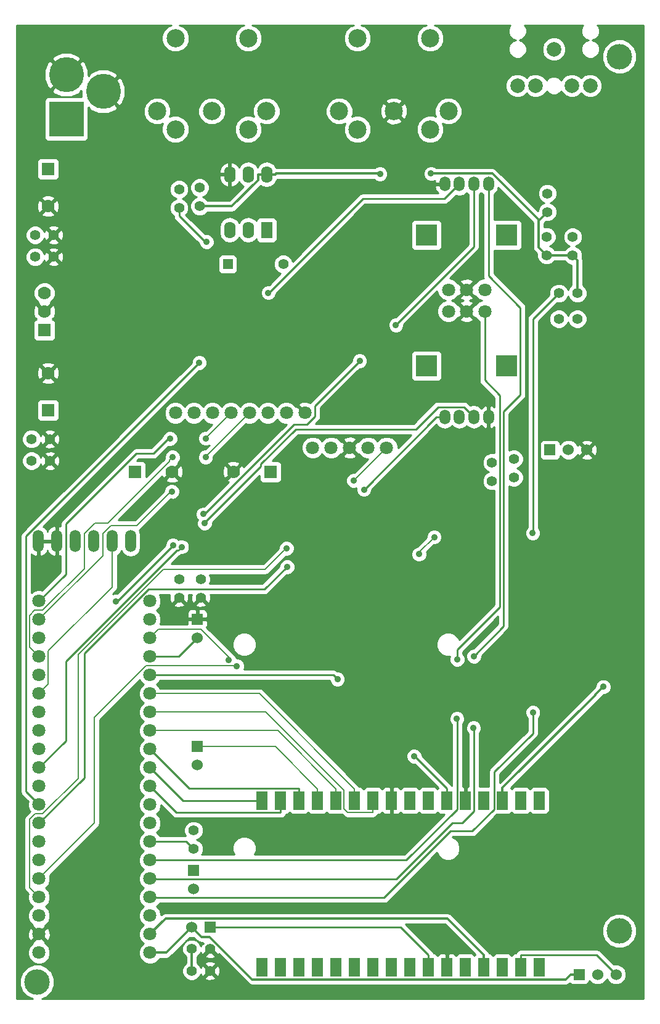
<source format=gbl>
G04 (created by PCBNEW (2013-07-07 BZR 4022)-stable) date 25/05/2015 14:38:35*
%MOIN*%
G04 Gerber Fmt 3.4, Leading zero omitted, Abs format*
%FSLAX34Y34*%
G01*
G70*
G90*
G04 APERTURE LIST*
%ADD10C,0.00590551*%
%ADD11C,0.07*%
%ADD12R,0.07X0.07*%
%ADD13R,0.0590551X0.1*%
%ADD14O,0.0590551X0.0787402*%
%ADD15C,0.0708661*%
%ADD16R,0.11811X0.11811*%
%ADD17C,0.055*%
%ADD18R,0.06X0.06*%
%ADD19C,0.06*%
%ADD20R,0.062X0.09*%
%ADD21O,0.062X0.09*%
%ADD22R,0.055X0.055*%
%ADD23C,0.0984252*%
%ADD24C,0.189*%
%ADD25R,0.189X0.189*%
%ADD26C,0.0787402*%
%ADD27O,0.0593X0.1187*%
%ADD28C,0.137795*%
%ADD29C,0.035*%
%ADD30C,0.012*%
%ADD31C,0.01*%
%ADD32C,0.008*%
G04 APERTURE END LIST*
G54D10*
G54D11*
X107086Y-48212D03*
X107086Y-49212D03*
G54D12*
X107086Y-50212D03*
G54D13*
X133858Y-84645D03*
X132858Y-84645D03*
X131858Y-84645D03*
X130858Y-84645D03*
X129858Y-84645D03*
X128858Y-84645D03*
X127858Y-84645D03*
X126858Y-84645D03*
X125858Y-84645D03*
X124858Y-84645D03*
X123858Y-84645D03*
X122858Y-84645D03*
X121858Y-84645D03*
X120858Y-84645D03*
X119858Y-84645D03*
X118858Y-84645D03*
X118858Y-75645D03*
X119858Y-75645D03*
X120858Y-75645D03*
X121858Y-75645D03*
X122858Y-75645D03*
X123858Y-75645D03*
X124858Y-75645D03*
X125858Y-75645D03*
X126858Y-75645D03*
X127858Y-75645D03*
X128858Y-75645D03*
X129858Y-75645D03*
X130858Y-75645D03*
X131858Y-75645D03*
X132858Y-75645D03*
X133858Y-75645D03*
G54D14*
X129526Y-54909D03*
X130313Y-54909D03*
X131101Y-54909D03*
X128738Y-54909D03*
G54D15*
X129920Y-49201D03*
X130904Y-49201D03*
X128935Y-49201D03*
G54D16*
X132085Y-52153D03*
X127754Y-52153D03*
G54D14*
X130314Y-42322D03*
X129527Y-42322D03*
X128740Y-42322D03*
X131102Y-42322D03*
G54D15*
X129921Y-48031D03*
X128937Y-48031D03*
X130905Y-48031D03*
G54D16*
X127755Y-45078D03*
X132086Y-45078D03*
G54D17*
X132479Y-58179D03*
X132479Y-57179D03*
X131294Y-57370D03*
X131294Y-58370D03*
X134294Y-43829D03*
X134294Y-42829D03*
X134251Y-46169D03*
X134251Y-45169D03*
X114370Y-42610D03*
X114370Y-43610D03*
X135659Y-46179D03*
X135659Y-45179D03*
X115485Y-43520D03*
X115485Y-42520D03*
X135909Y-49609D03*
X134909Y-49609D03*
X135909Y-48225D03*
X134909Y-48225D03*
G54D18*
X134433Y-56692D03*
G54D19*
X135433Y-56692D03*
X136433Y-56692D03*
G54D18*
X136007Y-85039D03*
G54D19*
X137007Y-85039D03*
X138007Y-85039D03*
G54D18*
X116051Y-82480D03*
G54D19*
X115051Y-82480D03*
G54D18*
X115354Y-65838D03*
G54D19*
X115354Y-66838D03*
G54D18*
X115354Y-72728D03*
G54D19*
X115354Y-73728D03*
G54D20*
X119110Y-44807D03*
G54D21*
X118110Y-44807D03*
X117110Y-44807D03*
X117110Y-41807D03*
X118110Y-41807D03*
X119110Y-41807D03*
G54D22*
X117003Y-46653D03*
G54D17*
X120003Y-46653D03*
G54D12*
X107283Y-41519D03*
G54D11*
X107283Y-43519D03*
G54D12*
X107283Y-54543D03*
G54D11*
X107283Y-52543D03*
G54D12*
X119307Y-57874D03*
G54D11*
X117307Y-57874D03*
G54D12*
X111992Y-57874D03*
G54D11*
X113992Y-57874D03*
G54D17*
X114370Y-63673D03*
X114370Y-64673D03*
X115551Y-63673D03*
X115551Y-64673D03*
X115051Y-84842D03*
X116051Y-84842D03*
X115051Y-83661D03*
X116051Y-83661D03*
X106389Y-56102D03*
X107389Y-56102D03*
X106389Y-57283D03*
X107389Y-57283D03*
X106586Y-46259D03*
X107586Y-46259D03*
X106586Y-45078D03*
X107586Y-45078D03*
G54D15*
X112795Y-83858D03*
X112795Y-82858D03*
X112795Y-81858D03*
X112795Y-80858D03*
X112795Y-79858D03*
X112795Y-78858D03*
X112795Y-77858D03*
X112795Y-76858D03*
X112795Y-75858D03*
X112795Y-74858D03*
X112795Y-73858D03*
X112795Y-72858D03*
X112795Y-71858D03*
X112795Y-70858D03*
X112795Y-69858D03*
X112795Y-68858D03*
X112795Y-67858D03*
X112795Y-66858D03*
X112795Y-65858D03*
X112795Y-64858D03*
X106795Y-64858D03*
X106795Y-65858D03*
X106795Y-66858D03*
X106795Y-67858D03*
X106795Y-68858D03*
X106795Y-69858D03*
X106795Y-70858D03*
X106795Y-71858D03*
X106795Y-72858D03*
X106795Y-73858D03*
X106795Y-74858D03*
X106795Y-75858D03*
X106795Y-76858D03*
X106795Y-77858D03*
X106795Y-78858D03*
X106795Y-79858D03*
X106795Y-80858D03*
X106795Y-81858D03*
X106795Y-82858D03*
X106795Y-83858D03*
X114173Y-54692D03*
X115173Y-54692D03*
X116173Y-54692D03*
X117173Y-54692D03*
X118173Y-54692D03*
X119173Y-54692D03*
X120173Y-54692D03*
X121173Y-54692D03*
G54D23*
X116141Y-38385D03*
X119094Y-38385D03*
X113188Y-38385D03*
X114173Y-34448D03*
X118110Y-34448D03*
X114173Y-39370D03*
X118110Y-39370D03*
X125984Y-38385D03*
X128937Y-38385D03*
X123031Y-38385D03*
X124015Y-34448D03*
X127952Y-34448D03*
X124015Y-39370D03*
X127952Y-39370D03*
G54D24*
X108267Y-36417D03*
G54D25*
X108267Y-38817D03*
G54D24*
X110267Y-37317D03*
G54D26*
X133661Y-37007D03*
X135629Y-37007D03*
X132677Y-37007D03*
X136614Y-37007D03*
X134645Y-35039D03*
G54D27*
X106751Y-61614D03*
X107751Y-61614D03*
X108751Y-61614D03*
X109751Y-61614D03*
X110751Y-61614D03*
X111751Y-61614D03*
G54D18*
X115157Y-79421D03*
G54D19*
X115157Y-80421D03*
G54D17*
X115157Y-78255D03*
X115157Y-77255D03*
G54D15*
X121598Y-56570D03*
X122598Y-56570D03*
X123598Y-56570D03*
X124598Y-56570D03*
X125598Y-56570D03*
G54D28*
X138188Y-35433D03*
X138188Y-82677D03*
X106692Y-85433D03*
G54D29*
X128000Y-41760D03*
X125240Y-41780D03*
X113877Y-56082D03*
X133500Y-61180D03*
X133508Y-70871D03*
X119200Y-48200D03*
X115460Y-51980D03*
X115688Y-60157D03*
X114035Y-61850D03*
X126100Y-49940D03*
X124140Y-51880D03*
X110941Y-64880D03*
X130320Y-67840D03*
X130300Y-71720D03*
X129400Y-71220D03*
X129412Y-68012D03*
X115748Y-60649D03*
X114507Y-61929D03*
X124370Y-58833D03*
X120216Y-63011D03*
X117052Y-68042D03*
X115807Y-56062D03*
X114015Y-57086D03*
X117500Y-68366D03*
X127342Y-62322D03*
X128169Y-61397D03*
X115807Y-57086D03*
X113976Y-58937D03*
X123818Y-58346D03*
X120177Y-62007D03*
X127080Y-73240D03*
X122940Y-69080D03*
X137322Y-69488D03*
X128860Y-41060D03*
X118420Y-59120D03*
X129060Y-86000D03*
X115859Y-45450D03*
G54D30*
X136007Y-85039D02*
X135547Y-85039D01*
X135281Y-85305D02*
X135547Y-85039D01*
X118333Y-85305D02*
X135281Y-85305D01*
X116033Y-83005D02*
X118333Y-85305D01*
X115576Y-83005D02*
X116033Y-83005D01*
X115051Y-82480D02*
X115576Y-83005D01*
X113673Y-83858D02*
X112795Y-83858D01*
X115051Y-82480D02*
X113673Y-83858D01*
X124940Y-41760D02*
X125220Y-41760D01*
X128000Y-41760D02*
X128000Y-41760D01*
X125220Y-41760D02*
X125240Y-41780D01*
X135909Y-46429D02*
X135659Y-46179D01*
X135909Y-48225D02*
X135909Y-46429D01*
X134262Y-46179D02*
X134251Y-46169D01*
X135659Y-46179D02*
X134262Y-46179D01*
X115051Y-83661D02*
X115051Y-84842D01*
X118640Y-42100D02*
X118640Y-41807D01*
X117220Y-43520D02*
X118640Y-42100D01*
X115485Y-43520D02*
X117220Y-43520D01*
X119110Y-41807D02*
X118640Y-41807D01*
X119110Y-41807D02*
X119580Y-41807D01*
X119627Y-41760D02*
X119580Y-41807D01*
X131305Y-41760D02*
X128000Y-41760D01*
X133834Y-44289D02*
X131305Y-41760D01*
X124940Y-41760D02*
X119627Y-41760D01*
X133815Y-44309D02*
X133834Y-44289D01*
X133815Y-45732D02*
X133815Y-44309D01*
X134251Y-46169D02*
X133815Y-45732D01*
X133834Y-44289D02*
X134294Y-43829D01*
G54D31*
X114334Y-67858D02*
X115354Y-66838D01*
X112795Y-67858D02*
X114334Y-67858D01*
X113761Y-56103D02*
X113856Y-56103D01*
X113856Y-56103D02*
X113877Y-56082D01*
X108251Y-63401D02*
X106795Y-64858D01*
X108251Y-60692D02*
X108251Y-63401D01*
X112051Y-56893D02*
X108251Y-60692D01*
X112972Y-56893D02*
X112051Y-56893D01*
X113761Y-56103D02*
X112972Y-56893D01*
X133508Y-71500D02*
X133508Y-70871D01*
X133500Y-61180D02*
X133508Y-61180D01*
X112826Y-80889D02*
X112795Y-80858D01*
X125461Y-80889D02*
X112826Y-80889D01*
X129065Y-77285D02*
X125461Y-80889D01*
X130229Y-77285D02*
X129065Y-77285D01*
X131412Y-76102D02*
X130229Y-77285D01*
X131412Y-74092D02*
X131412Y-76102D01*
X133508Y-71996D02*
X131412Y-74092D01*
X133508Y-49626D02*
X133508Y-61180D01*
X134909Y-48225D02*
X133508Y-49626D01*
X133508Y-71500D02*
X133508Y-71996D01*
X115018Y-52418D02*
X115021Y-52418D01*
X119200Y-48200D02*
X119218Y-48218D01*
X115021Y-52418D02*
X115460Y-51980D01*
X128721Y-43128D02*
X129527Y-42322D01*
X124308Y-43128D02*
X128721Y-43128D01*
X106090Y-61346D02*
X115018Y-52418D01*
X119218Y-48218D02*
X124308Y-43128D01*
X106090Y-75153D02*
X106090Y-61346D01*
X106795Y-75858D02*
X106090Y-75153D01*
X113779Y-62108D02*
X113779Y-62106D01*
X115688Y-60157D02*
X115709Y-60178D01*
X113779Y-62106D02*
X114035Y-61850D01*
X123811Y-52211D02*
X123811Y-52208D01*
X126100Y-49940D02*
X126091Y-49931D01*
X123811Y-52208D02*
X124140Y-51880D01*
X130314Y-45708D02*
X130314Y-42322D01*
X121724Y-54298D02*
X123811Y-52211D01*
X126091Y-49931D02*
X130314Y-45708D01*
X121724Y-54868D02*
X121724Y-54298D01*
X121290Y-55303D02*
X121724Y-54868D01*
X120585Y-55303D02*
X121290Y-55303D01*
X111007Y-64880D02*
X113779Y-62108D01*
X115709Y-60178D02*
X120585Y-55303D01*
X110941Y-64880D02*
X111007Y-64880D01*
X130303Y-72420D02*
X130303Y-71723D01*
X130307Y-67827D02*
X130303Y-67832D01*
X130320Y-67840D02*
X130307Y-67827D01*
X130303Y-71723D02*
X130300Y-71720D01*
X131102Y-47283D02*
X131102Y-42322D01*
X130303Y-67832D02*
X131920Y-66215D01*
X131920Y-66215D02*
X131920Y-54606D01*
X131920Y-54606D02*
X132826Y-53700D01*
X132826Y-53700D02*
X132826Y-49007D01*
X132826Y-49007D02*
X131102Y-47283D01*
X130303Y-76212D02*
X130303Y-72420D01*
X129682Y-76833D02*
X130303Y-76212D01*
X129156Y-76833D02*
X129682Y-76833D01*
X126118Y-79871D02*
X129156Y-76833D01*
X112808Y-79871D02*
X126118Y-79871D01*
X112795Y-79858D02*
X112808Y-79871D01*
X129412Y-67500D02*
X129412Y-68012D01*
X129400Y-71220D02*
X129412Y-71220D01*
X126663Y-78858D02*
X112795Y-78858D01*
X129412Y-76108D02*
X126663Y-78858D01*
X129412Y-67477D02*
X129412Y-67500D01*
X129412Y-71220D02*
X129412Y-76108D01*
X131720Y-65170D02*
X129412Y-67477D01*
X131720Y-53743D02*
X131720Y-65170D01*
X130904Y-52927D02*
X131720Y-53743D01*
X130904Y-49201D02*
X130904Y-52927D01*
X114256Y-62111D02*
X114325Y-62111D01*
X115748Y-60649D02*
X115733Y-60634D01*
X114325Y-62111D02*
X114507Y-61929D01*
X129768Y-54364D02*
X130313Y-54909D01*
X128377Y-54364D02*
X129768Y-54364D01*
X127175Y-55567D02*
X128377Y-54364D01*
X120690Y-55567D02*
X127175Y-55567D01*
X118797Y-57459D02*
X120690Y-55567D01*
X118797Y-57570D02*
X118797Y-57459D01*
X108245Y-68121D02*
X114256Y-62111D01*
X115733Y-60634D02*
X118797Y-57570D01*
X108245Y-72407D02*
X108245Y-68121D01*
X106795Y-73858D02*
X108245Y-72407D01*
X120204Y-62999D02*
X120216Y-63011D01*
X128738Y-54909D02*
X128293Y-54909D01*
X118980Y-64222D02*
X120204Y-62999D01*
X124370Y-58833D02*
X128293Y-54909D01*
X112703Y-64222D02*
X118980Y-64222D01*
X109242Y-67683D02*
X112703Y-64222D01*
X109242Y-74411D02*
X109242Y-67683D01*
X106795Y-76858D02*
X109242Y-74411D01*
X136964Y-83995D02*
X132858Y-83995D01*
X138007Y-85039D02*
X136964Y-83995D01*
X132858Y-84645D02*
X132858Y-83995D01*
G54D32*
X117052Y-67884D02*
X117052Y-68042D01*
X115555Y-66387D02*
X117052Y-67884D01*
X113266Y-66387D02*
X115555Y-66387D01*
X112795Y-66858D02*
X113266Y-66387D01*
X113857Y-57302D02*
X113857Y-57244D01*
X115807Y-56062D02*
X115804Y-56060D01*
X113857Y-57244D02*
X114015Y-57086D01*
X106289Y-67352D02*
X106795Y-67858D01*
X106289Y-65631D02*
X106289Y-67352D01*
X106562Y-65358D02*
X106289Y-65631D01*
X106999Y-65358D02*
X106562Y-65358D01*
X109251Y-63106D02*
X106999Y-65358D01*
X109251Y-61199D02*
X109251Y-63106D01*
X109803Y-60647D02*
X109251Y-61199D01*
X110512Y-60647D02*
X109803Y-60647D01*
X113857Y-57302D02*
X110512Y-60647D01*
X117173Y-54692D02*
X115804Y-56060D01*
X107300Y-69352D02*
X106795Y-69858D01*
X107300Y-67552D02*
X107300Y-69352D01*
X110751Y-64100D02*
X107300Y-67552D01*
X110751Y-61614D02*
X110751Y-64100D01*
X117500Y-68366D02*
X117500Y-68358D01*
X127342Y-62224D02*
X127342Y-62322D01*
X128169Y-61397D02*
X127342Y-62224D01*
X109795Y-76858D02*
X106795Y-79858D01*
X109795Y-71157D02*
X109795Y-76858D01*
X112594Y-68358D02*
X109795Y-71157D01*
X117500Y-68358D02*
X112594Y-68358D01*
X113877Y-58987D02*
X113925Y-58987D01*
X115807Y-57086D02*
X115792Y-57072D01*
X113925Y-58987D02*
X113976Y-58937D01*
X110251Y-62401D02*
X106795Y-65858D01*
X110251Y-61199D02*
X110251Y-62401D01*
X110679Y-60771D02*
X110251Y-61199D01*
X112093Y-60771D02*
X110679Y-60771D01*
X118173Y-54692D02*
X115792Y-57072D01*
X113877Y-58987D02*
X112093Y-60771D01*
X123818Y-58346D02*
X123820Y-58348D01*
X120050Y-62117D02*
X120067Y-62117D01*
X120067Y-62117D02*
X120177Y-62007D01*
X106289Y-80352D02*
X106795Y-80858D01*
X106289Y-76641D02*
X106289Y-80352D01*
X106572Y-76358D02*
X106289Y-76641D01*
X106997Y-76358D02*
X106572Y-76358D01*
X108905Y-74451D02*
X106997Y-76358D01*
X108905Y-67752D02*
X108905Y-74451D01*
X113518Y-63139D02*
X108905Y-67752D01*
X119029Y-63139D02*
X113518Y-63139D01*
X125598Y-56570D02*
X123820Y-58348D01*
X120050Y-62117D02*
X119029Y-63139D01*
G54D31*
X114932Y-74995D02*
X120858Y-74995D01*
X112795Y-72858D02*
X114932Y-74995D01*
X120858Y-75645D02*
X120858Y-74995D01*
X122740Y-68877D02*
X122740Y-68880D01*
X127080Y-73240D02*
X127091Y-73228D01*
X122740Y-68880D02*
X122940Y-69080D01*
X122720Y-68858D02*
X122740Y-68877D01*
X127091Y-73228D02*
X128858Y-74995D01*
X112795Y-68858D02*
X122720Y-68858D01*
X128858Y-75645D02*
X128858Y-74995D01*
G54D32*
X123492Y-76285D02*
X124858Y-76285D01*
X123293Y-76086D02*
X123492Y-76285D01*
X123293Y-75087D02*
X123293Y-76086D01*
X119064Y-70858D02*
X123293Y-75087D01*
X112795Y-70858D02*
X119064Y-70858D01*
X124858Y-75645D02*
X124858Y-76285D01*
X118710Y-69858D02*
X123858Y-75005D01*
X112795Y-69858D02*
X118710Y-69858D01*
X123858Y-75645D02*
X123858Y-75005D01*
X119581Y-72728D02*
X121858Y-75005D01*
X115354Y-72728D02*
X119581Y-72728D01*
X121858Y-75645D02*
X121858Y-75005D01*
X119710Y-71858D02*
X122858Y-75005D01*
X112795Y-71858D02*
X119710Y-71858D01*
X122858Y-75645D02*
X122858Y-75005D01*
G54D31*
X114232Y-76295D02*
X119858Y-76295D01*
X112795Y-74858D02*
X114232Y-76295D01*
X119858Y-75645D02*
X119858Y-76295D01*
X114582Y-75645D02*
X118858Y-75645D01*
X112795Y-73858D02*
X114582Y-75645D01*
G54D30*
X136882Y-69933D02*
X136882Y-69928D01*
X136882Y-69928D02*
X137322Y-69488D01*
X113635Y-82017D02*
X112795Y-82858D01*
X128890Y-82017D02*
X113635Y-82017D01*
X130858Y-83985D02*
X128890Y-82017D01*
X130858Y-84645D02*
X130858Y-83985D01*
X131858Y-74958D02*
X131858Y-75645D01*
X136882Y-69933D02*
X131858Y-74958D01*
G54D31*
X126343Y-82480D02*
X127858Y-83995D01*
X116051Y-82480D02*
X126343Y-82480D01*
X127858Y-84645D02*
X127858Y-83995D01*
X115770Y-45450D02*
X115859Y-45450D01*
X114370Y-44050D02*
X115770Y-45450D01*
X114370Y-43610D02*
X114370Y-44050D01*
X114759Y-77858D02*
X115157Y-78255D01*
X112795Y-77858D02*
X114759Y-77858D01*
G54D10*
G36*
X130394Y-83960D02*
X130358Y-83996D01*
X130295Y-83933D01*
X130203Y-83895D01*
X130104Y-83895D01*
X129513Y-83895D01*
X129421Y-83933D01*
X129358Y-83996D01*
X129295Y-83933D01*
X129203Y-83895D01*
X129104Y-83895D01*
X128970Y-83895D01*
X128908Y-83958D01*
X128908Y-84595D01*
X128916Y-84595D01*
X128916Y-84695D01*
X128908Y-84695D01*
X128908Y-84703D01*
X128808Y-84703D01*
X128808Y-84695D01*
X128800Y-84695D01*
X128800Y-84595D01*
X128808Y-84595D01*
X128808Y-83958D01*
X128745Y-83895D01*
X128612Y-83895D01*
X128513Y-83895D01*
X128421Y-83933D01*
X128358Y-83996D01*
X128295Y-83933D01*
X128203Y-83895D01*
X128138Y-83895D01*
X128135Y-83880D01*
X128070Y-83783D01*
X128070Y-83783D01*
X126614Y-82327D01*
X128761Y-82327D01*
X130394Y-83960D01*
X130394Y-83960D01*
G37*
G54D31*
X130394Y-83960D02*
X130358Y-83996D01*
X130295Y-83933D01*
X130203Y-83895D01*
X130104Y-83895D01*
X129513Y-83895D01*
X129421Y-83933D01*
X129358Y-83996D01*
X129295Y-83933D01*
X129203Y-83895D01*
X129104Y-83895D01*
X128970Y-83895D01*
X128908Y-83958D01*
X128908Y-84595D01*
X128916Y-84595D01*
X128916Y-84695D01*
X128908Y-84695D01*
X128908Y-84703D01*
X128808Y-84703D01*
X128808Y-84695D01*
X128800Y-84695D01*
X128800Y-84595D01*
X128808Y-84595D01*
X128808Y-83958D01*
X128745Y-83895D01*
X128612Y-83895D01*
X128513Y-83895D01*
X128421Y-83933D01*
X128358Y-83996D01*
X128295Y-83933D01*
X128203Y-83895D01*
X128138Y-83895D01*
X128135Y-83880D01*
X128070Y-83783D01*
X128070Y-83783D01*
X126614Y-82327D01*
X128761Y-82327D01*
X130394Y-83960D01*
G54D10*
G36*
X139494Y-86344D02*
X139128Y-86344D01*
X139128Y-82491D01*
X139128Y-35247D01*
X138985Y-34901D01*
X138721Y-34637D01*
X138376Y-34494D01*
X138003Y-34493D01*
X137657Y-34636D01*
X137393Y-34900D01*
X137250Y-35245D01*
X137249Y-35619D01*
X137392Y-35964D01*
X137656Y-36228D01*
X138001Y-36371D01*
X138374Y-36372D01*
X138720Y-36229D01*
X138984Y-35965D01*
X139127Y-35620D01*
X139128Y-35247D01*
X139128Y-82491D01*
X138985Y-82145D01*
X138721Y-81881D01*
X138376Y-81738D01*
X138003Y-81738D01*
X137657Y-81880D01*
X137393Y-82144D01*
X137250Y-82489D01*
X137249Y-82863D01*
X137392Y-83208D01*
X137656Y-83472D01*
X138001Y-83615D01*
X138374Y-83616D01*
X138720Y-83473D01*
X138984Y-83209D01*
X139127Y-82864D01*
X139128Y-82491D01*
X139128Y-86344D01*
X138557Y-86344D01*
X138557Y-84930D01*
X138474Y-84728D01*
X138319Y-84573D01*
X138117Y-84489D01*
X137898Y-84489D01*
X137886Y-84494D01*
X137176Y-83783D01*
X137078Y-83718D01*
X136964Y-83695D01*
X132858Y-83695D01*
X132743Y-83718D01*
X132646Y-83783D01*
X132581Y-83880D01*
X132578Y-83895D01*
X132513Y-83895D01*
X132421Y-83933D01*
X132358Y-83996D01*
X132295Y-83933D01*
X132203Y-83895D01*
X132104Y-83895D01*
X131513Y-83895D01*
X131421Y-83933D01*
X131358Y-83996D01*
X131295Y-83933D01*
X131203Y-83895D01*
X131150Y-83895D01*
X131144Y-83866D01*
X131077Y-83766D01*
X129109Y-81798D01*
X129008Y-81731D01*
X128890Y-81707D01*
X113635Y-81707D01*
X113635Y-81707D01*
X113612Y-81712D01*
X113517Y-81731D01*
X113416Y-81798D01*
X113416Y-81798D01*
X113399Y-81815D01*
X113399Y-81738D01*
X113307Y-81516D01*
X113149Y-81358D01*
X113307Y-81201D01*
X113312Y-81189D01*
X125461Y-81189D01*
X125461Y-81189D01*
X125576Y-81166D01*
X125576Y-81166D01*
X125674Y-81101D01*
X128320Y-78454D01*
X128375Y-78587D01*
X128556Y-78769D01*
X128793Y-78867D01*
X129049Y-78867D01*
X129285Y-78769D01*
X129467Y-78588D01*
X129565Y-78352D01*
X129565Y-78096D01*
X129467Y-77859D01*
X129286Y-77678D01*
X129152Y-77622D01*
X129189Y-77585D01*
X130229Y-77585D01*
X130229Y-77585D01*
X130344Y-77562D01*
X130344Y-77562D01*
X130441Y-77497D01*
X131544Y-76395D01*
X131612Y-76395D01*
X132203Y-76395D01*
X132294Y-76357D01*
X132358Y-76294D01*
X132421Y-76357D01*
X132513Y-76395D01*
X132612Y-76395D01*
X133203Y-76395D01*
X133294Y-76357D01*
X133358Y-76294D01*
X133421Y-76357D01*
X133513Y-76395D01*
X133612Y-76395D01*
X134203Y-76395D01*
X134294Y-76357D01*
X134365Y-76287D01*
X134403Y-76195D01*
X134403Y-76096D01*
X134403Y-75096D01*
X134365Y-75004D01*
X134295Y-74933D01*
X134203Y-74895D01*
X134104Y-74895D01*
X133513Y-74895D01*
X133421Y-74933D01*
X133358Y-74996D01*
X133295Y-74933D01*
X133203Y-74895D01*
X133104Y-74895D01*
X132513Y-74895D01*
X132421Y-74933D01*
X132358Y-74996D01*
X132308Y-74946D01*
X137101Y-70153D01*
X137101Y-70153D01*
X137101Y-70153D01*
X137112Y-70136D01*
X137336Y-69913D01*
X137407Y-69913D01*
X137563Y-69848D01*
X137682Y-69729D01*
X137747Y-69573D01*
X137747Y-69404D01*
X137683Y-69247D01*
X137563Y-69128D01*
X137407Y-69063D01*
X137257Y-69063D01*
X137257Y-36880D01*
X137160Y-36643D01*
X136979Y-36462D01*
X136742Y-36364D01*
X136486Y-36364D01*
X136250Y-36461D01*
X136121Y-36589D01*
X135995Y-36462D01*
X135758Y-36364D01*
X135502Y-36364D01*
X135289Y-36452D01*
X135289Y-34911D01*
X135191Y-34675D01*
X135010Y-34493D01*
X134774Y-34395D01*
X134518Y-34395D01*
X134281Y-34493D01*
X134100Y-34674D01*
X134002Y-34910D01*
X134001Y-35166D01*
X134099Y-35403D01*
X134280Y-35584D01*
X134517Y-35682D01*
X134773Y-35683D01*
X135009Y-35585D01*
X135191Y-35404D01*
X135289Y-35167D01*
X135289Y-34911D01*
X135289Y-36452D01*
X135265Y-36461D01*
X135084Y-36642D01*
X135054Y-36715D01*
X134927Y-36587D01*
X134744Y-36511D01*
X134547Y-36511D01*
X134365Y-36587D01*
X134236Y-36715D01*
X134207Y-36643D01*
X134026Y-36462D01*
X133790Y-36364D01*
X133533Y-36364D01*
X133297Y-36461D01*
X133169Y-36589D01*
X133042Y-36462D01*
X132805Y-36364D01*
X132549Y-36364D01*
X132313Y-36461D01*
X132131Y-36642D01*
X132033Y-36879D01*
X132033Y-37135D01*
X132131Y-37372D01*
X132312Y-37553D01*
X132548Y-37651D01*
X132804Y-37651D01*
X133041Y-37553D01*
X133169Y-37426D01*
X133296Y-37553D01*
X133532Y-37651D01*
X133788Y-37651D01*
X134025Y-37553D01*
X134206Y-37372D01*
X134236Y-37300D01*
X134364Y-37428D01*
X134546Y-37503D01*
X134743Y-37504D01*
X134926Y-37428D01*
X135054Y-37300D01*
X135083Y-37372D01*
X135264Y-37553D01*
X135501Y-37651D01*
X135757Y-37651D01*
X135994Y-37553D01*
X136122Y-37426D01*
X136249Y-37553D01*
X136485Y-37651D01*
X136741Y-37651D01*
X136978Y-37553D01*
X137159Y-37372D01*
X137257Y-37136D01*
X137257Y-36880D01*
X137257Y-69063D01*
X137238Y-69063D01*
X137082Y-69127D01*
X136987Y-69222D01*
X136987Y-56774D01*
X136976Y-56556D01*
X136914Y-56405D01*
X136818Y-56377D01*
X136748Y-56448D01*
X136748Y-56307D01*
X136720Y-56211D01*
X136514Y-56138D01*
X136434Y-56142D01*
X136434Y-49505D01*
X136434Y-48121D01*
X136355Y-47928D01*
X136219Y-47792D01*
X136219Y-46429D01*
X136196Y-46311D01*
X136196Y-46311D01*
X136182Y-46290D01*
X136184Y-46284D01*
X136184Y-46075D01*
X136105Y-45882D01*
X135957Y-45735D01*
X135824Y-45679D01*
X135956Y-45625D01*
X136104Y-45477D01*
X136184Y-45284D01*
X136184Y-45075D01*
X136105Y-44882D01*
X135957Y-44735D01*
X135764Y-44655D01*
X135555Y-44654D01*
X135362Y-44734D01*
X135215Y-44882D01*
X135134Y-45075D01*
X135134Y-45283D01*
X135214Y-45476D01*
X135362Y-45624D01*
X135495Y-45679D01*
X135362Y-45734D01*
X135227Y-45869D01*
X134694Y-45869D01*
X134549Y-45724D01*
X134416Y-45669D01*
X134548Y-45614D01*
X134696Y-45467D01*
X134776Y-45274D01*
X134777Y-45065D01*
X134697Y-44872D01*
X134549Y-44724D01*
X134356Y-44644D01*
X134147Y-44644D01*
X134125Y-44653D01*
X134125Y-44437D01*
X134208Y-44354D01*
X134398Y-44355D01*
X134591Y-44275D01*
X134739Y-44127D01*
X134819Y-43934D01*
X134819Y-43725D01*
X134740Y-43532D01*
X134592Y-43385D01*
X134459Y-43329D01*
X134591Y-43275D01*
X134739Y-43127D01*
X134819Y-42934D01*
X134819Y-42725D01*
X134740Y-42532D01*
X134592Y-42385D01*
X134399Y-42305D01*
X134190Y-42304D01*
X133997Y-42384D01*
X133850Y-42532D01*
X133769Y-42725D01*
X133769Y-42933D01*
X133849Y-43126D01*
X133997Y-43274D01*
X134130Y-43329D01*
X133997Y-43384D01*
X133850Y-43532D01*
X133769Y-43725D01*
X133769Y-43786D01*
X131524Y-41540D01*
X131423Y-41473D01*
X131305Y-41450D01*
X129679Y-41450D01*
X129679Y-38238D01*
X129566Y-37965D01*
X129357Y-37757D01*
X129085Y-37643D01*
X128790Y-37643D01*
X128517Y-37756D01*
X128308Y-37964D01*
X128195Y-38237D01*
X128194Y-38532D01*
X128261Y-38694D01*
X128101Y-38628D01*
X127805Y-38627D01*
X127532Y-38740D01*
X127323Y-38949D01*
X127210Y-39221D01*
X127210Y-39517D01*
X127323Y-39789D01*
X127531Y-39998D01*
X127804Y-40112D01*
X128099Y-40112D01*
X128372Y-39999D01*
X128581Y-39791D01*
X128694Y-39518D01*
X128695Y-39223D01*
X128628Y-39061D01*
X128788Y-39127D01*
X129083Y-39128D01*
X129356Y-39015D01*
X129565Y-38806D01*
X129679Y-38534D01*
X129679Y-38238D01*
X129679Y-41450D01*
X128291Y-41450D01*
X128241Y-41399D01*
X128084Y-41335D01*
X127915Y-41334D01*
X127759Y-41399D01*
X127639Y-41518D01*
X127575Y-41675D01*
X127574Y-41844D01*
X127639Y-42000D01*
X127758Y-42120D01*
X127915Y-42184D01*
X128084Y-42185D01*
X128205Y-42134D01*
X128191Y-42186D01*
X128255Y-42272D01*
X128690Y-42272D01*
X128690Y-42264D01*
X128790Y-42264D01*
X128790Y-42272D01*
X128798Y-42272D01*
X128798Y-42372D01*
X128790Y-42372D01*
X128790Y-42380D01*
X128690Y-42380D01*
X128690Y-42372D01*
X128255Y-42372D01*
X128191Y-42459D01*
X128248Y-42666D01*
X128373Y-42828D01*
X126730Y-42828D01*
X126730Y-38513D01*
X126722Y-38218D01*
X126624Y-37982D01*
X126509Y-37931D01*
X126438Y-38002D01*
X126438Y-37860D01*
X126387Y-37745D01*
X126111Y-37640D01*
X125816Y-37647D01*
X125580Y-37745D01*
X125530Y-37860D01*
X125984Y-38315D01*
X126438Y-37860D01*
X126438Y-38002D01*
X126054Y-38385D01*
X126509Y-38840D01*
X126624Y-38789D01*
X126730Y-38513D01*
X126730Y-42828D01*
X126438Y-42828D01*
X126438Y-38910D01*
X125984Y-38456D01*
X125913Y-38527D01*
X125913Y-38385D01*
X125459Y-37931D01*
X125344Y-37982D01*
X125238Y-38258D01*
X125246Y-38553D01*
X125344Y-38789D01*
X125459Y-38840D01*
X125913Y-38385D01*
X125913Y-38527D01*
X125530Y-38910D01*
X125580Y-39026D01*
X125856Y-39131D01*
X126151Y-39123D01*
X126387Y-39026D01*
X126438Y-38910D01*
X126438Y-42828D01*
X125665Y-42828D01*
X125665Y-41695D01*
X125600Y-41539D01*
X125481Y-41419D01*
X125324Y-41355D01*
X125155Y-41354D01*
X124999Y-41419D01*
X124968Y-41450D01*
X124940Y-41450D01*
X124758Y-41450D01*
X124758Y-39223D01*
X124645Y-38950D01*
X124436Y-38741D01*
X124164Y-38628D01*
X123868Y-38627D01*
X123706Y-38694D01*
X123773Y-38534D01*
X123773Y-38238D01*
X123661Y-37965D01*
X123452Y-37757D01*
X123179Y-37643D01*
X122884Y-37643D01*
X122611Y-37756D01*
X122402Y-37964D01*
X122289Y-38237D01*
X122289Y-38532D01*
X122401Y-38805D01*
X122610Y-39014D01*
X122883Y-39127D01*
X123178Y-39128D01*
X123340Y-39061D01*
X123273Y-39221D01*
X123273Y-39517D01*
X123386Y-39789D01*
X123594Y-39998D01*
X123867Y-40112D01*
X124162Y-40112D01*
X124435Y-39999D01*
X124644Y-39791D01*
X124757Y-39518D01*
X124758Y-39223D01*
X124758Y-41450D01*
X119836Y-41450D01*
X119836Y-38238D01*
X119723Y-37965D01*
X119515Y-37757D01*
X119242Y-37643D01*
X118947Y-37643D01*
X118674Y-37756D01*
X118465Y-37964D01*
X118352Y-38237D01*
X118352Y-38532D01*
X118419Y-38694D01*
X118258Y-38628D01*
X117963Y-38627D01*
X117690Y-38740D01*
X117481Y-38949D01*
X117368Y-39221D01*
X117367Y-39517D01*
X117480Y-39789D01*
X117689Y-39998D01*
X117961Y-40112D01*
X118257Y-40112D01*
X118530Y-39999D01*
X118739Y-39791D01*
X118852Y-39518D01*
X118852Y-39223D01*
X118785Y-39061D01*
X118946Y-39127D01*
X119241Y-39128D01*
X119514Y-39015D01*
X119723Y-38806D01*
X119836Y-38534D01*
X119836Y-38238D01*
X119836Y-41450D01*
X119629Y-41450D01*
X119627Y-41439D01*
X119506Y-41257D01*
X119324Y-41136D01*
X119110Y-41093D01*
X118895Y-41136D01*
X118714Y-41257D01*
X118610Y-41413D01*
X118506Y-41257D01*
X118324Y-41136D01*
X118110Y-41093D01*
X117895Y-41136D01*
X117714Y-41257D01*
X117610Y-41412D01*
X117608Y-41406D01*
X117470Y-41235D01*
X117278Y-41130D01*
X117246Y-41124D01*
X117160Y-41172D01*
X117160Y-41757D01*
X117168Y-41757D01*
X117168Y-41857D01*
X117160Y-41857D01*
X117160Y-42442D01*
X117246Y-42490D01*
X117278Y-42483D01*
X117470Y-42378D01*
X117608Y-42207D01*
X117610Y-42201D01*
X117714Y-42356D01*
X117852Y-42449D01*
X117091Y-43210D01*
X117060Y-43210D01*
X117060Y-42442D01*
X117060Y-41857D01*
X117060Y-41757D01*
X117060Y-41172D01*
X116973Y-41124D01*
X116942Y-41130D01*
X116883Y-41162D01*
X116883Y-38238D01*
X116771Y-37965D01*
X116562Y-37757D01*
X116289Y-37643D01*
X115994Y-37643D01*
X115721Y-37756D01*
X115512Y-37964D01*
X115399Y-38237D01*
X115399Y-38532D01*
X115512Y-38805D01*
X115720Y-39014D01*
X115993Y-39127D01*
X116288Y-39128D01*
X116561Y-39015D01*
X116770Y-38806D01*
X116883Y-38534D01*
X116883Y-38238D01*
X116883Y-41162D01*
X116749Y-41235D01*
X116611Y-41406D01*
X116550Y-41617D01*
X116550Y-41757D01*
X117060Y-41757D01*
X117060Y-41857D01*
X116550Y-41857D01*
X116550Y-41997D01*
X116611Y-42207D01*
X116749Y-42378D01*
X116942Y-42483D01*
X116973Y-42490D01*
X117060Y-42442D01*
X117060Y-43210D01*
X115917Y-43210D01*
X115782Y-43075D01*
X115649Y-43020D01*
X115782Y-42965D01*
X115929Y-42817D01*
X116009Y-42624D01*
X116010Y-42416D01*
X115930Y-42223D01*
X115782Y-42075D01*
X115589Y-41995D01*
X115381Y-41994D01*
X115188Y-42074D01*
X115040Y-42222D01*
X114960Y-42415D01*
X114959Y-42624D01*
X115039Y-42817D01*
X115187Y-42964D01*
X115320Y-43020D01*
X115188Y-43074D01*
X115040Y-43222D01*
X114960Y-43415D01*
X114959Y-43624D01*
X115039Y-43817D01*
X115187Y-43964D01*
X115380Y-44044D01*
X115589Y-44045D01*
X115782Y-43965D01*
X115917Y-43830D01*
X117220Y-43830D01*
X117338Y-43806D01*
X117439Y-43739D01*
X118778Y-42399D01*
X118895Y-42478D01*
X119110Y-42520D01*
X119324Y-42478D01*
X119506Y-42356D01*
X119627Y-42175D01*
X119641Y-42104D01*
X119698Y-42093D01*
X119734Y-42070D01*
X124929Y-42070D01*
X124998Y-42140D01*
X125155Y-42204D01*
X125324Y-42205D01*
X125480Y-42140D01*
X125600Y-42021D01*
X125664Y-41864D01*
X125665Y-41695D01*
X125665Y-42828D01*
X124308Y-42828D01*
X124193Y-42851D01*
X124096Y-42916D01*
X120509Y-46502D01*
X120449Y-46356D01*
X120301Y-46208D01*
X120108Y-46128D01*
X119899Y-46128D01*
X119706Y-46208D01*
X119670Y-46244D01*
X119670Y-45207D01*
X119670Y-44307D01*
X119632Y-44215D01*
X119562Y-44145D01*
X119470Y-44107D01*
X119370Y-44107D01*
X118750Y-44107D01*
X118658Y-44145D01*
X118588Y-44215D01*
X118550Y-44307D01*
X118550Y-44323D01*
X118506Y-44257D01*
X118324Y-44136D01*
X118110Y-44093D01*
X117895Y-44136D01*
X117714Y-44257D01*
X117610Y-44413D01*
X117506Y-44257D01*
X117324Y-44136D01*
X117110Y-44093D01*
X116895Y-44136D01*
X116714Y-44257D01*
X116592Y-44439D01*
X116550Y-44653D01*
X116550Y-44960D01*
X116592Y-45175D01*
X116714Y-45356D01*
X116895Y-45478D01*
X117110Y-45520D01*
X117324Y-45478D01*
X117506Y-45356D01*
X117610Y-45201D01*
X117714Y-45356D01*
X117895Y-45478D01*
X118110Y-45520D01*
X118324Y-45478D01*
X118506Y-45356D01*
X118550Y-45290D01*
X118550Y-45306D01*
X118588Y-45398D01*
X118658Y-45468D01*
X118750Y-45507D01*
X118849Y-45507D01*
X119469Y-45507D01*
X119561Y-45469D01*
X119632Y-45398D01*
X119670Y-45307D01*
X119670Y-45207D01*
X119670Y-46244D01*
X119559Y-46355D01*
X119479Y-46548D01*
X119478Y-46757D01*
X119558Y-46950D01*
X119706Y-47098D01*
X119853Y-47159D01*
X119237Y-47775D01*
X119115Y-47774D01*
X118959Y-47839D01*
X118839Y-47958D01*
X118775Y-48115D01*
X118774Y-48284D01*
X118839Y-48440D01*
X118958Y-48560D01*
X119115Y-48624D01*
X119284Y-48625D01*
X119440Y-48560D01*
X119560Y-48441D01*
X119624Y-48284D01*
X119624Y-48236D01*
X124432Y-43428D01*
X128721Y-43428D01*
X128721Y-43428D01*
X128836Y-43406D01*
X128836Y-43406D01*
X128933Y-43340D01*
X129334Y-42940D01*
X129527Y-42979D01*
X129736Y-42937D01*
X129913Y-42819D01*
X129921Y-42807D01*
X129929Y-42819D01*
X130014Y-42876D01*
X130014Y-45584D01*
X128596Y-47002D01*
X128596Y-45619D01*
X128596Y-44438D01*
X128558Y-44346D01*
X128488Y-44276D01*
X128396Y-44238D01*
X128296Y-44238D01*
X127115Y-44238D01*
X127023Y-44276D01*
X126953Y-44346D01*
X126915Y-44438D01*
X126915Y-44537D01*
X126915Y-45718D01*
X126953Y-45810D01*
X127023Y-45881D01*
X127115Y-45919D01*
X127214Y-45919D01*
X128395Y-45919D01*
X128487Y-45881D01*
X128558Y-45811D01*
X128596Y-45719D01*
X128596Y-45619D01*
X128596Y-47002D01*
X126084Y-49514D01*
X126015Y-49514D01*
X125859Y-49579D01*
X125739Y-49698D01*
X125675Y-49855D01*
X125674Y-50024D01*
X125739Y-50180D01*
X125858Y-50300D01*
X126015Y-50364D01*
X126184Y-50365D01*
X126340Y-50300D01*
X126460Y-50181D01*
X126524Y-50024D01*
X126525Y-49922D01*
X128332Y-48115D01*
X128332Y-48151D01*
X128424Y-48373D01*
X128594Y-48543D01*
X128769Y-48616D01*
X128593Y-48688D01*
X128423Y-48858D01*
X128331Y-49080D01*
X128331Y-49320D01*
X128423Y-49543D01*
X128593Y-49713D01*
X128815Y-49805D01*
X129055Y-49805D01*
X129277Y-49713D01*
X129447Y-49543D01*
X129449Y-49540D01*
X129494Y-49555D01*
X129849Y-49201D01*
X129494Y-48846D01*
X129449Y-48861D01*
X129448Y-48859D01*
X129278Y-48689D01*
X129103Y-48616D01*
X129278Y-48544D01*
X129449Y-48374D01*
X129450Y-48370D01*
X129496Y-48386D01*
X129850Y-48031D01*
X129496Y-47676D01*
X129450Y-47692D01*
X129449Y-47689D01*
X129279Y-47519D01*
X129057Y-47427D01*
X129020Y-47427D01*
X130527Y-45920D01*
X130592Y-45823D01*
X130614Y-45708D01*
X130614Y-45708D01*
X130614Y-42876D01*
X130700Y-42819D01*
X130708Y-42807D01*
X130716Y-42819D01*
X130802Y-42876D01*
X130802Y-47283D01*
X130825Y-47398D01*
X130844Y-47427D01*
X130785Y-47427D01*
X130563Y-47518D01*
X130393Y-47688D01*
X130392Y-47692D01*
X130346Y-47676D01*
X130275Y-47747D01*
X130275Y-47606D01*
X130241Y-47505D01*
X130016Y-47422D01*
X129775Y-47432D01*
X129600Y-47505D01*
X129566Y-47606D01*
X129921Y-47960D01*
X130275Y-47606D01*
X130275Y-47747D01*
X129991Y-48031D01*
X130346Y-48386D01*
X130391Y-48370D01*
X130392Y-48373D01*
X130562Y-48543D01*
X130737Y-48616D01*
X130562Y-48688D01*
X130392Y-48858D01*
X130390Y-48861D01*
X130345Y-48846D01*
X130275Y-48916D01*
X130275Y-48456D01*
X129921Y-48102D01*
X129566Y-48456D01*
X129600Y-48557D01*
X129750Y-48612D01*
X129599Y-48674D01*
X129565Y-48775D01*
X129920Y-49130D01*
X130274Y-48775D01*
X130240Y-48674D01*
X130090Y-48620D01*
X130241Y-48557D01*
X130275Y-48456D01*
X130275Y-48916D01*
X129990Y-49201D01*
X130345Y-49555D01*
X130390Y-49540D01*
X130391Y-49543D01*
X130561Y-49713D01*
X130604Y-49730D01*
X130604Y-52927D01*
X130627Y-53041D01*
X130692Y-53139D01*
X131420Y-53867D01*
X131420Y-54372D01*
X131276Y-54290D01*
X131235Y-54282D01*
X131151Y-54331D01*
X131151Y-54859D01*
X131159Y-54859D01*
X131159Y-54959D01*
X131151Y-54959D01*
X131151Y-55488D01*
X131235Y-55536D01*
X131276Y-55529D01*
X131420Y-55446D01*
X131420Y-56853D01*
X131399Y-56845D01*
X131190Y-56844D01*
X131051Y-56902D01*
X131051Y-55488D01*
X131051Y-54959D01*
X131043Y-54959D01*
X131043Y-54859D01*
X131051Y-54859D01*
X131051Y-54331D01*
X130966Y-54282D01*
X130926Y-54290D01*
X130740Y-54396D01*
X130712Y-54432D01*
X130699Y-54413D01*
X130522Y-54295D01*
X130313Y-54253D01*
X130274Y-54261D01*
X130274Y-49626D01*
X129920Y-49271D01*
X129565Y-49626D01*
X129599Y-49727D01*
X129825Y-49810D01*
X130065Y-49799D01*
X130240Y-49727D01*
X130274Y-49626D01*
X130274Y-54261D01*
X130120Y-54292D01*
X129980Y-54152D01*
X129883Y-54087D01*
X129768Y-54064D01*
X128595Y-54064D01*
X128595Y-52694D01*
X128595Y-51513D01*
X128557Y-51421D01*
X128487Y-51351D01*
X128395Y-51313D01*
X128295Y-51313D01*
X127114Y-51313D01*
X127022Y-51351D01*
X126952Y-51421D01*
X126914Y-51513D01*
X126914Y-51612D01*
X126914Y-52793D01*
X126952Y-52885D01*
X127022Y-52956D01*
X127114Y-52994D01*
X127213Y-52994D01*
X128394Y-52994D01*
X128486Y-52956D01*
X128557Y-52886D01*
X128595Y-52794D01*
X128595Y-52694D01*
X128595Y-54064D01*
X128377Y-54064D01*
X128262Y-54087D01*
X128165Y-54152D01*
X127051Y-55267D01*
X121750Y-55267D01*
X121936Y-55080D01*
X121936Y-55080D01*
X122001Y-54983D01*
X122024Y-54868D01*
X122024Y-54868D01*
X122024Y-54423D01*
X124023Y-52423D01*
X124031Y-52413D01*
X124139Y-52304D01*
X124224Y-52305D01*
X124380Y-52240D01*
X124500Y-52121D01*
X124564Y-51964D01*
X124565Y-51795D01*
X124500Y-51639D01*
X124381Y-51519D01*
X124224Y-51455D01*
X124055Y-51454D01*
X123899Y-51519D01*
X123779Y-51638D01*
X123715Y-51795D01*
X123714Y-51880D01*
X123599Y-51996D01*
X123592Y-52006D01*
X121512Y-54086D01*
X121466Y-54155D01*
X121267Y-54083D01*
X121027Y-54093D01*
X120852Y-54165D01*
X120818Y-54266D01*
X121173Y-54621D01*
X121178Y-54615D01*
X121249Y-54686D01*
X121243Y-54692D01*
X121249Y-54697D01*
X121178Y-54768D01*
X121173Y-54762D01*
X121167Y-54768D01*
X121096Y-54697D01*
X121102Y-54692D01*
X120747Y-54337D01*
X120688Y-54357D01*
X120685Y-54350D01*
X120516Y-54180D01*
X120293Y-54087D01*
X120053Y-54087D01*
X119831Y-54179D01*
X119673Y-54337D01*
X119516Y-54180D01*
X119293Y-54087D01*
X119053Y-54087D01*
X118831Y-54179D01*
X118673Y-54337D01*
X118516Y-54180D01*
X118293Y-54087D01*
X118053Y-54087D01*
X117831Y-54179D01*
X117673Y-54337D01*
X117528Y-54193D01*
X117528Y-46879D01*
X117528Y-46329D01*
X117491Y-46237D01*
X117420Y-46166D01*
X117328Y-46128D01*
X117229Y-46128D01*
X116679Y-46128D01*
X116587Y-46166D01*
X116517Y-46236D01*
X116478Y-46328D01*
X116478Y-46428D01*
X116478Y-46978D01*
X116516Y-47069D01*
X116587Y-47140D01*
X116678Y-47178D01*
X116778Y-47178D01*
X117328Y-47178D01*
X117420Y-47140D01*
X117490Y-47070D01*
X117528Y-46978D01*
X117528Y-46879D01*
X117528Y-54193D01*
X117516Y-54180D01*
X117293Y-54087D01*
X117053Y-54087D01*
X116831Y-54179D01*
X116673Y-54337D01*
X116516Y-54180D01*
X116293Y-54087D01*
X116284Y-54087D01*
X116284Y-45365D01*
X116220Y-45209D01*
X116100Y-45089D01*
X115944Y-45025D01*
X115775Y-45024D01*
X115771Y-45026D01*
X114915Y-44171D01*
X114915Y-39223D01*
X114802Y-38950D01*
X114594Y-38741D01*
X114321Y-38628D01*
X114026Y-38627D01*
X113864Y-38694D01*
X113930Y-38534D01*
X113931Y-38238D01*
X113818Y-37965D01*
X113609Y-37757D01*
X113337Y-37643D01*
X113042Y-37643D01*
X112769Y-37756D01*
X112560Y-37964D01*
X112446Y-38237D01*
X112446Y-38532D01*
X112559Y-38805D01*
X112768Y-39014D01*
X113040Y-39127D01*
X113335Y-39128D01*
X113497Y-39061D01*
X113431Y-39221D01*
X113430Y-39517D01*
X113543Y-39789D01*
X113752Y-39998D01*
X114024Y-40112D01*
X114320Y-40112D01*
X114593Y-39999D01*
X114802Y-39791D01*
X114915Y-39518D01*
X114915Y-39223D01*
X114915Y-44171D01*
X114733Y-43989D01*
X114814Y-43908D01*
X114894Y-43715D01*
X114895Y-43506D01*
X114815Y-43313D01*
X114667Y-43165D01*
X114534Y-43110D01*
X114667Y-43055D01*
X114814Y-42908D01*
X114894Y-42715D01*
X114895Y-42506D01*
X114815Y-42313D01*
X114667Y-42165D01*
X114474Y-42085D01*
X114266Y-42085D01*
X114073Y-42164D01*
X113925Y-42312D01*
X113845Y-42505D01*
X113844Y-42714D01*
X113924Y-42907D01*
X114072Y-43055D01*
X114205Y-43110D01*
X114073Y-43164D01*
X113925Y-43312D01*
X113845Y-43505D01*
X113844Y-43714D01*
X113924Y-43907D01*
X114070Y-44053D01*
X114092Y-44164D01*
X114157Y-44262D01*
X115438Y-45542D01*
X115499Y-45690D01*
X115618Y-45810D01*
X115774Y-45874D01*
X115944Y-45875D01*
X116100Y-45810D01*
X116219Y-45691D01*
X116284Y-45534D01*
X116284Y-45365D01*
X116284Y-54087D01*
X116053Y-54087D01*
X115831Y-54179D01*
X115673Y-54337D01*
X115516Y-54180D01*
X115293Y-54087D01*
X115053Y-54087D01*
X114831Y-54179D01*
X114673Y-54337D01*
X114516Y-54180D01*
X114293Y-54087D01*
X114053Y-54087D01*
X113831Y-54179D01*
X113661Y-54349D01*
X113569Y-54571D01*
X113568Y-54811D01*
X113660Y-55034D01*
X113830Y-55204D01*
X114052Y-55296D01*
X114292Y-55296D01*
X114515Y-55204D01*
X114673Y-55046D01*
X114830Y-55204D01*
X115052Y-55296D01*
X115292Y-55296D01*
X115515Y-55204D01*
X115673Y-55046D01*
X115830Y-55204D01*
X116052Y-55296D01*
X116158Y-55296D01*
X115817Y-55638D01*
X115722Y-55637D01*
X115566Y-55702D01*
X115446Y-55821D01*
X115382Y-55978D01*
X115382Y-56147D01*
X115446Y-56303D01*
X115566Y-56423D01*
X115722Y-56487D01*
X115891Y-56488D01*
X116020Y-56434D01*
X115793Y-56661D01*
X115722Y-56661D01*
X115566Y-56726D01*
X115446Y-56845D01*
X115382Y-57001D01*
X115382Y-57170D01*
X115446Y-57327D01*
X115566Y-57446D01*
X115722Y-57511D01*
X115891Y-57511D01*
X116047Y-57447D01*
X116167Y-57327D01*
X116232Y-57171D01*
X116232Y-57043D01*
X118000Y-55274D01*
X118052Y-55296D01*
X118292Y-55296D01*
X118515Y-55204D01*
X118673Y-55046D01*
X118830Y-55204D01*
X119052Y-55296D01*
X119292Y-55296D01*
X119515Y-55204D01*
X119673Y-55046D01*
X119830Y-55204D01*
X120052Y-55296D01*
X120167Y-55296D01*
X117852Y-57611D01*
X117829Y-57556D01*
X117729Y-57522D01*
X117658Y-57593D01*
X117658Y-57451D01*
X117625Y-57351D01*
X117400Y-57269D01*
X117162Y-57279D01*
X116989Y-57351D01*
X116955Y-57451D01*
X117307Y-57803D01*
X117658Y-57451D01*
X117658Y-57593D01*
X117377Y-57874D01*
X117383Y-57879D01*
X117312Y-57950D01*
X117307Y-57944D01*
X117236Y-58015D01*
X117236Y-57874D01*
X116884Y-57522D01*
X116784Y-57556D01*
X116702Y-57780D01*
X116712Y-58018D01*
X116784Y-58191D01*
X116884Y-58225D01*
X117236Y-57874D01*
X117236Y-58015D01*
X116955Y-58296D01*
X116989Y-58396D01*
X117046Y-58417D01*
X115731Y-59732D01*
X115604Y-59732D01*
X115448Y-59796D01*
X115328Y-59916D01*
X115264Y-60072D01*
X115263Y-60241D01*
X115328Y-60397D01*
X115373Y-60443D01*
X115323Y-60564D01*
X115322Y-60733D01*
X115387Y-60890D01*
X115506Y-61009D01*
X115663Y-61074D01*
X115832Y-61074D01*
X115988Y-61010D01*
X116108Y-60890D01*
X116172Y-60734D01*
X116173Y-60618D01*
X118707Y-58084D01*
X118707Y-58273D01*
X118745Y-58365D01*
X118815Y-58435D01*
X118907Y-58473D01*
X119006Y-58474D01*
X119706Y-58474D01*
X119798Y-58436D01*
X119868Y-58365D01*
X119907Y-58273D01*
X119907Y-58174D01*
X119907Y-57474D01*
X119869Y-57382D01*
X119798Y-57312D01*
X119707Y-57274D01*
X119607Y-57273D01*
X119407Y-57273D01*
X120814Y-55867D01*
X126912Y-55867D01*
X126203Y-56576D01*
X126203Y-56450D01*
X126111Y-56228D01*
X125941Y-56058D01*
X125719Y-55965D01*
X125479Y-55965D01*
X125256Y-56057D01*
X125098Y-56215D01*
X124941Y-56058D01*
X124719Y-55965D01*
X124479Y-55965D01*
X124256Y-56057D01*
X124086Y-56227D01*
X124083Y-56235D01*
X124024Y-56215D01*
X123953Y-56286D01*
X123953Y-56144D01*
X123919Y-56043D01*
X123693Y-55961D01*
X123453Y-55971D01*
X123278Y-56043D01*
X123244Y-56144D01*
X123598Y-56499D01*
X123953Y-56144D01*
X123953Y-56286D01*
X123669Y-56570D01*
X124024Y-56924D01*
X124083Y-56904D01*
X124086Y-56911D01*
X124256Y-57082D01*
X124478Y-57174D01*
X124584Y-57174D01*
X123953Y-57805D01*
X123953Y-56995D01*
X123598Y-56640D01*
X123528Y-56711D01*
X123528Y-56570D01*
X123173Y-56215D01*
X123114Y-56235D01*
X123111Y-56228D01*
X122941Y-56058D01*
X122719Y-55965D01*
X122479Y-55965D01*
X122256Y-56057D01*
X122098Y-56215D01*
X121941Y-56058D01*
X121719Y-55965D01*
X121479Y-55965D01*
X121256Y-56057D01*
X121086Y-56227D01*
X120994Y-56449D01*
X120994Y-56689D01*
X121086Y-56911D01*
X121256Y-57082D01*
X121478Y-57174D01*
X121718Y-57174D01*
X121940Y-57082D01*
X122098Y-56924D01*
X122256Y-57082D01*
X122478Y-57174D01*
X122718Y-57174D01*
X122940Y-57082D01*
X123110Y-56912D01*
X123114Y-56904D01*
X123173Y-56924D01*
X123528Y-56570D01*
X123528Y-56711D01*
X123244Y-56995D01*
X123278Y-57096D01*
X123504Y-57178D01*
X123744Y-57168D01*
X123919Y-57096D01*
X123953Y-56995D01*
X123953Y-57805D01*
X123837Y-57921D01*
X123734Y-57921D01*
X123578Y-57985D01*
X123458Y-58105D01*
X123393Y-58261D01*
X123393Y-58430D01*
X123458Y-58586D01*
X123577Y-58706D01*
X123733Y-58771D01*
X123903Y-58771D01*
X123945Y-58754D01*
X123945Y-58917D01*
X124009Y-59073D01*
X124129Y-59193D01*
X124285Y-59258D01*
X124454Y-59258D01*
X124610Y-59193D01*
X124730Y-59074D01*
X124795Y-58918D01*
X124795Y-58832D01*
X128300Y-55327D01*
X128353Y-55406D01*
X128530Y-55524D01*
X128738Y-55566D01*
X128947Y-55524D01*
X129124Y-55406D01*
X129132Y-55394D01*
X129140Y-55406D01*
X129317Y-55524D01*
X129526Y-55566D01*
X129735Y-55524D01*
X129911Y-55406D01*
X129920Y-55394D01*
X129928Y-55406D01*
X130105Y-55524D01*
X130313Y-55566D01*
X130522Y-55524D01*
X130699Y-55406D01*
X130712Y-55386D01*
X130740Y-55422D01*
X130926Y-55529D01*
X130966Y-55536D01*
X131051Y-55488D01*
X131051Y-56902D01*
X130997Y-56924D01*
X130850Y-57072D01*
X130769Y-57265D01*
X130769Y-57474D01*
X130849Y-57667D01*
X130997Y-57814D01*
X131130Y-57870D01*
X130997Y-57924D01*
X130850Y-58072D01*
X130769Y-58265D01*
X130769Y-58474D01*
X130849Y-58667D01*
X130997Y-58814D01*
X131189Y-58894D01*
X131398Y-58895D01*
X131420Y-58886D01*
X131420Y-65046D01*
X129515Y-66951D01*
X129467Y-66835D01*
X129286Y-66654D01*
X129050Y-66556D01*
X128794Y-66556D01*
X128594Y-66638D01*
X128594Y-61313D01*
X128529Y-61157D01*
X128410Y-61037D01*
X128254Y-60972D01*
X128085Y-60972D01*
X127928Y-61037D01*
X127809Y-61156D01*
X127744Y-61312D01*
X127744Y-61412D01*
X127259Y-61897D01*
X127258Y-61897D01*
X127101Y-61962D01*
X126982Y-62081D01*
X126917Y-62237D01*
X126917Y-62406D01*
X126981Y-62563D01*
X127101Y-62682D01*
X127257Y-62747D01*
X127426Y-62747D01*
X127582Y-62683D01*
X127702Y-62563D01*
X127767Y-62407D01*
X127767Y-62238D01*
X127758Y-62218D01*
X128154Y-61822D01*
X128253Y-61822D01*
X128409Y-61758D01*
X128529Y-61638D01*
X128594Y-61482D01*
X128594Y-61313D01*
X128594Y-66638D01*
X128557Y-66653D01*
X128376Y-66834D01*
X128278Y-67071D01*
X128277Y-67327D01*
X128375Y-67564D01*
X128556Y-67745D01*
X128793Y-67843D01*
X129022Y-67843D01*
X128987Y-67927D01*
X128987Y-68097D01*
X129052Y-68253D01*
X129171Y-68372D01*
X129327Y-68437D01*
X129497Y-68437D01*
X129653Y-68373D01*
X129772Y-68253D01*
X129837Y-68097D01*
X129837Y-67928D01*
X129773Y-67772D01*
X129712Y-67711D01*
X129712Y-67602D01*
X131620Y-65694D01*
X131620Y-66091D01*
X130296Y-67414D01*
X130235Y-67414D01*
X130079Y-67479D01*
X129959Y-67598D01*
X129895Y-67755D01*
X129894Y-67924D01*
X129959Y-68080D01*
X130078Y-68200D01*
X130235Y-68264D01*
X130404Y-68265D01*
X130560Y-68200D01*
X130680Y-68081D01*
X130744Y-67924D01*
X130745Y-67814D01*
X132132Y-66427D01*
X132132Y-66427D01*
X132197Y-66330D01*
X132220Y-66215D01*
X132220Y-66215D01*
X132220Y-58640D01*
X132375Y-58704D01*
X132583Y-58705D01*
X132776Y-58625D01*
X132924Y-58477D01*
X133004Y-58284D01*
X133005Y-58075D01*
X132925Y-57882D01*
X132777Y-57735D01*
X132644Y-57679D01*
X132776Y-57625D01*
X132924Y-57477D01*
X133004Y-57284D01*
X133005Y-57075D01*
X132925Y-56882D01*
X132777Y-56735D01*
X132584Y-56655D01*
X132375Y-56654D01*
X132220Y-56719D01*
X132220Y-54730D01*
X133038Y-53913D01*
X133038Y-53913D01*
X133103Y-53815D01*
X133126Y-53700D01*
X133126Y-53700D01*
X133126Y-49007D01*
X133103Y-48892D01*
X133038Y-48795D01*
X133038Y-48795D01*
X131402Y-47159D01*
X131402Y-45901D01*
X131446Y-45919D01*
X131545Y-45919D01*
X132726Y-45919D01*
X132818Y-45881D01*
X132888Y-45811D01*
X132927Y-45719D01*
X132927Y-45619D01*
X132927Y-44438D01*
X132889Y-44346D01*
X132818Y-44276D01*
X132727Y-44238D01*
X132627Y-44238D01*
X131446Y-44238D01*
X131402Y-44256D01*
X131402Y-42876D01*
X131487Y-42819D01*
X131606Y-42642D01*
X131629Y-42523D01*
X133505Y-44399D01*
X133505Y-45732D01*
X133529Y-45851D01*
X133596Y-45952D01*
X133727Y-46082D01*
X133726Y-46273D01*
X133806Y-46466D01*
X133954Y-46614D01*
X134147Y-46694D01*
X134355Y-46694D01*
X134548Y-46614D01*
X134673Y-46489D01*
X135227Y-46489D01*
X135362Y-46624D01*
X135554Y-46704D01*
X135599Y-46704D01*
X135599Y-47792D01*
X135465Y-47927D01*
X135409Y-48060D01*
X135355Y-47928D01*
X135207Y-47780D01*
X135014Y-47700D01*
X134805Y-47700D01*
X134612Y-47779D01*
X134465Y-47927D01*
X134384Y-48120D01*
X134384Y-48326D01*
X133296Y-49414D01*
X133231Y-49511D01*
X133208Y-49626D01*
X133208Y-60870D01*
X133139Y-60938D01*
X133075Y-61095D01*
X133074Y-61264D01*
X133139Y-61420D01*
X133258Y-61540D01*
X133415Y-61604D01*
X133584Y-61605D01*
X133740Y-61540D01*
X133860Y-61421D01*
X133924Y-61264D01*
X133925Y-61095D01*
X133860Y-60939D01*
X133808Y-60887D01*
X133808Y-49750D01*
X134809Y-48750D01*
X135013Y-48750D01*
X135206Y-48670D01*
X135354Y-48522D01*
X135409Y-48389D01*
X135464Y-48522D01*
X135612Y-48670D01*
X135804Y-48750D01*
X136013Y-48750D01*
X136206Y-48670D01*
X136354Y-48522D01*
X136434Y-48330D01*
X136434Y-48121D01*
X136434Y-49505D01*
X136355Y-49312D01*
X136207Y-49165D01*
X136014Y-49084D01*
X135805Y-49084D01*
X135612Y-49164D01*
X135465Y-49312D01*
X135409Y-49445D01*
X135355Y-49312D01*
X135207Y-49165D01*
X135014Y-49084D01*
X134805Y-49084D01*
X134612Y-49164D01*
X134465Y-49312D01*
X134384Y-49504D01*
X134384Y-49713D01*
X134464Y-49906D01*
X134612Y-50054D01*
X134804Y-50134D01*
X135013Y-50134D01*
X135206Y-50055D01*
X135354Y-49907D01*
X135409Y-49774D01*
X135464Y-49906D01*
X135612Y-50054D01*
X135804Y-50134D01*
X136013Y-50134D01*
X136206Y-50055D01*
X136354Y-49907D01*
X136434Y-49714D01*
X136434Y-49505D01*
X136434Y-56142D01*
X136296Y-56149D01*
X136145Y-56211D01*
X136117Y-56307D01*
X136433Y-56622D01*
X136748Y-56307D01*
X136748Y-56448D01*
X136503Y-56692D01*
X136818Y-57008D01*
X136914Y-56980D01*
X136987Y-56774D01*
X136987Y-69222D01*
X136962Y-69247D01*
X136897Y-69403D01*
X136897Y-69474D01*
X136748Y-69624D01*
X136748Y-57078D01*
X136433Y-56763D01*
X136362Y-56834D01*
X136362Y-56692D01*
X136047Y-56377D01*
X135951Y-56405D01*
X135932Y-56460D01*
X135899Y-56381D01*
X135745Y-56226D01*
X135542Y-56143D01*
X135324Y-56142D01*
X135121Y-56226D01*
X134983Y-56364D01*
X134983Y-56343D01*
X134945Y-56251D01*
X134874Y-56181D01*
X134783Y-56142D01*
X134683Y-56142D01*
X134083Y-56142D01*
X133991Y-56180D01*
X133921Y-56251D01*
X133883Y-56342D01*
X133883Y-56442D01*
X133883Y-57042D01*
X133921Y-57134D01*
X133991Y-57204D01*
X134083Y-57242D01*
X134182Y-57242D01*
X134782Y-57242D01*
X134874Y-57204D01*
X134944Y-57134D01*
X134983Y-57042D01*
X134983Y-57020D01*
X135121Y-57158D01*
X135323Y-57242D01*
X135541Y-57243D01*
X135744Y-57159D01*
X135899Y-57004D01*
X135930Y-56929D01*
X135951Y-56980D01*
X136047Y-57008D01*
X136362Y-56692D01*
X136362Y-56834D01*
X136117Y-57078D01*
X136145Y-57174D01*
X136351Y-57247D01*
X136569Y-57236D01*
X136720Y-57174D01*
X136748Y-57078D01*
X136748Y-69624D01*
X136663Y-69709D01*
X136652Y-69725D01*
X131712Y-74665D01*
X131712Y-74216D01*
X133720Y-72208D01*
X133785Y-72110D01*
X133808Y-71996D01*
X133808Y-71996D01*
X133808Y-71500D01*
X133808Y-71172D01*
X133868Y-71112D01*
X133933Y-70956D01*
X133933Y-70787D01*
X133869Y-70630D01*
X133749Y-70511D01*
X133593Y-70446D01*
X133424Y-70446D01*
X133268Y-70510D01*
X133148Y-70630D01*
X133083Y-70786D01*
X133083Y-70955D01*
X133148Y-71111D01*
X133208Y-71172D01*
X133208Y-71500D01*
X133208Y-71871D01*
X131200Y-73879D01*
X131135Y-73977D01*
X131112Y-74092D01*
X131112Y-74895D01*
X131104Y-74895D01*
X130603Y-74895D01*
X130603Y-72420D01*
X130603Y-72017D01*
X130660Y-71961D01*
X130724Y-71804D01*
X130725Y-71635D01*
X130660Y-71479D01*
X130541Y-71359D01*
X130384Y-71295D01*
X130215Y-71294D01*
X130059Y-71359D01*
X129939Y-71478D01*
X129875Y-71635D01*
X129874Y-71804D01*
X129939Y-71960D01*
X130003Y-72024D01*
X130003Y-72420D01*
X130003Y-74895D01*
X129970Y-74895D01*
X129908Y-74958D01*
X129908Y-75595D01*
X129916Y-75595D01*
X129916Y-75695D01*
X129908Y-75695D01*
X129908Y-75703D01*
X129808Y-75703D01*
X129808Y-75695D01*
X129800Y-75695D01*
X129800Y-75595D01*
X129808Y-75595D01*
X129808Y-74958D01*
X129745Y-74895D01*
X129712Y-74895D01*
X129712Y-71508D01*
X129760Y-71461D01*
X129824Y-71304D01*
X129825Y-71135D01*
X129760Y-70979D01*
X129641Y-70859D01*
X129484Y-70795D01*
X129315Y-70794D01*
X129159Y-70859D01*
X129039Y-70978D01*
X128975Y-71135D01*
X128974Y-71304D01*
X129039Y-71460D01*
X129112Y-71533D01*
X129112Y-74846D01*
X129070Y-74783D01*
X129070Y-74783D01*
X127505Y-73218D01*
X127505Y-73155D01*
X127440Y-72999D01*
X127321Y-72879D01*
X127164Y-72815D01*
X126995Y-72814D01*
X126839Y-72879D01*
X126719Y-72998D01*
X126655Y-73155D01*
X126654Y-73324D01*
X126719Y-73480D01*
X126838Y-73600D01*
X126995Y-73664D01*
X127103Y-73665D01*
X128396Y-74958D01*
X128358Y-74996D01*
X128295Y-74933D01*
X128203Y-74895D01*
X128104Y-74895D01*
X127513Y-74895D01*
X127421Y-74933D01*
X127358Y-74996D01*
X127295Y-74933D01*
X127203Y-74895D01*
X127104Y-74895D01*
X126513Y-74895D01*
X126421Y-74933D01*
X126358Y-74996D01*
X126295Y-74933D01*
X126203Y-74895D01*
X126104Y-74895D01*
X125970Y-74895D01*
X125908Y-74958D01*
X125908Y-75595D01*
X125916Y-75595D01*
X125916Y-75695D01*
X125908Y-75695D01*
X125908Y-76333D01*
X125970Y-76395D01*
X126104Y-76395D01*
X126203Y-76395D01*
X126295Y-76357D01*
X126358Y-76294D01*
X126421Y-76357D01*
X126513Y-76395D01*
X126612Y-76395D01*
X127203Y-76395D01*
X127294Y-76357D01*
X127358Y-76294D01*
X127421Y-76357D01*
X127513Y-76395D01*
X127612Y-76395D01*
X128203Y-76395D01*
X128294Y-76357D01*
X128358Y-76294D01*
X128421Y-76357D01*
X128513Y-76395D01*
X128612Y-76395D01*
X128701Y-76395D01*
X126538Y-78558D01*
X118456Y-78558D01*
X118541Y-78352D01*
X118541Y-78096D01*
X118444Y-77859D01*
X118263Y-77678D01*
X118026Y-77580D01*
X117770Y-77579D01*
X117533Y-77677D01*
X117352Y-77858D01*
X117254Y-78095D01*
X117254Y-78351D01*
X117339Y-78558D01*
X115597Y-78558D01*
X115602Y-78553D01*
X115682Y-78360D01*
X115682Y-78151D01*
X115602Y-77958D01*
X115455Y-77811D01*
X115322Y-77755D01*
X115454Y-77701D01*
X115602Y-77553D01*
X115682Y-77360D01*
X115682Y-77151D01*
X115602Y-76958D01*
X115455Y-76811D01*
X115262Y-76730D01*
X115053Y-76730D01*
X114860Y-76810D01*
X114712Y-76958D01*
X114632Y-77151D01*
X114632Y-77359D01*
X114712Y-77552D01*
X114717Y-77558D01*
X113325Y-77558D01*
X113307Y-77516D01*
X113149Y-77358D01*
X113307Y-77201D01*
X113399Y-76979D01*
X113399Y-76738D01*
X113307Y-76516D01*
X113149Y-76358D01*
X113307Y-76201D01*
X113399Y-75979D01*
X113399Y-75886D01*
X114020Y-76507D01*
X114020Y-76507D01*
X114117Y-76572D01*
X114232Y-76595D01*
X114232Y-76595D01*
X119858Y-76595D01*
X119973Y-76572D01*
X120070Y-76507D01*
X120135Y-76410D01*
X120138Y-76395D01*
X120203Y-76395D01*
X120294Y-76357D01*
X120358Y-76294D01*
X120421Y-76357D01*
X120513Y-76395D01*
X120612Y-76395D01*
X121203Y-76395D01*
X121294Y-76357D01*
X121358Y-76294D01*
X121421Y-76357D01*
X121513Y-76395D01*
X121612Y-76395D01*
X122203Y-76395D01*
X122294Y-76357D01*
X122358Y-76294D01*
X122421Y-76357D01*
X122513Y-76395D01*
X122612Y-76395D01*
X123192Y-76395D01*
X123287Y-76490D01*
X123287Y-76490D01*
X123381Y-76553D01*
X123492Y-76575D01*
X124858Y-76575D01*
X124969Y-76553D01*
X125063Y-76490D01*
X125126Y-76396D01*
X125126Y-76395D01*
X125203Y-76395D01*
X125294Y-76357D01*
X125358Y-76294D01*
X125421Y-76357D01*
X125513Y-76395D01*
X125612Y-76395D01*
X125745Y-76395D01*
X125808Y-76333D01*
X125808Y-75695D01*
X125800Y-75695D01*
X125800Y-75595D01*
X125808Y-75595D01*
X125808Y-74958D01*
X125745Y-74895D01*
X125612Y-74895D01*
X125513Y-74895D01*
X125421Y-74933D01*
X125358Y-74996D01*
X125295Y-74933D01*
X125203Y-74895D01*
X125104Y-74895D01*
X124513Y-74895D01*
X124421Y-74933D01*
X124358Y-74996D01*
X124295Y-74933D01*
X124203Y-74895D01*
X124126Y-74895D01*
X124126Y-74894D01*
X124063Y-74800D01*
X124063Y-74800D01*
X118916Y-69653D01*
X118821Y-69590D01*
X118710Y-69568D01*
X113329Y-69568D01*
X113307Y-69516D01*
X113149Y-69358D01*
X113307Y-69201D01*
X113325Y-69158D01*
X122514Y-69158D01*
X122514Y-69164D01*
X122579Y-69320D01*
X122698Y-69440D01*
X122855Y-69504D01*
X123024Y-69505D01*
X123180Y-69440D01*
X123300Y-69321D01*
X123364Y-69164D01*
X123365Y-68995D01*
X123300Y-68839D01*
X123181Y-68719D01*
X123024Y-68655D01*
X122941Y-68655D01*
X122933Y-68646D01*
X122835Y-68581D01*
X122720Y-68558D01*
X118541Y-68558D01*
X118541Y-67072D01*
X118444Y-66835D01*
X118263Y-66654D01*
X118026Y-66556D01*
X117770Y-66556D01*
X117533Y-66653D01*
X117352Y-66834D01*
X117254Y-67071D01*
X117254Y-67327D01*
X117352Y-67564D01*
X117532Y-67745D01*
X117769Y-67843D01*
X118025Y-67843D01*
X118262Y-67746D01*
X118443Y-67565D01*
X118541Y-67328D01*
X118541Y-67072D01*
X118541Y-68558D01*
X117880Y-68558D01*
X117924Y-68451D01*
X117925Y-68281D01*
X117860Y-68125D01*
X117741Y-68006D01*
X117584Y-67941D01*
X117470Y-67941D01*
X117413Y-67801D01*
X117293Y-67682D01*
X117237Y-67658D01*
X115862Y-66283D01*
X115866Y-66280D01*
X115904Y-66188D01*
X115904Y-65489D01*
X115866Y-65397D01*
X115848Y-65378D01*
X115848Y-65041D01*
X115551Y-64743D01*
X115254Y-65041D01*
X115278Y-65133D01*
X115475Y-65203D01*
X115683Y-65191D01*
X115823Y-65133D01*
X115848Y-65041D01*
X115848Y-65378D01*
X115796Y-65326D01*
X115704Y-65288D01*
X115604Y-65288D01*
X115466Y-65288D01*
X115404Y-65351D01*
X115404Y-65788D01*
X115841Y-65788D01*
X115904Y-65726D01*
X115904Y-65489D01*
X115904Y-66188D01*
X115904Y-65951D01*
X115841Y-65888D01*
X115404Y-65888D01*
X115404Y-65896D01*
X115304Y-65896D01*
X115304Y-65888D01*
X115304Y-65788D01*
X115304Y-65351D01*
X115241Y-65288D01*
X115103Y-65288D01*
X115004Y-65288D01*
X114912Y-65326D01*
X114842Y-65397D01*
X114804Y-65489D01*
X114804Y-65726D01*
X114866Y-65788D01*
X115304Y-65788D01*
X115304Y-65888D01*
X114866Y-65888D01*
X114804Y-65951D01*
X114804Y-66097D01*
X114667Y-66097D01*
X114667Y-65041D01*
X114370Y-64743D01*
X114072Y-65041D01*
X114097Y-65133D01*
X114294Y-65203D01*
X114502Y-65191D01*
X114642Y-65133D01*
X114667Y-65041D01*
X114667Y-66097D01*
X113350Y-66097D01*
X113399Y-65979D01*
X113399Y-65738D01*
X113307Y-65516D01*
X113149Y-65358D01*
X113307Y-65201D01*
X113399Y-64979D01*
X113399Y-64738D01*
X113310Y-64522D01*
X113866Y-64522D01*
X113840Y-64597D01*
X113851Y-64805D01*
X113909Y-64946D01*
X114002Y-64970D01*
X114299Y-64673D01*
X114293Y-64667D01*
X114364Y-64596D01*
X114370Y-64602D01*
X114375Y-64596D01*
X114446Y-64667D01*
X114440Y-64673D01*
X114737Y-64970D01*
X114830Y-64946D01*
X114899Y-64749D01*
X114888Y-64540D01*
X114881Y-64522D01*
X115047Y-64522D01*
X115021Y-64597D01*
X115032Y-64805D01*
X115090Y-64946D01*
X115183Y-64970D01*
X115480Y-64673D01*
X115474Y-64667D01*
X115545Y-64596D01*
X115551Y-64602D01*
X115556Y-64596D01*
X115627Y-64667D01*
X115621Y-64673D01*
X115918Y-64970D01*
X116011Y-64946D01*
X116081Y-64749D01*
X116069Y-64540D01*
X116062Y-64522D01*
X118980Y-64522D01*
X118980Y-64522D01*
X119095Y-64500D01*
X119095Y-64500D01*
X119192Y-64435D01*
X120190Y-63436D01*
X120300Y-63436D01*
X120456Y-63372D01*
X120576Y-63252D01*
X120641Y-63096D01*
X120641Y-62927D01*
X120577Y-62771D01*
X120457Y-62651D01*
X120301Y-62586D01*
X120132Y-62586D01*
X119976Y-62651D01*
X119856Y-62770D01*
X119791Y-62926D01*
X119791Y-62987D01*
X118856Y-63922D01*
X116015Y-63922D01*
X116076Y-63778D01*
X116076Y-63569D01*
X116018Y-63429D01*
X119029Y-63429D01*
X119140Y-63407D01*
X119234Y-63344D01*
X120146Y-62432D01*
X120261Y-62432D01*
X120417Y-62368D01*
X120537Y-62248D01*
X120602Y-62092D01*
X120602Y-61923D01*
X120537Y-61767D01*
X120418Y-61647D01*
X120262Y-61582D01*
X120092Y-61582D01*
X119936Y-61647D01*
X119817Y-61766D01*
X119752Y-61922D01*
X119752Y-62006D01*
X118909Y-62849D01*
X113942Y-62849D01*
X114394Y-62397D01*
X114440Y-62388D01*
X114440Y-62388D01*
X114491Y-62354D01*
X114592Y-62354D01*
X114748Y-62289D01*
X114867Y-62170D01*
X114932Y-62014D01*
X114932Y-61844D01*
X114868Y-61688D01*
X114748Y-61569D01*
X114596Y-61505D01*
X114596Y-57967D01*
X114586Y-57729D01*
X114514Y-57556D01*
X114414Y-57522D01*
X114062Y-57874D01*
X114414Y-58225D01*
X114514Y-58191D01*
X114596Y-57967D01*
X114596Y-61505D01*
X114592Y-61504D01*
X114423Y-61504D01*
X114329Y-61543D01*
X114276Y-61490D01*
X114120Y-61425D01*
X113951Y-61425D01*
X113795Y-61489D01*
X113675Y-61609D01*
X113610Y-61765D01*
X113610Y-61851D01*
X113567Y-61894D01*
X113562Y-61901D01*
X111008Y-64455D01*
X110857Y-64455D01*
X110772Y-64490D01*
X110957Y-64305D01*
X111019Y-64211D01*
X111041Y-64100D01*
X111041Y-62378D01*
X111138Y-62314D01*
X111251Y-62144D01*
X111365Y-62314D01*
X111542Y-62432D01*
X111751Y-62474D01*
X111961Y-62432D01*
X112138Y-62314D01*
X112256Y-62136D01*
X112298Y-61927D01*
X112298Y-61300D01*
X112256Y-61091D01*
X112216Y-61031D01*
X112298Y-60976D01*
X113913Y-59361D01*
X114060Y-59362D01*
X114216Y-59297D01*
X114336Y-59178D01*
X114401Y-59021D01*
X114401Y-58852D01*
X114343Y-58712D01*
X114343Y-58296D01*
X113992Y-57944D01*
X113640Y-58296D01*
X113674Y-58396D01*
X113898Y-58478D01*
X114136Y-58468D01*
X114310Y-58396D01*
X114343Y-58296D01*
X114343Y-58712D01*
X114336Y-58696D01*
X114217Y-58576D01*
X114061Y-58512D01*
X113892Y-58511D01*
X113735Y-58576D01*
X113616Y-58695D01*
X113551Y-58852D01*
X113551Y-58903D01*
X111973Y-60481D01*
X111089Y-60481D01*
X113442Y-58127D01*
X113469Y-58191D01*
X113570Y-58225D01*
X113921Y-57874D01*
X113915Y-57868D01*
X113986Y-57797D01*
X113992Y-57803D01*
X114343Y-57451D01*
X114320Y-57382D01*
X114375Y-57327D01*
X114440Y-57171D01*
X114440Y-57002D01*
X114376Y-56846D01*
X114256Y-56726D01*
X114100Y-56661D01*
X113931Y-56661D01*
X113775Y-56726D01*
X113655Y-56845D01*
X113590Y-57001D01*
X113590Y-57132D01*
X113589Y-57133D01*
X113583Y-57167D01*
X112592Y-58158D01*
X112592Y-57474D01*
X112554Y-57382D01*
X112483Y-57312D01*
X112392Y-57274D01*
X112292Y-57273D01*
X112094Y-57273D01*
X112175Y-57193D01*
X112972Y-57193D01*
X112972Y-57193D01*
X113087Y-57170D01*
X113087Y-57170D01*
X113184Y-57105D01*
X113785Y-56504D01*
X113793Y-56507D01*
X113962Y-56507D01*
X114118Y-56443D01*
X114238Y-56323D01*
X114302Y-56167D01*
X114303Y-55998D01*
X114238Y-55842D01*
X114119Y-55722D01*
X113962Y-55657D01*
X113793Y-55657D01*
X113637Y-55722D01*
X113517Y-55841D01*
X113459Y-55981D01*
X112848Y-56593D01*
X112051Y-56593D01*
X111936Y-56615D01*
X111839Y-56680D01*
X108039Y-60480D01*
X107974Y-60577D01*
X107951Y-60692D01*
X107951Y-60813D01*
X107914Y-60793D01*
X107886Y-60787D01*
X107801Y-60835D01*
X107801Y-61564D01*
X107809Y-61564D01*
X107809Y-61664D01*
X107801Y-61664D01*
X107801Y-62392D01*
X107886Y-62440D01*
X107914Y-62435D01*
X107951Y-62415D01*
X107951Y-63277D01*
X107701Y-63527D01*
X107701Y-62392D01*
X107701Y-61664D01*
X107298Y-61664D01*
X107205Y-61664D01*
X106801Y-61664D01*
X106801Y-62392D01*
X106886Y-62440D01*
X106914Y-62435D01*
X107103Y-62332D01*
X107237Y-62166D01*
X107251Y-62118D01*
X107266Y-62166D01*
X107400Y-62332D01*
X107589Y-62435D01*
X107617Y-62440D01*
X107701Y-62392D01*
X107701Y-63527D01*
X106957Y-64271D01*
X106916Y-64254D01*
X106675Y-64253D01*
X106453Y-64345D01*
X106390Y-64408D01*
X106390Y-62320D01*
X106400Y-62332D01*
X106589Y-62435D01*
X106617Y-62440D01*
X106701Y-62392D01*
X106701Y-61664D01*
X106694Y-61664D01*
X106694Y-61564D01*
X106701Y-61564D01*
X106701Y-61556D01*
X106801Y-61556D01*
X106801Y-61564D01*
X107205Y-61564D01*
X107298Y-61564D01*
X107701Y-61564D01*
X107701Y-60835D01*
X107617Y-60787D01*
X107589Y-60793D01*
X107400Y-60895D01*
X107266Y-61061D01*
X107251Y-61109D01*
X107237Y-61061D01*
X107103Y-60895D01*
X107014Y-60847D01*
X115224Y-52636D01*
X115224Y-52636D01*
X115233Y-52630D01*
X115459Y-52404D01*
X115544Y-52405D01*
X115700Y-52340D01*
X115820Y-52221D01*
X115884Y-52064D01*
X115885Y-51895D01*
X115820Y-51739D01*
X115701Y-51619D01*
X115544Y-51555D01*
X115375Y-51554D01*
X115219Y-51619D01*
X115099Y-51738D01*
X115035Y-51895D01*
X115034Y-51980D01*
X114815Y-52200D01*
X114815Y-52200D01*
X114806Y-52206D01*
X111463Y-55549D01*
X111463Y-37552D01*
X111462Y-37077D01*
X111281Y-36642D01*
X111119Y-36536D01*
X111048Y-36606D01*
X110338Y-37317D01*
X111119Y-38098D01*
X111281Y-37992D01*
X111463Y-37552D01*
X111463Y-55549D01*
X111048Y-55963D01*
X111048Y-38169D01*
X110267Y-37388D01*
X110262Y-37393D01*
X110197Y-37328D01*
X110191Y-37322D01*
X110197Y-37317D01*
X110191Y-37311D01*
X110262Y-37241D01*
X110267Y-37246D01*
X111048Y-36465D01*
X110942Y-36303D01*
X110503Y-36121D01*
X110027Y-36122D01*
X109592Y-36303D01*
X109486Y-36465D01*
X109462Y-36441D01*
X109462Y-36177D01*
X109281Y-35742D01*
X109119Y-35636D01*
X109048Y-35706D01*
X109048Y-35565D01*
X108942Y-35403D01*
X108503Y-35221D01*
X108027Y-35222D01*
X107592Y-35403D01*
X107486Y-35565D01*
X108267Y-36346D01*
X109048Y-35565D01*
X109048Y-35706D01*
X108338Y-36417D01*
X108343Y-36422D01*
X108273Y-36493D01*
X108267Y-36488D01*
X108197Y-36558D01*
X108197Y-36417D01*
X107415Y-35636D01*
X107253Y-35742D01*
X107072Y-36181D01*
X107073Y-36657D01*
X107253Y-37092D01*
X107415Y-37198D01*
X108197Y-36417D01*
X108197Y-36558D01*
X107486Y-37269D01*
X107592Y-37431D01*
X108032Y-37612D01*
X108507Y-37611D01*
X108942Y-37431D01*
X109048Y-37269D01*
X109048Y-37269D01*
X109072Y-37292D01*
X109073Y-37557D01*
X109100Y-37622D01*
X109048Y-37622D01*
X107273Y-37622D01*
X107181Y-37660D01*
X107110Y-37730D01*
X107072Y-37822D01*
X107072Y-37921D01*
X107072Y-39811D01*
X107110Y-39903D01*
X107180Y-39974D01*
X107272Y-40012D01*
X107372Y-40012D01*
X109262Y-40012D01*
X109354Y-39974D01*
X109424Y-39904D01*
X109462Y-39812D01*
X109462Y-39712D01*
X109462Y-38192D01*
X109486Y-38169D01*
X109592Y-38331D01*
X110032Y-38512D01*
X110507Y-38511D01*
X110942Y-38331D01*
X111048Y-38169D01*
X111048Y-55963D01*
X108116Y-58896D01*
X108116Y-46335D01*
X108116Y-45154D01*
X108105Y-44945D01*
X108047Y-44805D01*
X107954Y-44781D01*
X107887Y-44848D01*
X107887Y-43613D01*
X107883Y-43507D01*
X107883Y-41820D01*
X107883Y-41120D01*
X107845Y-41028D01*
X107775Y-40957D01*
X107683Y-40919D01*
X107583Y-40919D01*
X106883Y-40919D01*
X106792Y-40957D01*
X106721Y-41027D01*
X106683Y-41119D01*
X106683Y-41219D01*
X106683Y-41919D01*
X106721Y-42011D01*
X106791Y-42081D01*
X106883Y-42119D01*
X106982Y-42119D01*
X107682Y-42119D01*
X107774Y-42081D01*
X107845Y-42011D01*
X107883Y-41919D01*
X107883Y-41820D01*
X107883Y-43507D01*
X107877Y-43374D01*
X107806Y-43201D01*
X107705Y-43168D01*
X107634Y-43238D01*
X107634Y-43097D01*
X107601Y-42997D01*
X107377Y-42915D01*
X107138Y-42925D01*
X106965Y-42997D01*
X106932Y-43097D01*
X107283Y-43448D01*
X107634Y-43097D01*
X107634Y-43238D01*
X107354Y-43519D01*
X107705Y-43871D01*
X107806Y-43837D01*
X107887Y-43613D01*
X107887Y-44848D01*
X107883Y-44852D01*
X107883Y-44710D01*
X107859Y-44618D01*
X107662Y-44548D01*
X107634Y-44550D01*
X107634Y-43941D01*
X107283Y-43590D01*
X107212Y-43661D01*
X107212Y-43519D01*
X106861Y-43168D01*
X106760Y-43201D01*
X106678Y-43425D01*
X106689Y-43664D01*
X106760Y-43837D01*
X106861Y-43871D01*
X107212Y-43519D01*
X107212Y-43661D01*
X106932Y-43941D01*
X106965Y-44042D01*
X107189Y-44124D01*
X107428Y-44114D01*
X107601Y-44042D01*
X107634Y-43941D01*
X107634Y-44550D01*
X107453Y-44560D01*
X107313Y-44618D01*
X107289Y-44710D01*
X107586Y-45008D01*
X107883Y-44710D01*
X107883Y-44852D01*
X107657Y-45078D01*
X107954Y-45375D01*
X108047Y-45351D01*
X108116Y-45154D01*
X108116Y-46335D01*
X108105Y-46127D01*
X108047Y-45987D01*
X107954Y-45962D01*
X107883Y-46033D01*
X107883Y-45892D01*
X107883Y-45446D01*
X107586Y-45149D01*
X107515Y-45220D01*
X107515Y-45078D01*
X107218Y-44781D01*
X107126Y-44805D01*
X107087Y-44915D01*
X107031Y-44781D01*
X106884Y-44633D01*
X106691Y-44553D01*
X106482Y-44553D01*
X106289Y-44633D01*
X106141Y-44780D01*
X106061Y-44973D01*
X106061Y-45182D01*
X106141Y-45375D01*
X106288Y-45523D01*
X106481Y-45603D01*
X106690Y-45603D01*
X106883Y-45524D01*
X107031Y-45376D01*
X107083Y-45249D01*
X107126Y-45351D01*
X107218Y-45375D01*
X107515Y-45078D01*
X107515Y-45220D01*
X107289Y-45446D01*
X107313Y-45539D01*
X107510Y-45608D01*
X107719Y-45597D01*
X107859Y-45539D01*
X107883Y-45446D01*
X107883Y-45892D01*
X107859Y-45799D01*
X107662Y-45729D01*
X107453Y-45741D01*
X107313Y-45799D01*
X107289Y-45892D01*
X107586Y-46189D01*
X107883Y-45892D01*
X107883Y-46033D01*
X107657Y-46259D01*
X107954Y-46556D01*
X108047Y-46532D01*
X108116Y-46335D01*
X108116Y-58896D01*
X107919Y-59093D01*
X107919Y-57359D01*
X107919Y-56178D01*
X107908Y-55969D01*
X107887Y-55920D01*
X107887Y-52637D01*
X107883Y-52535D01*
X107883Y-46627D01*
X107586Y-46330D01*
X107515Y-46401D01*
X107515Y-46259D01*
X107218Y-45962D01*
X107126Y-45987D01*
X107087Y-46096D01*
X107031Y-45962D01*
X106884Y-45815D01*
X106691Y-45734D01*
X106482Y-45734D01*
X106289Y-45814D01*
X106141Y-45962D01*
X106061Y-46154D01*
X106061Y-46363D01*
X106141Y-46556D01*
X106288Y-46704D01*
X106481Y-46784D01*
X106690Y-46784D01*
X106883Y-46705D01*
X107031Y-46557D01*
X107083Y-46431D01*
X107126Y-46532D01*
X107218Y-46556D01*
X107515Y-46259D01*
X107515Y-46401D01*
X107289Y-46627D01*
X107313Y-46720D01*
X107510Y-46789D01*
X107719Y-46778D01*
X107859Y-46720D01*
X107883Y-46627D01*
X107883Y-52535D01*
X107877Y-52398D01*
X107806Y-52225D01*
X107705Y-52191D01*
X107691Y-52206D01*
X107691Y-49306D01*
X107686Y-49202D01*
X107686Y-48093D01*
X107595Y-47873D01*
X107426Y-47704D01*
X107206Y-47612D01*
X106967Y-47612D01*
X106747Y-47703D01*
X106578Y-47872D01*
X106486Y-48092D01*
X106486Y-48331D01*
X106577Y-48552D01*
X106746Y-48720D01*
X106756Y-48725D01*
X106735Y-48790D01*
X107086Y-49141D01*
X107438Y-48790D01*
X107416Y-48725D01*
X107426Y-48721D01*
X107594Y-48552D01*
X107686Y-48332D01*
X107686Y-48093D01*
X107686Y-49202D01*
X107680Y-49067D01*
X107609Y-48894D01*
X107508Y-48861D01*
X107157Y-49212D01*
X107162Y-49218D01*
X107092Y-49288D01*
X107086Y-49283D01*
X107081Y-49288D01*
X107015Y-49223D01*
X107010Y-49218D01*
X107015Y-49212D01*
X106664Y-48861D01*
X106563Y-48894D01*
X106482Y-49118D01*
X106492Y-49357D01*
X106563Y-49530D01*
X106664Y-49564D01*
X106619Y-49609D01*
X106641Y-49631D01*
X106595Y-49650D01*
X106524Y-49720D01*
X106486Y-49812D01*
X106486Y-49912D01*
X106486Y-50612D01*
X106524Y-50704D01*
X106594Y-50774D01*
X106686Y-50812D01*
X106786Y-50812D01*
X107486Y-50812D01*
X107578Y-50774D01*
X107648Y-50704D01*
X107686Y-50612D01*
X107686Y-50513D01*
X107686Y-49813D01*
X107648Y-49721D01*
X107578Y-49650D01*
X107531Y-49631D01*
X107553Y-49609D01*
X107508Y-49564D01*
X107609Y-49530D01*
X107691Y-49306D01*
X107691Y-52206D01*
X107686Y-52210D01*
X107634Y-52262D01*
X107634Y-52121D01*
X107601Y-52020D01*
X107377Y-51938D01*
X107138Y-51948D01*
X106965Y-52020D01*
X106932Y-52121D01*
X107283Y-52472D01*
X107634Y-52121D01*
X107634Y-52262D01*
X107354Y-52543D01*
X107705Y-52894D01*
X107806Y-52861D01*
X107887Y-52637D01*
X107887Y-55920D01*
X107883Y-55909D01*
X107883Y-54843D01*
X107883Y-54143D01*
X107845Y-54051D01*
X107775Y-53981D01*
X107683Y-53943D01*
X107634Y-53943D01*
X107634Y-52965D01*
X107283Y-52614D01*
X107212Y-52684D01*
X107212Y-52543D01*
X106861Y-52191D01*
X106760Y-52225D01*
X106678Y-52449D01*
X106689Y-52688D01*
X106760Y-52861D01*
X106861Y-52894D01*
X107212Y-52543D01*
X107212Y-52684D01*
X106932Y-52965D01*
X106965Y-53065D01*
X107189Y-53147D01*
X107428Y-53137D01*
X107601Y-53065D01*
X107634Y-52965D01*
X107634Y-53943D01*
X107583Y-53943D01*
X106883Y-53943D01*
X106792Y-53981D01*
X106721Y-54051D01*
X106683Y-54143D01*
X106683Y-54242D01*
X106683Y-54942D01*
X106721Y-55034D01*
X106791Y-55105D01*
X106883Y-55143D01*
X106982Y-55143D01*
X107682Y-55143D01*
X107774Y-55105D01*
X107845Y-55035D01*
X107883Y-54943D01*
X107883Y-54843D01*
X107883Y-55909D01*
X107850Y-55829D01*
X107757Y-55805D01*
X107686Y-55875D01*
X107686Y-55734D01*
X107662Y-55641D01*
X107465Y-55572D01*
X107257Y-55583D01*
X107116Y-55641D01*
X107092Y-55734D01*
X107389Y-56031D01*
X107686Y-55734D01*
X107686Y-55875D01*
X107460Y-56102D01*
X107757Y-56399D01*
X107850Y-56375D01*
X107919Y-56178D01*
X107919Y-57359D01*
X107908Y-57150D01*
X107850Y-57010D01*
X107757Y-56986D01*
X107686Y-57057D01*
X107686Y-56915D01*
X107686Y-56470D01*
X107389Y-56173D01*
X107319Y-56243D01*
X107319Y-56102D01*
X107021Y-55805D01*
X106929Y-55829D01*
X106890Y-55939D01*
X106835Y-55805D01*
X106687Y-55657D01*
X106494Y-55577D01*
X106285Y-55577D01*
X106092Y-55657D01*
X105944Y-55804D01*
X105864Y-55997D01*
X105864Y-56206D01*
X105944Y-56399D01*
X106091Y-56547D01*
X106284Y-56627D01*
X106493Y-56627D01*
X106686Y-56547D01*
X106834Y-56400D01*
X106887Y-56273D01*
X106929Y-56375D01*
X107021Y-56399D01*
X107319Y-56102D01*
X107319Y-56243D01*
X107092Y-56470D01*
X107116Y-56562D01*
X107313Y-56632D01*
X107522Y-56620D01*
X107662Y-56562D01*
X107686Y-56470D01*
X107686Y-56915D01*
X107662Y-56822D01*
X107465Y-56753D01*
X107257Y-56764D01*
X107116Y-56822D01*
X107092Y-56915D01*
X107389Y-57212D01*
X107686Y-56915D01*
X107686Y-57057D01*
X107460Y-57283D01*
X107757Y-57580D01*
X107850Y-57556D01*
X107919Y-57359D01*
X107919Y-59093D01*
X107686Y-59325D01*
X107686Y-57651D01*
X107389Y-57354D01*
X107319Y-57424D01*
X107319Y-57283D01*
X107021Y-56986D01*
X106929Y-57010D01*
X106890Y-57120D01*
X106835Y-56986D01*
X106687Y-56838D01*
X106494Y-56758D01*
X106285Y-56758D01*
X106092Y-56838D01*
X105944Y-56985D01*
X105864Y-57178D01*
X105864Y-57387D01*
X105944Y-57580D01*
X106091Y-57728D01*
X106284Y-57808D01*
X106493Y-57808D01*
X106686Y-57728D01*
X106834Y-57581D01*
X106887Y-57454D01*
X106929Y-57556D01*
X107021Y-57580D01*
X107319Y-57283D01*
X107319Y-57424D01*
X107092Y-57651D01*
X107116Y-57744D01*
X107313Y-57813D01*
X107522Y-57802D01*
X107662Y-57744D01*
X107686Y-57651D01*
X107686Y-59325D01*
X105878Y-61134D01*
X105813Y-61231D01*
X105790Y-61346D01*
X105790Y-75153D01*
X105813Y-75268D01*
X105878Y-75365D01*
X106208Y-75695D01*
X106191Y-75737D01*
X106190Y-75977D01*
X106282Y-76200D01*
X106301Y-76219D01*
X106084Y-76436D01*
X106021Y-76530D01*
X105999Y-76641D01*
X105999Y-80352D01*
X106021Y-80463D01*
X106084Y-80557D01*
X106212Y-80685D01*
X106191Y-80737D01*
X106190Y-80977D01*
X106282Y-81200D01*
X106440Y-81358D01*
X106283Y-81515D01*
X106191Y-81737D01*
X106190Y-81977D01*
X106282Y-82200D01*
X106452Y-82370D01*
X106460Y-82373D01*
X106440Y-82433D01*
X106795Y-82787D01*
X107149Y-82433D01*
X107129Y-82373D01*
X107137Y-82370D01*
X107307Y-82201D01*
X107399Y-81979D01*
X107399Y-81738D01*
X107307Y-81516D01*
X107149Y-81358D01*
X107307Y-81201D01*
X107399Y-80979D01*
X107399Y-80738D01*
X107307Y-80516D01*
X107149Y-80358D01*
X107307Y-80201D01*
X107399Y-79979D01*
X107399Y-79738D01*
X107377Y-79685D01*
X110000Y-77063D01*
X110000Y-77063D01*
X110000Y-77063D01*
X110063Y-76969D01*
X110085Y-76858D01*
X110085Y-76858D01*
X110085Y-76858D01*
X110085Y-71277D01*
X112247Y-69115D01*
X112282Y-69200D01*
X112440Y-69358D01*
X112283Y-69515D01*
X112191Y-69737D01*
X112190Y-69977D01*
X112282Y-70200D01*
X112440Y-70358D01*
X112283Y-70515D01*
X112191Y-70737D01*
X112190Y-70977D01*
X112282Y-71200D01*
X112440Y-71358D01*
X112283Y-71515D01*
X112191Y-71737D01*
X112190Y-71977D01*
X112282Y-72200D01*
X112440Y-72358D01*
X112283Y-72515D01*
X112191Y-72737D01*
X112190Y-72977D01*
X112282Y-73200D01*
X112440Y-73358D01*
X112283Y-73515D01*
X112191Y-73737D01*
X112190Y-73977D01*
X112282Y-74200D01*
X112440Y-74358D01*
X112283Y-74515D01*
X112191Y-74737D01*
X112190Y-74977D01*
X112282Y-75200D01*
X112440Y-75358D01*
X112283Y-75515D01*
X112191Y-75737D01*
X112190Y-75977D01*
X112282Y-76200D01*
X112440Y-76358D01*
X112283Y-76515D01*
X112191Y-76737D01*
X112190Y-76977D01*
X112282Y-77200D01*
X112440Y-77358D01*
X112283Y-77515D01*
X112191Y-77737D01*
X112190Y-77977D01*
X112282Y-78200D01*
X112440Y-78358D01*
X112283Y-78515D01*
X112191Y-78737D01*
X112190Y-78977D01*
X112282Y-79200D01*
X112440Y-79358D01*
X112283Y-79515D01*
X112191Y-79737D01*
X112190Y-79977D01*
X112282Y-80200D01*
X112440Y-80358D01*
X112283Y-80515D01*
X112191Y-80737D01*
X112190Y-80977D01*
X112282Y-81200D01*
X112440Y-81358D01*
X112283Y-81515D01*
X112191Y-81737D01*
X112190Y-81977D01*
X112282Y-82200D01*
X112440Y-82358D01*
X112283Y-82515D01*
X112191Y-82737D01*
X112190Y-82977D01*
X112282Y-83200D01*
X112440Y-83358D01*
X112283Y-83515D01*
X112191Y-83737D01*
X112190Y-83977D01*
X112282Y-84200D01*
X112452Y-84370D01*
X112674Y-84462D01*
X112914Y-84462D01*
X113137Y-84370D01*
X113307Y-84201D01*
X113320Y-84168D01*
X113673Y-84168D01*
X113791Y-84144D01*
X113892Y-84077D01*
X114940Y-83029D01*
X114941Y-83030D01*
X115160Y-83030D01*
X115162Y-83029D01*
X115357Y-83224D01*
X115457Y-83291D01*
X115576Y-83315D01*
X115641Y-83315D01*
X115638Y-83318D01*
X115683Y-83364D01*
X115590Y-83388D01*
X115551Y-83498D01*
X115496Y-83364D01*
X115348Y-83216D01*
X115156Y-83136D01*
X114947Y-83136D01*
X114754Y-83216D01*
X114606Y-83363D01*
X114526Y-83556D01*
X114526Y-83765D01*
X114605Y-83958D01*
X114741Y-84093D01*
X114741Y-84410D01*
X114606Y-84544D01*
X114526Y-84737D01*
X114526Y-84946D01*
X114605Y-85139D01*
X114753Y-85287D01*
X114946Y-85367D01*
X115155Y-85367D01*
X115348Y-85287D01*
X115495Y-85140D01*
X115548Y-85013D01*
X115590Y-85115D01*
X115683Y-85139D01*
X115980Y-84842D01*
X115683Y-84545D01*
X115590Y-84569D01*
X115551Y-84679D01*
X115496Y-84545D01*
X115361Y-84409D01*
X115361Y-84093D01*
X115495Y-83959D01*
X115548Y-83832D01*
X115590Y-83934D01*
X115683Y-83958D01*
X115980Y-83661D01*
X115974Y-83655D01*
X116045Y-83585D01*
X116051Y-83590D01*
X116056Y-83585D01*
X116127Y-83655D01*
X116121Y-83661D01*
X116418Y-83958D01*
X116511Y-83934D01*
X116514Y-83925D01*
X118114Y-85525D01*
X118215Y-85592D01*
X118333Y-85615D01*
X135281Y-85615D01*
X135399Y-85592D01*
X135500Y-85525D01*
X135520Y-85505D01*
X135566Y-85551D01*
X135657Y-85589D01*
X135757Y-85589D01*
X136357Y-85589D01*
X136449Y-85551D01*
X136519Y-85481D01*
X136557Y-85389D01*
X136557Y-85367D01*
X136695Y-85505D01*
X136897Y-85589D01*
X137116Y-85589D01*
X137319Y-85505D01*
X137473Y-85351D01*
X137507Y-85269D01*
X137541Y-85350D01*
X137695Y-85505D01*
X137897Y-85589D01*
X138116Y-85589D01*
X138319Y-85505D01*
X138473Y-85351D01*
X138557Y-85149D01*
X138557Y-84930D01*
X138557Y-86344D01*
X116581Y-86344D01*
X116581Y-84918D01*
X116569Y-84709D01*
X116511Y-84569D01*
X116418Y-84545D01*
X116348Y-84616D01*
X116348Y-84474D01*
X116348Y-84029D01*
X116051Y-83732D01*
X115754Y-84029D01*
X115778Y-84121D01*
X115975Y-84191D01*
X116183Y-84179D01*
X116323Y-84121D01*
X116348Y-84029D01*
X116348Y-84474D01*
X116323Y-84381D01*
X116126Y-84312D01*
X115918Y-84323D01*
X115778Y-84381D01*
X115754Y-84474D01*
X116051Y-84771D01*
X116348Y-84474D01*
X116348Y-84616D01*
X116121Y-84842D01*
X116418Y-85139D01*
X116511Y-85115D01*
X116581Y-84918D01*
X116581Y-86344D01*
X116348Y-86344D01*
X116348Y-85210D01*
X116051Y-84913D01*
X115980Y-84983D01*
X115754Y-85210D01*
X115778Y-85303D01*
X115975Y-85372D01*
X116183Y-85361D01*
X116323Y-85303D01*
X116348Y-85210D01*
X116348Y-86344D01*
X106945Y-86344D01*
X107224Y-86229D01*
X107488Y-85965D01*
X107631Y-85620D01*
X107632Y-85247D01*
X107489Y-84901D01*
X107404Y-84816D01*
X107404Y-82953D01*
X107394Y-82712D01*
X107321Y-82537D01*
X107220Y-82503D01*
X106865Y-82858D01*
X107220Y-83212D01*
X107321Y-83178D01*
X107404Y-82953D01*
X107404Y-84816D01*
X107399Y-84812D01*
X107399Y-83738D01*
X107307Y-83516D01*
X107138Y-83346D01*
X107129Y-83342D01*
X107149Y-83283D01*
X106795Y-82928D01*
X106724Y-82999D01*
X106724Y-82858D01*
X106370Y-82503D01*
X106269Y-82537D01*
X106186Y-82763D01*
X106196Y-83003D01*
X106269Y-83178D01*
X106370Y-83212D01*
X106724Y-82858D01*
X106724Y-82999D01*
X106440Y-83283D01*
X106460Y-83342D01*
X106453Y-83345D01*
X106283Y-83515D01*
X106191Y-83737D01*
X106190Y-83977D01*
X106282Y-84200D01*
X106452Y-84370D01*
X106674Y-84462D01*
X106914Y-84462D01*
X107137Y-84370D01*
X107307Y-84201D01*
X107399Y-83979D01*
X107399Y-83738D01*
X107399Y-84812D01*
X107225Y-84637D01*
X106880Y-84494D01*
X106506Y-84493D01*
X106161Y-84636D01*
X105897Y-84900D01*
X105754Y-85245D01*
X105753Y-85619D01*
X105896Y-85964D01*
X106160Y-86228D01*
X106439Y-86344D01*
X105584Y-86344D01*
X105584Y-33734D01*
X113959Y-33734D01*
X113753Y-33819D01*
X113544Y-34027D01*
X113431Y-34300D01*
X113430Y-34595D01*
X113543Y-34868D01*
X113752Y-35077D01*
X114024Y-35190D01*
X114320Y-35191D01*
X114593Y-35078D01*
X114802Y-34869D01*
X114915Y-34597D01*
X114915Y-34301D01*
X114802Y-34028D01*
X114594Y-33820D01*
X114387Y-33734D01*
X117896Y-33734D01*
X117690Y-33819D01*
X117481Y-34027D01*
X117368Y-34300D01*
X117367Y-34595D01*
X117480Y-34868D01*
X117689Y-35077D01*
X117961Y-35190D01*
X118257Y-35191D01*
X118530Y-35078D01*
X118739Y-34869D01*
X118852Y-34597D01*
X118852Y-34301D01*
X118739Y-34028D01*
X118531Y-33820D01*
X118324Y-33734D01*
X123801Y-33734D01*
X123595Y-33819D01*
X123386Y-34027D01*
X123273Y-34300D01*
X123273Y-34595D01*
X123386Y-34868D01*
X123594Y-35077D01*
X123867Y-35190D01*
X124162Y-35191D01*
X124435Y-35078D01*
X124644Y-34869D01*
X124757Y-34597D01*
X124758Y-34301D01*
X124645Y-34028D01*
X124436Y-33820D01*
X124230Y-33734D01*
X127738Y-33734D01*
X127532Y-33819D01*
X127323Y-34027D01*
X127210Y-34300D01*
X127210Y-34595D01*
X127323Y-34868D01*
X127531Y-35077D01*
X127804Y-35190D01*
X128099Y-35191D01*
X128372Y-35078D01*
X128581Y-34869D01*
X128694Y-34597D01*
X128695Y-34301D01*
X128582Y-34028D01*
X128373Y-33820D01*
X128167Y-33734D01*
X132296Y-33734D01*
X132256Y-33773D01*
X132181Y-33956D01*
X132181Y-34153D01*
X132256Y-34335D01*
X132395Y-34475D01*
X132568Y-34547D01*
X132396Y-34618D01*
X132256Y-34758D01*
X132181Y-34940D01*
X132181Y-35137D01*
X132256Y-35320D01*
X132395Y-35459D01*
X132578Y-35535D01*
X132775Y-35535D01*
X132957Y-35460D01*
X133097Y-35320D01*
X133173Y-35138D01*
X133173Y-34941D01*
X133097Y-34758D01*
X132958Y-34619D01*
X132785Y-34547D01*
X132957Y-34475D01*
X133097Y-34336D01*
X133173Y-34154D01*
X133173Y-33956D01*
X133097Y-33774D01*
X133057Y-33734D01*
X136233Y-33734D01*
X136193Y-33773D01*
X136118Y-33956D01*
X136118Y-34153D01*
X136193Y-34335D01*
X136332Y-34475D01*
X136505Y-34547D01*
X136333Y-34618D01*
X136193Y-34758D01*
X136118Y-34940D01*
X136118Y-35137D01*
X136193Y-35320D01*
X136332Y-35459D01*
X136515Y-35535D01*
X136712Y-35535D01*
X136894Y-35460D01*
X137034Y-35320D01*
X137110Y-35138D01*
X137110Y-34941D01*
X137034Y-34758D01*
X136895Y-34619D01*
X136722Y-34547D01*
X136894Y-34475D01*
X137034Y-34336D01*
X137110Y-34154D01*
X137110Y-33956D01*
X137034Y-33774D01*
X136994Y-33734D01*
X139494Y-33734D01*
X139494Y-86344D01*
X139494Y-86344D01*
G37*
G54D31*
X139494Y-86344D02*
X139128Y-86344D01*
X139128Y-82491D01*
X139128Y-35247D01*
X138985Y-34901D01*
X138721Y-34637D01*
X138376Y-34494D01*
X138003Y-34493D01*
X137657Y-34636D01*
X137393Y-34900D01*
X137250Y-35245D01*
X137249Y-35619D01*
X137392Y-35964D01*
X137656Y-36228D01*
X138001Y-36371D01*
X138374Y-36372D01*
X138720Y-36229D01*
X138984Y-35965D01*
X139127Y-35620D01*
X139128Y-35247D01*
X139128Y-82491D01*
X138985Y-82145D01*
X138721Y-81881D01*
X138376Y-81738D01*
X138003Y-81738D01*
X137657Y-81880D01*
X137393Y-82144D01*
X137250Y-82489D01*
X137249Y-82863D01*
X137392Y-83208D01*
X137656Y-83472D01*
X138001Y-83615D01*
X138374Y-83616D01*
X138720Y-83473D01*
X138984Y-83209D01*
X139127Y-82864D01*
X139128Y-82491D01*
X139128Y-86344D01*
X138557Y-86344D01*
X138557Y-84930D01*
X138474Y-84728D01*
X138319Y-84573D01*
X138117Y-84489D01*
X137898Y-84489D01*
X137886Y-84494D01*
X137176Y-83783D01*
X137078Y-83718D01*
X136964Y-83695D01*
X132858Y-83695D01*
X132743Y-83718D01*
X132646Y-83783D01*
X132581Y-83880D01*
X132578Y-83895D01*
X132513Y-83895D01*
X132421Y-83933D01*
X132358Y-83996D01*
X132295Y-83933D01*
X132203Y-83895D01*
X132104Y-83895D01*
X131513Y-83895D01*
X131421Y-83933D01*
X131358Y-83996D01*
X131295Y-83933D01*
X131203Y-83895D01*
X131150Y-83895D01*
X131144Y-83866D01*
X131077Y-83766D01*
X129109Y-81798D01*
X129008Y-81731D01*
X128890Y-81707D01*
X113635Y-81707D01*
X113635Y-81707D01*
X113612Y-81712D01*
X113517Y-81731D01*
X113416Y-81798D01*
X113416Y-81798D01*
X113399Y-81815D01*
X113399Y-81738D01*
X113307Y-81516D01*
X113149Y-81358D01*
X113307Y-81201D01*
X113312Y-81189D01*
X125461Y-81189D01*
X125461Y-81189D01*
X125576Y-81166D01*
X125576Y-81166D01*
X125674Y-81101D01*
X128320Y-78454D01*
X128375Y-78587D01*
X128556Y-78769D01*
X128793Y-78867D01*
X129049Y-78867D01*
X129285Y-78769D01*
X129467Y-78588D01*
X129565Y-78352D01*
X129565Y-78096D01*
X129467Y-77859D01*
X129286Y-77678D01*
X129152Y-77622D01*
X129189Y-77585D01*
X130229Y-77585D01*
X130229Y-77585D01*
X130344Y-77562D01*
X130344Y-77562D01*
X130441Y-77497D01*
X131544Y-76395D01*
X131612Y-76395D01*
X132203Y-76395D01*
X132294Y-76357D01*
X132358Y-76294D01*
X132421Y-76357D01*
X132513Y-76395D01*
X132612Y-76395D01*
X133203Y-76395D01*
X133294Y-76357D01*
X133358Y-76294D01*
X133421Y-76357D01*
X133513Y-76395D01*
X133612Y-76395D01*
X134203Y-76395D01*
X134294Y-76357D01*
X134365Y-76287D01*
X134403Y-76195D01*
X134403Y-76096D01*
X134403Y-75096D01*
X134365Y-75004D01*
X134295Y-74933D01*
X134203Y-74895D01*
X134104Y-74895D01*
X133513Y-74895D01*
X133421Y-74933D01*
X133358Y-74996D01*
X133295Y-74933D01*
X133203Y-74895D01*
X133104Y-74895D01*
X132513Y-74895D01*
X132421Y-74933D01*
X132358Y-74996D01*
X132308Y-74946D01*
X137101Y-70153D01*
X137101Y-70153D01*
X137101Y-70153D01*
X137112Y-70136D01*
X137336Y-69913D01*
X137407Y-69913D01*
X137563Y-69848D01*
X137682Y-69729D01*
X137747Y-69573D01*
X137747Y-69404D01*
X137683Y-69247D01*
X137563Y-69128D01*
X137407Y-69063D01*
X137257Y-69063D01*
X137257Y-36880D01*
X137160Y-36643D01*
X136979Y-36462D01*
X136742Y-36364D01*
X136486Y-36364D01*
X136250Y-36461D01*
X136121Y-36589D01*
X135995Y-36462D01*
X135758Y-36364D01*
X135502Y-36364D01*
X135289Y-36452D01*
X135289Y-34911D01*
X135191Y-34675D01*
X135010Y-34493D01*
X134774Y-34395D01*
X134518Y-34395D01*
X134281Y-34493D01*
X134100Y-34674D01*
X134002Y-34910D01*
X134001Y-35166D01*
X134099Y-35403D01*
X134280Y-35584D01*
X134517Y-35682D01*
X134773Y-35683D01*
X135009Y-35585D01*
X135191Y-35404D01*
X135289Y-35167D01*
X135289Y-34911D01*
X135289Y-36452D01*
X135265Y-36461D01*
X135084Y-36642D01*
X135054Y-36715D01*
X134927Y-36587D01*
X134744Y-36511D01*
X134547Y-36511D01*
X134365Y-36587D01*
X134236Y-36715D01*
X134207Y-36643D01*
X134026Y-36462D01*
X133790Y-36364D01*
X133533Y-36364D01*
X133297Y-36461D01*
X133169Y-36589D01*
X133042Y-36462D01*
X132805Y-36364D01*
X132549Y-36364D01*
X132313Y-36461D01*
X132131Y-36642D01*
X132033Y-36879D01*
X132033Y-37135D01*
X132131Y-37372D01*
X132312Y-37553D01*
X132548Y-37651D01*
X132804Y-37651D01*
X133041Y-37553D01*
X133169Y-37426D01*
X133296Y-37553D01*
X133532Y-37651D01*
X133788Y-37651D01*
X134025Y-37553D01*
X134206Y-37372D01*
X134236Y-37300D01*
X134364Y-37428D01*
X134546Y-37503D01*
X134743Y-37504D01*
X134926Y-37428D01*
X135054Y-37300D01*
X135083Y-37372D01*
X135264Y-37553D01*
X135501Y-37651D01*
X135757Y-37651D01*
X135994Y-37553D01*
X136122Y-37426D01*
X136249Y-37553D01*
X136485Y-37651D01*
X136741Y-37651D01*
X136978Y-37553D01*
X137159Y-37372D01*
X137257Y-37136D01*
X137257Y-36880D01*
X137257Y-69063D01*
X137238Y-69063D01*
X137082Y-69127D01*
X136987Y-69222D01*
X136987Y-56774D01*
X136976Y-56556D01*
X136914Y-56405D01*
X136818Y-56377D01*
X136748Y-56448D01*
X136748Y-56307D01*
X136720Y-56211D01*
X136514Y-56138D01*
X136434Y-56142D01*
X136434Y-49505D01*
X136434Y-48121D01*
X136355Y-47928D01*
X136219Y-47792D01*
X136219Y-46429D01*
X136196Y-46311D01*
X136196Y-46311D01*
X136182Y-46290D01*
X136184Y-46284D01*
X136184Y-46075D01*
X136105Y-45882D01*
X135957Y-45735D01*
X135824Y-45679D01*
X135956Y-45625D01*
X136104Y-45477D01*
X136184Y-45284D01*
X136184Y-45075D01*
X136105Y-44882D01*
X135957Y-44735D01*
X135764Y-44655D01*
X135555Y-44654D01*
X135362Y-44734D01*
X135215Y-44882D01*
X135134Y-45075D01*
X135134Y-45283D01*
X135214Y-45476D01*
X135362Y-45624D01*
X135495Y-45679D01*
X135362Y-45734D01*
X135227Y-45869D01*
X134694Y-45869D01*
X134549Y-45724D01*
X134416Y-45669D01*
X134548Y-45614D01*
X134696Y-45467D01*
X134776Y-45274D01*
X134777Y-45065D01*
X134697Y-44872D01*
X134549Y-44724D01*
X134356Y-44644D01*
X134147Y-44644D01*
X134125Y-44653D01*
X134125Y-44437D01*
X134208Y-44354D01*
X134398Y-44355D01*
X134591Y-44275D01*
X134739Y-44127D01*
X134819Y-43934D01*
X134819Y-43725D01*
X134740Y-43532D01*
X134592Y-43385D01*
X134459Y-43329D01*
X134591Y-43275D01*
X134739Y-43127D01*
X134819Y-42934D01*
X134819Y-42725D01*
X134740Y-42532D01*
X134592Y-42385D01*
X134399Y-42305D01*
X134190Y-42304D01*
X133997Y-42384D01*
X133850Y-42532D01*
X133769Y-42725D01*
X133769Y-42933D01*
X133849Y-43126D01*
X133997Y-43274D01*
X134130Y-43329D01*
X133997Y-43384D01*
X133850Y-43532D01*
X133769Y-43725D01*
X133769Y-43786D01*
X131524Y-41540D01*
X131423Y-41473D01*
X131305Y-41450D01*
X129679Y-41450D01*
X129679Y-38238D01*
X129566Y-37965D01*
X129357Y-37757D01*
X129085Y-37643D01*
X128790Y-37643D01*
X128517Y-37756D01*
X128308Y-37964D01*
X128195Y-38237D01*
X128194Y-38532D01*
X128261Y-38694D01*
X128101Y-38628D01*
X127805Y-38627D01*
X127532Y-38740D01*
X127323Y-38949D01*
X127210Y-39221D01*
X127210Y-39517D01*
X127323Y-39789D01*
X127531Y-39998D01*
X127804Y-40112D01*
X128099Y-40112D01*
X128372Y-39999D01*
X128581Y-39791D01*
X128694Y-39518D01*
X128695Y-39223D01*
X128628Y-39061D01*
X128788Y-39127D01*
X129083Y-39128D01*
X129356Y-39015D01*
X129565Y-38806D01*
X129679Y-38534D01*
X129679Y-38238D01*
X129679Y-41450D01*
X128291Y-41450D01*
X128241Y-41399D01*
X128084Y-41335D01*
X127915Y-41334D01*
X127759Y-41399D01*
X127639Y-41518D01*
X127575Y-41675D01*
X127574Y-41844D01*
X127639Y-42000D01*
X127758Y-42120D01*
X127915Y-42184D01*
X128084Y-42185D01*
X128205Y-42134D01*
X128191Y-42186D01*
X128255Y-42272D01*
X128690Y-42272D01*
X128690Y-42264D01*
X128790Y-42264D01*
X128790Y-42272D01*
X128798Y-42272D01*
X128798Y-42372D01*
X128790Y-42372D01*
X128790Y-42380D01*
X128690Y-42380D01*
X128690Y-42372D01*
X128255Y-42372D01*
X128191Y-42459D01*
X128248Y-42666D01*
X128373Y-42828D01*
X126730Y-42828D01*
X126730Y-38513D01*
X126722Y-38218D01*
X126624Y-37982D01*
X126509Y-37931D01*
X126438Y-38002D01*
X126438Y-37860D01*
X126387Y-37745D01*
X126111Y-37640D01*
X125816Y-37647D01*
X125580Y-37745D01*
X125530Y-37860D01*
X125984Y-38315D01*
X126438Y-37860D01*
X126438Y-38002D01*
X126054Y-38385D01*
X126509Y-38840D01*
X126624Y-38789D01*
X126730Y-38513D01*
X126730Y-42828D01*
X126438Y-42828D01*
X126438Y-38910D01*
X125984Y-38456D01*
X125913Y-38527D01*
X125913Y-38385D01*
X125459Y-37931D01*
X125344Y-37982D01*
X125238Y-38258D01*
X125246Y-38553D01*
X125344Y-38789D01*
X125459Y-38840D01*
X125913Y-38385D01*
X125913Y-38527D01*
X125530Y-38910D01*
X125580Y-39026D01*
X125856Y-39131D01*
X126151Y-39123D01*
X126387Y-39026D01*
X126438Y-38910D01*
X126438Y-42828D01*
X125665Y-42828D01*
X125665Y-41695D01*
X125600Y-41539D01*
X125481Y-41419D01*
X125324Y-41355D01*
X125155Y-41354D01*
X124999Y-41419D01*
X124968Y-41450D01*
X124940Y-41450D01*
X124758Y-41450D01*
X124758Y-39223D01*
X124645Y-38950D01*
X124436Y-38741D01*
X124164Y-38628D01*
X123868Y-38627D01*
X123706Y-38694D01*
X123773Y-38534D01*
X123773Y-38238D01*
X123661Y-37965D01*
X123452Y-37757D01*
X123179Y-37643D01*
X122884Y-37643D01*
X122611Y-37756D01*
X122402Y-37964D01*
X122289Y-38237D01*
X122289Y-38532D01*
X122401Y-38805D01*
X122610Y-39014D01*
X122883Y-39127D01*
X123178Y-39128D01*
X123340Y-39061D01*
X123273Y-39221D01*
X123273Y-39517D01*
X123386Y-39789D01*
X123594Y-39998D01*
X123867Y-40112D01*
X124162Y-40112D01*
X124435Y-39999D01*
X124644Y-39791D01*
X124757Y-39518D01*
X124758Y-39223D01*
X124758Y-41450D01*
X119836Y-41450D01*
X119836Y-38238D01*
X119723Y-37965D01*
X119515Y-37757D01*
X119242Y-37643D01*
X118947Y-37643D01*
X118674Y-37756D01*
X118465Y-37964D01*
X118352Y-38237D01*
X118352Y-38532D01*
X118419Y-38694D01*
X118258Y-38628D01*
X117963Y-38627D01*
X117690Y-38740D01*
X117481Y-38949D01*
X117368Y-39221D01*
X117367Y-39517D01*
X117480Y-39789D01*
X117689Y-39998D01*
X117961Y-40112D01*
X118257Y-40112D01*
X118530Y-39999D01*
X118739Y-39791D01*
X118852Y-39518D01*
X118852Y-39223D01*
X118785Y-39061D01*
X118946Y-39127D01*
X119241Y-39128D01*
X119514Y-39015D01*
X119723Y-38806D01*
X119836Y-38534D01*
X119836Y-38238D01*
X119836Y-41450D01*
X119629Y-41450D01*
X119627Y-41439D01*
X119506Y-41257D01*
X119324Y-41136D01*
X119110Y-41093D01*
X118895Y-41136D01*
X118714Y-41257D01*
X118610Y-41413D01*
X118506Y-41257D01*
X118324Y-41136D01*
X118110Y-41093D01*
X117895Y-41136D01*
X117714Y-41257D01*
X117610Y-41412D01*
X117608Y-41406D01*
X117470Y-41235D01*
X117278Y-41130D01*
X117246Y-41124D01*
X117160Y-41172D01*
X117160Y-41757D01*
X117168Y-41757D01*
X117168Y-41857D01*
X117160Y-41857D01*
X117160Y-42442D01*
X117246Y-42490D01*
X117278Y-42483D01*
X117470Y-42378D01*
X117608Y-42207D01*
X117610Y-42201D01*
X117714Y-42356D01*
X117852Y-42449D01*
X117091Y-43210D01*
X117060Y-43210D01*
X117060Y-42442D01*
X117060Y-41857D01*
X117060Y-41757D01*
X117060Y-41172D01*
X116973Y-41124D01*
X116942Y-41130D01*
X116883Y-41162D01*
X116883Y-38238D01*
X116771Y-37965D01*
X116562Y-37757D01*
X116289Y-37643D01*
X115994Y-37643D01*
X115721Y-37756D01*
X115512Y-37964D01*
X115399Y-38237D01*
X115399Y-38532D01*
X115512Y-38805D01*
X115720Y-39014D01*
X115993Y-39127D01*
X116288Y-39128D01*
X116561Y-39015D01*
X116770Y-38806D01*
X116883Y-38534D01*
X116883Y-38238D01*
X116883Y-41162D01*
X116749Y-41235D01*
X116611Y-41406D01*
X116550Y-41617D01*
X116550Y-41757D01*
X117060Y-41757D01*
X117060Y-41857D01*
X116550Y-41857D01*
X116550Y-41997D01*
X116611Y-42207D01*
X116749Y-42378D01*
X116942Y-42483D01*
X116973Y-42490D01*
X117060Y-42442D01*
X117060Y-43210D01*
X115917Y-43210D01*
X115782Y-43075D01*
X115649Y-43020D01*
X115782Y-42965D01*
X115929Y-42817D01*
X116009Y-42624D01*
X116010Y-42416D01*
X115930Y-42223D01*
X115782Y-42075D01*
X115589Y-41995D01*
X115381Y-41994D01*
X115188Y-42074D01*
X115040Y-42222D01*
X114960Y-42415D01*
X114959Y-42624D01*
X115039Y-42817D01*
X115187Y-42964D01*
X115320Y-43020D01*
X115188Y-43074D01*
X115040Y-43222D01*
X114960Y-43415D01*
X114959Y-43624D01*
X115039Y-43817D01*
X115187Y-43964D01*
X115380Y-44044D01*
X115589Y-44045D01*
X115782Y-43965D01*
X115917Y-43830D01*
X117220Y-43830D01*
X117338Y-43806D01*
X117439Y-43739D01*
X118778Y-42399D01*
X118895Y-42478D01*
X119110Y-42520D01*
X119324Y-42478D01*
X119506Y-42356D01*
X119627Y-42175D01*
X119641Y-42104D01*
X119698Y-42093D01*
X119734Y-42070D01*
X124929Y-42070D01*
X124998Y-42140D01*
X125155Y-42204D01*
X125324Y-42205D01*
X125480Y-42140D01*
X125600Y-42021D01*
X125664Y-41864D01*
X125665Y-41695D01*
X125665Y-42828D01*
X124308Y-42828D01*
X124193Y-42851D01*
X124096Y-42916D01*
X120509Y-46502D01*
X120449Y-46356D01*
X120301Y-46208D01*
X120108Y-46128D01*
X119899Y-46128D01*
X119706Y-46208D01*
X119670Y-46244D01*
X119670Y-45207D01*
X119670Y-44307D01*
X119632Y-44215D01*
X119562Y-44145D01*
X119470Y-44107D01*
X119370Y-44107D01*
X118750Y-44107D01*
X118658Y-44145D01*
X118588Y-44215D01*
X118550Y-44307D01*
X118550Y-44323D01*
X118506Y-44257D01*
X118324Y-44136D01*
X118110Y-44093D01*
X117895Y-44136D01*
X117714Y-44257D01*
X117610Y-44413D01*
X117506Y-44257D01*
X117324Y-44136D01*
X117110Y-44093D01*
X116895Y-44136D01*
X116714Y-44257D01*
X116592Y-44439D01*
X116550Y-44653D01*
X116550Y-44960D01*
X116592Y-45175D01*
X116714Y-45356D01*
X116895Y-45478D01*
X117110Y-45520D01*
X117324Y-45478D01*
X117506Y-45356D01*
X117610Y-45201D01*
X117714Y-45356D01*
X117895Y-45478D01*
X118110Y-45520D01*
X118324Y-45478D01*
X118506Y-45356D01*
X118550Y-45290D01*
X118550Y-45306D01*
X118588Y-45398D01*
X118658Y-45468D01*
X118750Y-45507D01*
X118849Y-45507D01*
X119469Y-45507D01*
X119561Y-45469D01*
X119632Y-45398D01*
X119670Y-45307D01*
X119670Y-45207D01*
X119670Y-46244D01*
X119559Y-46355D01*
X119479Y-46548D01*
X119478Y-46757D01*
X119558Y-46950D01*
X119706Y-47098D01*
X119853Y-47159D01*
X119237Y-47775D01*
X119115Y-47774D01*
X118959Y-47839D01*
X118839Y-47958D01*
X118775Y-48115D01*
X118774Y-48284D01*
X118839Y-48440D01*
X118958Y-48560D01*
X119115Y-48624D01*
X119284Y-48625D01*
X119440Y-48560D01*
X119560Y-48441D01*
X119624Y-48284D01*
X119624Y-48236D01*
X124432Y-43428D01*
X128721Y-43428D01*
X128721Y-43428D01*
X128836Y-43406D01*
X128836Y-43406D01*
X128933Y-43340D01*
X129334Y-42940D01*
X129527Y-42979D01*
X129736Y-42937D01*
X129913Y-42819D01*
X129921Y-42807D01*
X129929Y-42819D01*
X130014Y-42876D01*
X130014Y-45584D01*
X128596Y-47002D01*
X128596Y-45619D01*
X128596Y-44438D01*
X128558Y-44346D01*
X128488Y-44276D01*
X128396Y-44238D01*
X128296Y-44238D01*
X127115Y-44238D01*
X127023Y-44276D01*
X126953Y-44346D01*
X126915Y-44438D01*
X126915Y-44537D01*
X126915Y-45718D01*
X126953Y-45810D01*
X127023Y-45881D01*
X127115Y-45919D01*
X127214Y-45919D01*
X128395Y-45919D01*
X128487Y-45881D01*
X128558Y-45811D01*
X128596Y-45719D01*
X128596Y-45619D01*
X128596Y-47002D01*
X126084Y-49514D01*
X126015Y-49514D01*
X125859Y-49579D01*
X125739Y-49698D01*
X125675Y-49855D01*
X125674Y-50024D01*
X125739Y-50180D01*
X125858Y-50300D01*
X126015Y-50364D01*
X126184Y-50365D01*
X126340Y-50300D01*
X126460Y-50181D01*
X126524Y-50024D01*
X126525Y-49922D01*
X128332Y-48115D01*
X128332Y-48151D01*
X128424Y-48373D01*
X128594Y-48543D01*
X128769Y-48616D01*
X128593Y-48688D01*
X128423Y-48858D01*
X128331Y-49080D01*
X128331Y-49320D01*
X128423Y-49543D01*
X128593Y-49713D01*
X128815Y-49805D01*
X129055Y-49805D01*
X129277Y-49713D01*
X129447Y-49543D01*
X129449Y-49540D01*
X129494Y-49555D01*
X129849Y-49201D01*
X129494Y-48846D01*
X129449Y-48861D01*
X129448Y-48859D01*
X129278Y-48689D01*
X129103Y-48616D01*
X129278Y-48544D01*
X129449Y-48374D01*
X129450Y-48370D01*
X129496Y-48386D01*
X129850Y-48031D01*
X129496Y-47676D01*
X129450Y-47692D01*
X129449Y-47689D01*
X129279Y-47519D01*
X129057Y-47427D01*
X129020Y-47427D01*
X130527Y-45920D01*
X130592Y-45823D01*
X130614Y-45708D01*
X130614Y-45708D01*
X130614Y-42876D01*
X130700Y-42819D01*
X130708Y-42807D01*
X130716Y-42819D01*
X130802Y-42876D01*
X130802Y-47283D01*
X130825Y-47398D01*
X130844Y-47427D01*
X130785Y-47427D01*
X130563Y-47518D01*
X130393Y-47688D01*
X130392Y-47692D01*
X130346Y-47676D01*
X130275Y-47747D01*
X130275Y-47606D01*
X130241Y-47505D01*
X130016Y-47422D01*
X129775Y-47432D01*
X129600Y-47505D01*
X129566Y-47606D01*
X129921Y-47960D01*
X130275Y-47606D01*
X130275Y-47747D01*
X129991Y-48031D01*
X130346Y-48386D01*
X130391Y-48370D01*
X130392Y-48373D01*
X130562Y-48543D01*
X130737Y-48616D01*
X130562Y-48688D01*
X130392Y-48858D01*
X130390Y-48861D01*
X130345Y-48846D01*
X130275Y-48916D01*
X130275Y-48456D01*
X129921Y-48102D01*
X129566Y-48456D01*
X129600Y-48557D01*
X129750Y-48612D01*
X129599Y-48674D01*
X129565Y-48775D01*
X129920Y-49130D01*
X130274Y-48775D01*
X130240Y-48674D01*
X130090Y-48620D01*
X130241Y-48557D01*
X130275Y-48456D01*
X130275Y-48916D01*
X129990Y-49201D01*
X130345Y-49555D01*
X130390Y-49540D01*
X130391Y-49543D01*
X130561Y-49713D01*
X130604Y-49730D01*
X130604Y-52927D01*
X130627Y-53041D01*
X130692Y-53139D01*
X131420Y-53867D01*
X131420Y-54372D01*
X131276Y-54290D01*
X131235Y-54282D01*
X131151Y-54331D01*
X131151Y-54859D01*
X131159Y-54859D01*
X131159Y-54959D01*
X131151Y-54959D01*
X131151Y-55488D01*
X131235Y-55536D01*
X131276Y-55529D01*
X131420Y-55446D01*
X131420Y-56853D01*
X131399Y-56845D01*
X131190Y-56844D01*
X131051Y-56902D01*
X131051Y-55488D01*
X131051Y-54959D01*
X131043Y-54959D01*
X131043Y-54859D01*
X131051Y-54859D01*
X131051Y-54331D01*
X130966Y-54282D01*
X130926Y-54290D01*
X130740Y-54396D01*
X130712Y-54432D01*
X130699Y-54413D01*
X130522Y-54295D01*
X130313Y-54253D01*
X130274Y-54261D01*
X130274Y-49626D01*
X129920Y-49271D01*
X129565Y-49626D01*
X129599Y-49727D01*
X129825Y-49810D01*
X130065Y-49799D01*
X130240Y-49727D01*
X130274Y-49626D01*
X130274Y-54261D01*
X130120Y-54292D01*
X129980Y-54152D01*
X129883Y-54087D01*
X129768Y-54064D01*
X128595Y-54064D01*
X128595Y-52694D01*
X128595Y-51513D01*
X128557Y-51421D01*
X128487Y-51351D01*
X128395Y-51313D01*
X128295Y-51313D01*
X127114Y-51313D01*
X127022Y-51351D01*
X126952Y-51421D01*
X126914Y-51513D01*
X126914Y-51612D01*
X126914Y-52793D01*
X126952Y-52885D01*
X127022Y-52956D01*
X127114Y-52994D01*
X127213Y-52994D01*
X128394Y-52994D01*
X128486Y-52956D01*
X128557Y-52886D01*
X128595Y-52794D01*
X128595Y-52694D01*
X128595Y-54064D01*
X128377Y-54064D01*
X128262Y-54087D01*
X128165Y-54152D01*
X127051Y-55267D01*
X121750Y-55267D01*
X121936Y-55080D01*
X121936Y-55080D01*
X122001Y-54983D01*
X122024Y-54868D01*
X122024Y-54868D01*
X122024Y-54423D01*
X124023Y-52423D01*
X124031Y-52413D01*
X124139Y-52304D01*
X124224Y-52305D01*
X124380Y-52240D01*
X124500Y-52121D01*
X124564Y-51964D01*
X124565Y-51795D01*
X124500Y-51639D01*
X124381Y-51519D01*
X124224Y-51455D01*
X124055Y-51454D01*
X123899Y-51519D01*
X123779Y-51638D01*
X123715Y-51795D01*
X123714Y-51880D01*
X123599Y-51996D01*
X123592Y-52006D01*
X121512Y-54086D01*
X121466Y-54155D01*
X121267Y-54083D01*
X121027Y-54093D01*
X120852Y-54165D01*
X120818Y-54266D01*
X121173Y-54621D01*
X121178Y-54615D01*
X121249Y-54686D01*
X121243Y-54692D01*
X121249Y-54697D01*
X121178Y-54768D01*
X121173Y-54762D01*
X121167Y-54768D01*
X121096Y-54697D01*
X121102Y-54692D01*
X120747Y-54337D01*
X120688Y-54357D01*
X120685Y-54350D01*
X120516Y-54180D01*
X120293Y-54087D01*
X120053Y-54087D01*
X119831Y-54179D01*
X119673Y-54337D01*
X119516Y-54180D01*
X119293Y-54087D01*
X119053Y-54087D01*
X118831Y-54179D01*
X118673Y-54337D01*
X118516Y-54180D01*
X118293Y-54087D01*
X118053Y-54087D01*
X117831Y-54179D01*
X117673Y-54337D01*
X117528Y-54193D01*
X117528Y-46879D01*
X117528Y-46329D01*
X117491Y-46237D01*
X117420Y-46166D01*
X117328Y-46128D01*
X117229Y-46128D01*
X116679Y-46128D01*
X116587Y-46166D01*
X116517Y-46236D01*
X116478Y-46328D01*
X116478Y-46428D01*
X116478Y-46978D01*
X116516Y-47069D01*
X116587Y-47140D01*
X116678Y-47178D01*
X116778Y-47178D01*
X117328Y-47178D01*
X117420Y-47140D01*
X117490Y-47070D01*
X117528Y-46978D01*
X117528Y-46879D01*
X117528Y-54193D01*
X117516Y-54180D01*
X117293Y-54087D01*
X117053Y-54087D01*
X116831Y-54179D01*
X116673Y-54337D01*
X116516Y-54180D01*
X116293Y-54087D01*
X116284Y-54087D01*
X116284Y-45365D01*
X116220Y-45209D01*
X116100Y-45089D01*
X115944Y-45025D01*
X115775Y-45024D01*
X115771Y-45026D01*
X114915Y-44171D01*
X114915Y-39223D01*
X114802Y-38950D01*
X114594Y-38741D01*
X114321Y-38628D01*
X114026Y-38627D01*
X113864Y-38694D01*
X113930Y-38534D01*
X113931Y-38238D01*
X113818Y-37965D01*
X113609Y-37757D01*
X113337Y-37643D01*
X113042Y-37643D01*
X112769Y-37756D01*
X112560Y-37964D01*
X112446Y-38237D01*
X112446Y-38532D01*
X112559Y-38805D01*
X112768Y-39014D01*
X113040Y-39127D01*
X113335Y-39128D01*
X113497Y-39061D01*
X113431Y-39221D01*
X113430Y-39517D01*
X113543Y-39789D01*
X113752Y-39998D01*
X114024Y-40112D01*
X114320Y-40112D01*
X114593Y-39999D01*
X114802Y-39791D01*
X114915Y-39518D01*
X114915Y-39223D01*
X114915Y-44171D01*
X114733Y-43989D01*
X114814Y-43908D01*
X114894Y-43715D01*
X114895Y-43506D01*
X114815Y-43313D01*
X114667Y-43165D01*
X114534Y-43110D01*
X114667Y-43055D01*
X114814Y-42908D01*
X114894Y-42715D01*
X114895Y-42506D01*
X114815Y-42313D01*
X114667Y-42165D01*
X114474Y-42085D01*
X114266Y-42085D01*
X114073Y-42164D01*
X113925Y-42312D01*
X113845Y-42505D01*
X113844Y-42714D01*
X113924Y-42907D01*
X114072Y-43055D01*
X114205Y-43110D01*
X114073Y-43164D01*
X113925Y-43312D01*
X113845Y-43505D01*
X113844Y-43714D01*
X113924Y-43907D01*
X114070Y-44053D01*
X114092Y-44164D01*
X114157Y-44262D01*
X115438Y-45542D01*
X115499Y-45690D01*
X115618Y-45810D01*
X115774Y-45874D01*
X115944Y-45875D01*
X116100Y-45810D01*
X116219Y-45691D01*
X116284Y-45534D01*
X116284Y-45365D01*
X116284Y-54087D01*
X116053Y-54087D01*
X115831Y-54179D01*
X115673Y-54337D01*
X115516Y-54180D01*
X115293Y-54087D01*
X115053Y-54087D01*
X114831Y-54179D01*
X114673Y-54337D01*
X114516Y-54180D01*
X114293Y-54087D01*
X114053Y-54087D01*
X113831Y-54179D01*
X113661Y-54349D01*
X113569Y-54571D01*
X113568Y-54811D01*
X113660Y-55034D01*
X113830Y-55204D01*
X114052Y-55296D01*
X114292Y-55296D01*
X114515Y-55204D01*
X114673Y-55046D01*
X114830Y-55204D01*
X115052Y-55296D01*
X115292Y-55296D01*
X115515Y-55204D01*
X115673Y-55046D01*
X115830Y-55204D01*
X116052Y-55296D01*
X116158Y-55296D01*
X115817Y-55638D01*
X115722Y-55637D01*
X115566Y-55702D01*
X115446Y-55821D01*
X115382Y-55978D01*
X115382Y-56147D01*
X115446Y-56303D01*
X115566Y-56423D01*
X115722Y-56487D01*
X115891Y-56488D01*
X116020Y-56434D01*
X115793Y-56661D01*
X115722Y-56661D01*
X115566Y-56726D01*
X115446Y-56845D01*
X115382Y-57001D01*
X115382Y-57170D01*
X115446Y-57327D01*
X115566Y-57446D01*
X115722Y-57511D01*
X115891Y-57511D01*
X116047Y-57447D01*
X116167Y-57327D01*
X116232Y-57171D01*
X116232Y-57043D01*
X118000Y-55274D01*
X118052Y-55296D01*
X118292Y-55296D01*
X118515Y-55204D01*
X118673Y-55046D01*
X118830Y-55204D01*
X119052Y-55296D01*
X119292Y-55296D01*
X119515Y-55204D01*
X119673Y-55046D01*
X119830Y-55204D01*
X120052Y-55296D01*
X120167Y-55296D01*
X117852Y-57611D01*
X117829Y-57556D01*
X117729Y-57522D01*
X117658Y-57593D01*
X117658Y-57451D01*
X117625Y-57351D01*
X117400Y-57269D01*
X117162Y-57279D01*
X116989Y-57351D01*
X116955Y-57451D01*
X117307Y-57803D01*
X117658Y-57451D01*
X117658Y-57593D01*
X117377Y-57874D01*
X117383Y-57879D01*
X117312Y-57950D01*
X117307Y-57944D01*
X117236Y-58015D01*
X117236Y-57874D01*
X116884Y-57522D01*
X116784Y-57556D01*
X116702Y-57780D01*
X116712Y-58018D01*
X116784Y-58191D01*
X116884Y-58225D01*
X117236Y-57874D01*
X117236Y-58015D01*
X116955Y-58296D01*
X116989Y-58396D01*
X117046Y-58417D01*
X115731Y-59732D01*
X115604Y-59732D01*
X115448Y-59796D01*
X115328Y-59916D01*
X115264Y-60072D01*
X115263Y-60241D01*
X115328Y-60397D01*
X115373Y-60443D01*
X115323Y-60564D01*
X115322Y-60733D01*
X115387Y-60890D01*
X115506Y-61009D01*
X115663Y-61074D01*
X115832Y-61074D01*
X115988Y-61010D01*
X116108Y-60890D01*
X116172Y-60734D01*
X116173Y-60618D01*
X118707Y-58084D01*
X118707Y-58273D01*
X118745Y-58365D01*
X118815Y-58435D01*
X118907Y-58473D01*
X119006Y-58474D01*
X119706Y-58474D01*
X119798Y-58436D01*
X119868Y-58365D01*
X119907Y-58273D01*
X119907Y-58174D01*
X119907Y-57474D01*
X119869Y-57382D01*
X119798Y-57312D01*
X119707Y-57274D01*
X119607Y-57273D01*
X119407Y-57273D01*
X120814Y-55867D01*
X126912Y-55867D01*
X126203Y-56576D01*
X126203Y-56450D01*
X126111Y-56228D01*
X125941Y-56058D01*
X125719Y-55965D01*
X125479Y-55965D01*
X125256Y-56057D01*
X125098Y-56215D01*
X124941Y-56058D01*
X124719Y-55965D01*
X124479Y-55965D01*
X124256Y-56057D01*
X124086Y-56227D01*
X124083Y-56235D01*
X124024Y-56215D01*
X123953Y-56286D01*
X123953Y-56144D01*
X123919Y-56043D01*
X123693Y-55961D01*
X123453Y-55971D01*
X123278Y-56043D01*
X123244Y-56144D01*
X123598Y-56499D01*
X123953Y-56144D01*
X123953Y-56286D01*
X123669Y-56570D01*
X124024Y-56924D01*
X124083Y-56904D01*
X124086Y-56911D01*
X124256Y-57082D01*
X124478Y-57174D01*
X124584Y-57174D01*
X123953Y-57805D01*
X123953Y-56995D01*
X123598Y-56640D01*
X123528Y-56711D01*
X123528Y-56570D01*
X123173Y-56215D01*
X123114Y-56235D01*
X123111Y-56228D01*
X122941Y-56058D01*
X122719Y-55965D01*
X122479Y-55965D01*
X122256Y-56057D01*
X122098Y-56215D01*
X121941Y-56058D01*
X121719Y-55965D01*
X121479Y-55965D01*
X121256Y-56057D01*
X121086Y-56227D01*
X120994Y-56449D01*
X120994Y-56689D01*
X121086Y-56911D01*
X121256Y-57082D01*
X121478Y-57174D01*
X121718Y-57174D01*
X121940Y-57082D01*
X122098Y-56924D01*
X122256Y-57082D01*
X122478Y-57174D01*
X122718Y-57174D01*
X122940Y-57082D01*
X123110Y-56912D01*
X123114Y-56904D01*
X123173Y-56924D01*
X123528Y-56570D01*
X123528Y-56711D01*
X123244Y-56995D01*
X123278Y-57096D01*
X123504Y-57178D01*
X123744Y-57168D01*
X123919Y-57096D01*
X123953Y-56995D01*
X123953Y-57805D01*
X123837Y-57921D01*
X123734Y-57921D01*
X123578Y-57985D01*
X123458Y-58105D01*
X123393Y-58261D01*
X123393Y-58430D01*
X123458Y-58586D01*
X123577Y-58706D01*
X123733Y-58771D01*
X123903Y-58771D01*
X123945Y-58754D01*
X123945Y-58917D01*
X124009Y-59073D01*
X124129Y-59193D01*
X124285Y-59258D01*
X124454Y-59258D01*
X124610Y-59193D01*
X124730Y-59074D01*
X124795Y-58918D01*
X124795Y-58832D01*
X128300Y-55327D01*
X128353Y-55406D01*
X128530Y-55524D01*
X128738Y-55566D01*
X128947Y-55524D01*
X129124Y-55406D01*
X129132Y-55394D01*
X129140Y-55406D01*
X129317Y-55524D01*
X129526Y-55566D01*
X129735Y-55524D01*
X129911Y-55406D01*
X129920Y-55394D01*
X129928Y-55406D01*
X130105Y-55524D01*
X130313Y-55566D01*
X130522Y-55524D01*
X130699Y-55406D01*
X130712Y-55386D01*
X130740Y-55422D01*
X130926Y-55529D01*
X130966Y-55536D01*
X131051Y-55488D01*
X131051Y-56902D01*
X130997Y-56924D01*
X130850Y-57072D01*
X130769Y-57265D01*
X130769Y-57474D01*
X130849Y-57667D01*
X130997Y-57814D01*
X131130Y-57870D01*
X130997Y-57924D01*
X130850Y-58072D01*
X130769Y-58265D01*
X130769Y-58474D01*
X130849Y-58667D01*
X130997Y-58814D01*
X131189Y-58894D01*
X131398Y-58895D01*
X131420Y-58886D01*
X131420Y-65046D01*
X129515Y-66951D01*
X129467Y-66835D01*
X129286Y-66654D01*
X129050Y-66556D01*
X128794Y-66556D01*
X128594Y-66638D01*
X128594Y-61313D01*
X128529Y-61157D01*
X128410Y-61037D01*
X128254Y-60972D01*
X128085Y-60972D01*
X127928Y-61037D01*
X127809Y-61156D01*
X127744Y-61312D01*
X127744Y-61412D01*
X127259Y-61897D01*
X127258Y-61897D01*
X127101Y-61962D01*
X126982Y-62081D01*
X126917Y-62237D01*
X126917Y-62406D01*
X126981Y-62563D01*
X127101Y-62682D01*
X127257Y-62747D01*
X127426Y-62747D01*
X127582Y-62683D01*
X127702Y-62563D01*
X127767Y-62407D01*
X127767Y-62238D01*
X127758Y-62218D01*
X128154Y-61822D01*
X128253Y-61822D01*
X128409Y-61758D01*
X128529Y-61638D01*
X128594Y-61482D01*
X128594Y-61313D01*
X128594Y-66638D01*
X128557Y-66653D01*
X128376Y-66834D01*
X128278Y-67071D01*
X128277Y-67327D01*
X128375Y-67564D01*
X128556Y-67745D01*
X128793Y-67843D01*
X129022Y-67843D01*
X128987Y-67927D01*
X128987Y-68097D01*
X129052Y-68253D01*
X129171Y-68372D01*
X129327Y-68437D01*
X129497Y-68437D01*
X129653Y-68373D01*
X129772Y-68253D01*
X129837Y-68097D01*
X129837Y-67928D01*
X129773Y-67772D01*
X129712Y-67711D01*
X129712Y-67602D01*
X131620Y-65694D01*
X131620Y-66091D01*
X130296Y-67414D01*
X130235Y-67414D01*
X130079Y-67479D01*
X129959Y-67598D01*
X129895Y-67755D01*
X129894Y-67924D01*
X129959Y-68080D01*
X130078Y-68200D01*
X130235Y-68264D01*
X130404Y-68265D01*
X130560Y-68200D01*
X130680Y-68081D01*
X130744Y-67924D01*
X130745Y-67814D01*
X132132Y-66427D01*
X132132Y-66427D01*
X132197Y-66330D01*
X132220Y-66215D01*
X132220Y-66215D01*
X132220Y-58640D01*
X132375Y-58704D01*
X132583Y-58705D01*
X132776Y-58625D01*
X132924Y-58477D01*
X133004Y-58284D01*
X133005Y-58075D01*
X132925Y-57882D01*
X132777Y-57735D01*
X132644Y-57679D01*
X132776Y-57625D01*
X132924Y-57477D01*
X133004Y-57284D01*
X133005Y-57075D01*
X132925Y-56882D01*
X132777Y-56735D01*
X132584Y-56655D01*
X132375Y-56654D01*
X132220Y-56719D01*
X132220Y-54730D01*
X133038Y-53913D01*
X133038Y-53913D01*
X133103Y-53815D01*
X133126Y-53700D01*
X133126Y-53700D01*
X133126Y-49007D01*
X133103Y-48892D01*
X133038Y-48795D01*
X133038Y-48795D01*
X131402Y-47159D01*
X131402Y-45901D01*
X131446Y-45919D01*
X131545Y-45919D01*
X132726Y-45919D01*
X132818Y-45881D01*
X132888Y-45811D01*
X132927Y-45719D01*
X132927Y-45619D01*
X132927Y-44438D01*
X132889Y-44346D01*
X132818Y-44276D01*
X132727Y-44238D01*
X132627Y-44238D01*
X131446Y-44238D01*
X131402Y-44256D01*
X131402Y-42876D01*
X131487Y-42819D01*
X131606Y-42642D01*
X131629Y-42523D01*
X133505Y-44399D01*
X133505Y-45732D01*
X133529Y-45851D01*
X133596Y-45952D01*
X133727Y-46082D01*
X133726Y-46273D01*
X133806Y-46466D01*
X133954Y-46614D01*
X134147Y-46694D01*
X134355Y-46694D01*
X134548Y-46614D01*
X134673Y-46489D01*
X135227Y-46489D01*
X135362Y-46624D01*
X135554Y-46704D01*
X135599Y-46704D01*
X135599Y-47792D01*
X135465Y-47927D01*
X135409Y-48060D01*
X135355Y-47928D01*
X135207Y-47780D01*
X135014Y-47700D01*
X134805Y-47700D01*
X134612Y-47779D01*
X134465Y-47927D01*
X134384Y-48120D01*
X134384Y-48326D01*
X133296Y-49414D01*
X133231Y-49511D01*
X133208Y-49626D01*
X133208Y-60870D01*
X133139Y-60938D01*
X133075Y-61095D01*
X133074Y-61264D01*
X133139Y-61420D01*
X133258Y-61540D01*
X133415Y-61604D01*
X133584Y-61605D01*
X133740Y-61540D01*
X133860Y-61421D01*
X133924Y-61264D01*
X133925Y-61095D01*
X133860Y-60939D01*
X133808Y-60887D01*
X133808Y-49750D01*
X134809Y-48750D01*
X135013Y-48750D01*
X135206Y-48670D01*
X135354Y-48522D01*
X135409Y-48389D01*
X135464Y-48522D01*
X135612Y-48670D01*
X135804Y-48750D01*
X136013Y-48750D01*
X136206Y-48670D01*
X136354Y-48522D01*
X136434Y-48330D01*
X136434Y-48121D01*
X136434Y-49505D01*
X136355Y-49312D01*
X136207Y-49165D01*
X136014Y-49084D01*
X135805Y-49084D01*
X135612Y-49164D01*
X135465Y-49312D01*
X135409Y-49445D01*
X135355Y-49312D01*
X135207Y-49165D01*
X135014Y-49084D01*
X134805Y-49084D01*
X134612Y-49164D01*
X134465Y-49312D01*
X134384Y-49504D01*
X134384Y-49713D01*
X134464Y-49906D01*
X134612Y-50054D01*
X134804Y-50134D01*
X135013Y-50134D01*
X135206Y-50055D01*
X135354Y-49907D01*
X135409Y-49774D01*
X135464Y-49906D01*
X135612Y-50054D01*
X135804Y-50134D01*
X136013Y-50134D01*
X136206Y-50055D01*
X136354Y-49907D01*
X136434Y-49714D01*
X136434Y-49505D01*
X136434Y-56142D01*
X136296Y-56149D01*
X136145Y-56211D01*
X136117Y-56307D01*
X136433Y-56622D01*
X136748Y-56307D01*
X136748Y-56448D01*
X136503Y-56692D01*
X136818Y-57008D01*
X136914Y-56980D01*
X136987Y-56774D01*
X136987Y-69222D01*
X136962Y-69247D01*
X136897Y-69403D01*
X136897Y-69474D01*
X136748Y-69624D01*
X136748Y-57078D01*
X136433Y-56763D01*
X136362Y-56834D01*
X136362Y-56692D01*
X136047Y-56377D01*
X135951Y-56405D01*
X135932Y-56460D01*
X135899Y-56381D01*
X135745Y-56226D01*
X135542Y-56143D01*
X135324Y-56142D01*
X135121Y-56226D01*
X134983Y-56364D01*
X134983Y-56343D01*
X134945Y-56251D01*
X134874Y-56181D01*
X134783Y-56142D01*
X134683Y-56142D01*
X134083Y-56142D01*
X133991Y-56180D01*
X133921Y-56251D01*
X133883Y-56342D01*
X133883Y-56442D01*
X133883Y-57042D01*
X133921Y-57134D01*
X133991Y-57204D01*
X134083Y-57242D01*
X134182Y-57242D01*
X134782Y-57242D01*
X134874Y-57204D01*
X134944Y-57134D01*
X134983Y-57042D01*
X134983Y-57020D01*
X135121Y-57158D01*
X135323Y-57242D01*
X135541Y-57243D01*
X135744Y-57159D01*
X135899Y-57004D01*
X135930Y-56929D01*
X135951Y-56980D01*
X136047Y-57008D01*
X136362Y-56692D01*
X136362Y-56834D01*
X136117Y-57078D01*
X136145Y-57174D01*
X136351Y-57247D01*
X136569Y-57236D01*
X136720Y-57174D01*
X136748Y-57078D01*
X136748Y-69624D01*
X136663Y-69709D01*
X136652Y-69725D01*
X131712Y-74665D01*
X131712Y-74216D01*
X133720Y-72208D01*
X133785Y-72110D01*
X133808Y-71996D01*
X133808Y-71996D01*
X133808Y-71500D01*
X133808Y-71172D01*
X133868Y-71112D01*
X133933Y-70956D01*
X133933Y-70787D01*
X133869Y-70630D01*
X133749Y-70511D01*
X133593Y-70446D01*
X133424Y-70446D01*
X133268Y-70510D01*
X133148Y-70630D01*
X133083Y-70786D01*
X133083Y-70955D01*
X133148Y-71111D01*
X133208Y-71172D01*
X133208Y-71500D01*
X133208Y-71871D01*
X131200Y-73879D01*
X131135Y-73977D01*
X131112Y-74092D01*
X131112Y-74895D01*
X131104Y-74895D01*
X130603Y-74895D01*
X130603Y-72420D01*
X130603Y-72017D01*
X130660Y-71961D01*
X130724Y-71804D01*
X130725Y-71635D01*
X130660Y-71479D01*
X130541Y-71359D01*
X130384Y-71295D01*
X130215Y-71294D01*
X130059Y-71359D01*
X129939Y-71478D01*
X129875Y-71635D01*
X129874Y-71804D01*
X129939Y-71960D01*
X130003Y-72024D01*
X130003Y-72420D01*
X130003Y-74895D01*
X129970Y-74895D01*
X129908Y-74958D01*
X129908Y-75595D01*
X129916Y-75595D01*
X129916Y-75695D01*
X129908Y-75695D01*
X129908Y-75703D01*
X129808Y-75703D01*
X129808Y-75695D01*
X129800Y-75695D01*
X129800Y-75595D01*
X129808Y-75595D01*
X129808Y-74958D01*
X129745Y-74895D01*
X129712Y-74895D01*
X129712Y-71508D01*
X129760Y-71461D01*
X129824Y-71304D01*
X129825Y-71135D01*
X129760Y-70979D01*
X129641Y-70859D01*
X129484Y-70795D01*
X129315Y-70794D01*
X129159Y-70859D01*
X129039Y-70978D01*
X128975Y-71135D01*
X128974Y-71304D01*
X129039Y-71460D01*
X129112Y-71533D01*
X129112Y-74846D01*
X129070Y-74783D01*
X129070Y-74783D01*
X127505Y-73218D01*
X127505Y-73155D01*
X127440Y-72999D01*
X127321Y-72879D01*
X127164Y-72815D01*
X126995Y-72814D01*
X126839Y-72879D01*
X126719Y-72998D01*
X126655Y-73155D01*
X126654Y-73324D01*
X126719Y-73480D01*
X126838Y-73600D01*
X126995Y-73664D01*
X127103Y-73665D01*
X128396Y-74958D01*
X128358Y-74996D01*
X128295Y-74933D01*
X128203Y-74895D01*
X128104Y-74895D01*
X127513Y-74895D01*
X127421Y-74933D01*
X127358Y-74996D01*
X127295Y-74933D01*
X127203Y-74895D01*
X127104Y-74895D01*
X126513Y-74895D01*
X126421Y-74933D01*
X126358Y-74996D01*
X126295Y-74933D01*
X126203Y-74895D01*
X126104Y-74895D01*
X125970Y-74895D01*
X125908Y-74958D01*
X125908Y-75595D01*
X125916Y-75595D01*
X125916Y-75695D01*
X125908Y-75695D01*
X125908Y-76333D01*
X125970Y-76395D01*
X126104Y-76395D01*
X126203Y-76395D01*
X126295Y-76357D01*
X126358Y-76294D01*
X126421Y-76357D01*
X126513Y-76395D01*
X126612Y-76395D01*
X127203Y-76395D01*
X127294Y-76357D01*
X127358Y-76294D01*
X127421Y-76357D01*
X127513Y-76395D01*
X127612Y-76395D01*
X128203Y-76395D01*
X128294Y-76357D01*
X128358Y-76294D01*
X128421Y-76357D01*
X128513Y-76395D01*
X128612Y-76395D01*
X128701Y-76395D01*
X126538Y-78558D01*
X118456Y-78558D01*
X118541Y-78352D01*
X118541Y-78096D01*
X118444Y-77859D01*
X118263Y-77678D01*
X118026Y-77580D01*
X117770Y-77579D01*
X117533Y-77677D01*
X117352Y-77858D01*
X117254Y-78095D01*
X117254Y-78351D01*
X117339Y-78558D01*
X115597Y-78558D01*
X115602Y-78553D01*
X115682Y-78360D01*
X115682Y-78151D01*
X115602Y-77958D01*
X115455Y-77811D01*
X115322Y-77755D01*
X115454Y-77701D01*
X115602Y-77553D01*
X115682Y-77360D01*
X115682Y-77151D01*
X115602Y-76958D01*
X115455Y-76811D01*
X115262Y-76730D01*
X115053Y-76730D01*
X114860Y-76810D01*
X114712Y-76958D01*
X114632Y-77151D01*
X114632Y-77359D01*
X114712Y-77552D01*
X114717Y-77558D01*
X113325Y-77558D01*
X113307Y-77516D01*
X113149Y-77358D01*
X113307Y-77201D01*
X113399Y-76979D01*
X113399Y-76738D01*
X113307Y-76516D01*
X113149Y-76358D01*
X113307Y-76201D01*
X113399Y-75979D01*
X113399Y-75886D01*
X114020Y-76507D01*
X114020Y-76507D01*
X114117Y-76572D01*
X114232Y-76595D01*
X114232Y-76595D01*
X119858Y-76595D01*
X119973Y-76572D01*
X120070Y-76507D01*
X120135Y-76410D01*
X120138Y-76395D01*
X120203Y-76395D01*
X120294Y-76357D01*
X120358Y-76294D01*
X120421Y-76357D01*
X120513Y-76395D01*
X120612Y-76395D01*
X121203Y-76395D01*
X121294Y-76357D01*
X121358Y-76294D01*
X121421Y-76357D01*
X121513Y-76395D01*
X121612Y-76395D01*
X122203Y-76395D01*
X122294Y-76357D01*
X122358Y-76294D01*
X122421Y-76357D01*
X122513Y-76395D01*
X122612Y-76395D01*
X123192Y-76395D01*
X123287Y-76490D01*
X123287Y-76490D01*
X123381Y-76553D01*
X123492Y-76575D01*
X124858Y-76575D01*
X124969Y-76553D01*
X125063Y-76490D01*
X125126Y-76396D01*
X125126Y-76395D01*
X125203Y-76395D01*
X125294Y-76357D01*
X125358Y-76294D01*
X125421Y-76357D01*
X125513Y-76395D01*
X125612Y-76395D01*
X125745Y-76395D01*
X125808Y-76333D01*
X125808Y-75695D01*
X125800Y-75695D01*
X125800Y-75595D01*
X125808Y-75595D01*
X125808Y-74958D01*
X125745Y-74895D01*
X125612Y-74895D01*
X125513Y-74895D01*
X125421Y-74933D01*
X125358Y-74996D01*
X125295Y-74933D01*
X125203Y-74895D01*
X125104Y-74895D01*
X124513Y-74895D01*
X124421Y-74933D01*
X124358Y-74996D01*
X124295Y-74933D01*
X124203Y-74895D01*
X124126Y-74895D01*
X124126Y-74894D01*
X124063Y-74800D01*
X124063Y-74800D01*
X118916Y-69653D01*
X118821Y-69590D01*
X118710Y-69568D01*
X113329Y-69568D01*
X113307Y-69516D01*
X113149Y-69358D01*
X113307Y-69201D01*
X113325Y-69158D01*
X122514Y-69158D01*
X122514Y-69164D01*
X122579Y-69320D01*
X122698Y-69440D01*
X122855Y-69504D01*
X123024Y-69505D01*
X123180Y-69440D01*
X123300Y-69321D01*
X123364Y-69164D01*
X123365Y-68995D01*
X123300Y-68839D01*
X123181Y-68719D01*
X123024Y-68655D01*
X122941Y-68655D01*
X122933Y-68646D01*
X122835Y-68581D01*
X122720Y-68558D01*
X118541Y-68558D01*
X118541Y-67072D01*
X118444Y-66835D01*
X118263Y-66654D01*
X118026Y-66556D01*
X117770Y-66556D01*
X117533Y-66653D01*
X117352Y-66834D01*
X117254Y-67071D01*
X117254Y-67327D01*
X117352Y-67564D01*
X117532Y-67745D01*
X117769Y-67843D01*
X118025Y-67843D01*
X118262Y-67746D01*
X118443Y-67565D01*
X118541Y-67328D01*
X118541Y-67072D01*
X118541Y-68558D01*
X117880Y-68558D01*
X117924Y-68451D01*
X117925Y-68281D01*
X117860Y-68125D01*
X117741Y-68006D01*
X117584Y-67941D01*
X117470Y-67941D01*
X117413Y-67801D01*
X117293Y-67682D01*
X117237Y-67658D01*
X115862Y-66283D01*
X115866Y-66280D01*
X115904Y-66188D01*
X115904Y-65489D01*
X115866Y-65397D01*
X115848Y-65378D01*
X115848Y-65041D01*
X115551Y-64743D01*
X115254Y-65041D01*
X115278Y-65133D01*
X115475Y-65203D01*
X115683Y-65191D01*
X115823Y-65133D01*
X115848Y-65041D01*
X115848Y-65378D01*
X115796Y-65326D01*
X115704Y-65288D01*
X115604Y-65288D01*
X115466Y-65288D01*
X115404Y-65351D01*
X115404Y-65788D01*
X115841Y-65788D01*
X115904Y-65726D01*
X115904Y-65489D01*
X115904Y-66188D01*
X115904Y-65951D01*
X115841Y-65888D01*
X115404Y-65888D01*
X115404Y-65896D01*
X115304Y-65896D01*
X115304Y-65888D01*
X115304Y-65788D01*
X115304Y-65351D01*
X115241Y-65288D01*
X115103Y-65288D01*
X115004Y-65288D01*
X114912Y-65326D01*
X114842Y-65397D01*
X114804Y-65489D01*
X114804Y-65726D01*
X114866Y-65788D01*
X115304Y-65788D01*
X115304Y-65888D01*
X114866Y-65888D01*
X114804Y-65951D01*
X114804Y-66097D01*
X114667Y-66097D01*
X114667Y-65041D01*
X114370Y-64743D01*
X114072Y-65041D01*
X114097Y-65133D01*
X114294Y-65203D01*
X114502Y-65191D01*
X114642Y-65133D01*
X114667Y-65041D01*
X114667Y-66097D01*
X113350Y-66097D01*
X113399Y-65979D01*
X113399Y-65738D01*
X113307Y-65516D01*
X113149Y-65358D01*
X113307Y-65201D01*
X113399Y-64979D01*
X113399Y-64738D01*
X113310Y-64522D01*
X113866Y-64522D01*
X113840Y-64597D01*
X113851Y-64805D01*
X113909Y-64946D01*
X114002Y-64970D01*
X114299Y-64673D01*
X114293Y-64667D01*
X114364Y-64596D01*
X114370Y-64602D01*
X114375Y-64596D01*
X114446Y-64667D01*
X114440Y-64673D01*
X114737Y-64970D01*
X114830Y-64946D01*
X114899Y-64749D01*
X114888Y-64540D01*
X114881Y-64522D01*
X115047Y-64522D01*
X115021Y-64597D01*
X115032Y-64805D01*
X115090Y-64946D01*
X115183Y-64970D01*
X115480Y-64673D01*
X115474Y-64667D01*
X115545Y-64596D01*
X115551Y-64602D01*
X115556Y-64596D01*
X115627Y-64667D01*
X115621Y-64673D01*
X115918Y-64970D01*
X116011Y-64946D01*
X116081Y-64749D01*
X116069Y-64540D01*
X116062Y-64522D01*
X118980Y-64522D01*
X118980Y-64522D01*
X119095Y-64500D01*
X119095Y-64500D01*
X119192Y-64435D01*
X120190Y-63436D01*
X120300Y-63436D01*
X120456Y-63372D01*
X120576Y-63252D01*
X120641Y-63096D01*
X120641Y-62927D01*
X120577Y-62771D01*
X120457Y-62651D01*
X120301Y-62586D01*
X120132Y-62586D01*
X119976Y-62651D01*
X119856Y-62770D01*
X119791Y-62926D01*
X119791Y-62987D01*
X118856Y-63922D01*
X116015Y-63922D01*
X116076Y-63778D01*
X116076Y-63569D01*
X116018Y-63429D01*
X119029Y-63429D01*
X119140Y-63407D01*
X119234Y-63344D01*
X120146Y-62432D01*
X120261Y-62432D01*
X120417Y-62368D01*
X120537Y-62248D01*
X120602Y-62092D01*
X120602Y-61923D01*
X120537Y-61767D01*
X120418Y-61647D01*
X120262Y-61582D01*
X120092Y-61582D01*
X119936Y-61647D01*
X119817Y-61766D01*
X119752Y-61922D01*
X119752Y-62006D01*
X118909Y-62849D01*
X113942Y-62849D01*
X114394Y-62397D01*
X114440Y-62388D01*
X114440Y-62388D01*
X114491Y-62354D01*
X114592Y-62354D01*
X114748Y-62289D01*
X114867Y-62170D01*
X114932Y-62014D01*
X114932Y-61844D01*
X114868Y-61688D01*
X114748Y-61569D01*
X114596Y-61505D01*
X114596Y-57967D01*
X114586Y-57729D01*
X114514Y-57556D01*
X114414Y-57522D01*
X114062Y-57874D01*
X114414Y-58225D01*
X114514Y-58191D01*
X114596Y-57967D01*
X114596Y-61505D01*
X114592Y-61504D01*
X114423Y-61504D01*
X114329Y-61543D01*
X114276Y-61490D01*
X114120Y-61425D01*
X113951Y-61425D01*
X113795Y-61489D01*
X113675Y-61609D01*
X113610Y-61765D01*
X113610Y-61851D01*
X113567Y-61894D01*
X113562Y-61901D01*
X111008Y-64455D01*
X110857Y-64455D01*
X110772Y-64490D01*
X110957Y-64305D01*
X111019Y-64211D01*
X111041Y-64100D01*
X111041Y-62378D01*
X111138Y-62314D01*
X111251Y-62144D01*
X111365Y-62314D01*
X111542Y-62432D01*
X111751Y-62474D01*
X111961Y-62432D01*
X112138Y-62314D01*
X112256Y-62136D01*
X112298Y-61927D01*
X112298Y-61300D01*
X112256Y-61091D01*
X112216Y-61031D01*
X112298Y-60976D01*
X113913Y-59361D01*
X114060Y-59362D01*
X114216Y-59297D01*
X114336Y-59178D01*
X114401Y-59021D01*
X114401Y-58852D01*
X114343Y-58712D01*
X114343Y-58296D01*
X113992Y-57944D01*
X113640Y-58296D01*
X113674Y-58396D01*
X113898Y-58478D01*
X114136Y-58468D01*
X114310Y-58396D01*
X114343Y-58296D01*
X114343Y-58712D01*
X114336Y-58696D01*
X114217Y-58576D01*
X114061Y-58512D01*
X113892Y-58511D01*
X113735Y-58576D01*
X113616Y-58695D01*
X113551Y-58852D01*
X113551Y-58903D01*
X111973Y-60481D01*
X111089Y-60481D01*
X113442Y-58127D01*
X113469Y-58191D01*
X113570Y-58225D01*
X113921Y-57874D01*
X113915Y-57868D01*
X113986Y-57797D01*
X113992Y-57803D01*
X114343Y-57451D01*
X114320Y-57382D01*
X114375Y-57327D01*
X114440Y-57171D01*
X114440Y-57002D01*
X114376Y-56846D01*
X114256Y-56726D01*
X114100Y-56661D01*
X113931Y-56661D01*
X113775Y-56726D01*
X113655Y-56845D01*
X113590Y-57001D01*
X113590Y-57132D01*
X113589Y-57133D01*
X113583Y-57167D01*
X112592Y-58158D01*
X112592Y-57474D01*
X112554Y-57382D01*
X112483Y-57312D01*
X112392Y-57274D01*
X112292Y-57273D01*
X112094Y-57273D01*
X112175Y-57193D01*
X112972Y-57193D01*
X112972Y-57193D01*
X113087Y-57170D01*
X113087Y-57170D01*
X113184Y-57105D01*
X113785Y-56504D01*
X113793Y-56507D01*
X113962Y-56507D01*
X114118Y-56443D01*
X114238Y-56323D01*
X114302Y-56167D01*
X114303Y-55998D01*
X114238Y-55842D01*
X114119Y-55722D01*
X113962Y-55657D01*
X113793Y-55657D01*
X113637Y-55722D01*
X113517Y-55841D01*
X113459Y-55981D01*
X112848Y-56593D01*
X112051Y-56593D01*
X111936Y-56615D01*
X111839Y-56680D01*
X108039Y-60480D01*
X107974Y-60577D01*
X107951Y-60692D01*
X107951Y-60813D01*
X107914Y-60793D01*
X107886Y-60787D01*
X107801Y-60835D01*
X107801Y-61564D01*
X107809Y-61564D01*
X107809Y-61664D01*
X107801Y-61664D01*
X107801Y-62392D01*
X107886Y-62440D01*
X107914Y-62435D01*
X107951Y-62415D01*
X107951Y-63277D01*
X107701Y-63527D01*
X107701Y-62392D01*
X107701Y-61664D01*
X107298Y-61664D01*
X107205Y-61664D01*
X106801Y-61664D01*
X106801Y-62392D01*
X106886Y-62440D01*
X106914Y-62435D01*
X107103Y-62332D01*
X107237Y-62166D01*
X107251Y-62118D01*
X107266Y-62166D01*
X107400Y-62332D01*
X107589Y-62435D01*
X107617Y-62440D01*
X107701Y-62392D01*
X107701Y-63527D01*
X106957Y-64271D01*
X106916Y-64254D01*
X106675Y-64253D01*
X106453Y-64345D01*
X106390Y-64408D01*
X106390Y-62320D01*
X106400Y-62332D01*
X106589Y-62435D01*
X106617Y-62440D01*
X106701Y-62392D01*
X106701Y-61664D01*
X106694Y-61664D01*
X106694Y-61564D01*
X106701Y-61564D01*
X106701Y-61556D01*
X106801Y-61556D01*
X106801Y-61564D01*
X107205Y-61564D01*
X107298Y-61564D01*
X107701Y-61564D01*
X107701Y-60835D01*
X107617Y-60787D01*
X107589Y-60793D01*
X107400Y-60895D01*
X107266Y-61061D01*
X107251Y-61109D01*
X107237Y-61061D01*
X107103Y-60895D01*
X107014Y-60847D01*
X115224Y-52636D01*
X115224Y-52636D01*
X115233Y-52630D01*
X115459Y-52404D01*
X115544Y-52405D01*
X115700Y-52340D01*
X115820Y-52221D01*
X115884Y-52064D01*
X115885Y-51895D01*
X115820Y-51739D01*
X115701Y-51619D01*
X115544Y-51555D01*
X115375Y-51554D01*
X115219Y-51619D01*
X115099Y-51738D01*
X115035Y-51895D01*
X115034Y-51980D01*
X114815Y-52200D01*
X114815Y-52200D01*
X114806Y-52206D01*
X111463Y-55549D01*
X111463Y-37552D01*
X111462Y-37077D01*
X111281Y-36642D01*
X111119Y-36536D01*
X111048Y-36606D01*
X110338Y-37317D01*
X111119Y-38098D01*
X111281Y-37992D01*
X111463Y-37552D01*
X111463Y-55549D01*
X111048Y-55963D01*
X111048Y-38169D01*
X110267Y-37388D01*
X110262Y-37393D01*
X110197Y-37328D01*
X110191Y-37322D01*
X110197Y-37317D01*
X110191Y-37311D01*
X110262Y-37241D01*
X110267Y-37246D01*
X111048Y-36465D01*
X110942Y-36303D01*
X110503Y-36121D01*
X110027Y-36122D01*
X109592Y-36303D01*
X109486Y-36465D01*
X109462Y-36441D01*
X109462Y-36177D01*
X109281Y-35742D01*
X109119Y-35636D01*
X109048Y-35706D01*
X109048Y-35565D01*
X108942Y-35403D01*
X108503Y-35221D01*
X108027Y-35222D01*
X107592Y-35403D01*
X107486Y-35565D01*
X108267Y-36346D01*
X109048Y-35565D01*
X109048Y-35706D01*
X108338Y-36417D01*
X108343Y-36422D01*
X108273Y-36493D01*
X108267Y-36488D01*
X108197Y-36558D01*
X108197Y-36417D01*
X107415Y-35636D01*
X107253Y-35742D01*
X107072Y-36181D01*
X107073Y-36657D01*
X107253Y-37092D01*
X107415Y-37198D01*
X108197Y-36417D01*
X108197Y-36558D01*
X107486Y-37269D01*
X107592Y-37431D01*
X108032Y-37612D01*
X108507Y-37611D01*
X108942Y-37431D01*
X109048Y-37269D01*
X109048Y-37269D01*
X109072Y-37292D01*
X109073Y-37557D01*
X109100Y-37622D01*
X109048Y-37622D01*
X107273Y-37622D01*
X107181Y-37660D01*
X107110Y-37730D01*
X107072Y-37822D01*
X107072Y-37921D01*
X107072Y-39811D01*
X107110Y-39903D01*
X107180Y-39974D01*
X107272Y-40012D01*
X107372Y-40012D01*
X109262Y-40012D01*
X109354Y-39974D01*
X109424Y-39904D01*
X109462Y-39812D01*
X109462Y-39712D01*
X109462Y-38192D01*
X109486Y-38169D01*
X109592Y-38331D01*
X110032Y-38512D01*
X110507Y-38511D01*
X110942Y-38331D01*
X111048Y-38169D01*
X111048Y-55963D01*
X108116Y-58896D01*
X108116Y-46335D01*
X108116Y-45154D01*
X108105Y-44945D01*
X108047Y-44805D01*
X107954Y-44781D01*
X107887Y-44848D01*
X107887Y-43613D01*
X107883Y-43507D01*
X107883Y-41820D01*
X107883Y-41120D01*
X107845Y-41028D01*
X107775Y-40957D01*
X107683Y-40919D01*
X107583Y-40919D01*
X106883Y-40919D01*
X106792Y-40957D01*
X106721Y-41027D01*
X106683Y-41119D01*
X106683Y-41219D01*
X106683Y-41919D01*
X106721Y-42011D01*
X106791Y-42081D01*
X106883Y-42119D01*
X106982Y-42119D01*
X107682Y-42119D01*
X107774Y-42081D01*
X107845Y-42011D01*
X107883Y-41919D01*
X107883Y-41820D01*
X107883Y-43507D01*
X107877Y-43374D01*
X107806Y-43201D01*
X107705Y-43168D01*
X107634Y-43238D01*
X107634Y-43097D01*
X107601Y-42997D01*
X107377Y-42915D01*
X107138Y-42925D01*
X106965Y-42997D01*
X106932Y-43097D01*
X107283Y-43448D01*
X107634Y-43097D01*
X107634Y-43238D01*
X107354Y-43519D01*
X107705Y-43871D01*
X107806Y-43837D01*
X107887Y-43613D01*
X107887Y-44848D01*
X107883Y-44852D01*
X107883Y-44710D01*
X107859Y-44618D01*
X107662Y-44548D01*
X107634Y-44550D01*
X107634Y-43941D01*
X107283Y-43590D01*
X107212Y-43661D01*
X107212Y-43519D01*
X106861Y-43168D01*
X106760Y-43201D01*
X106678Y-43425D01*
X106689Y-43664D01*
X106760Y-43837D01*
X106861Y-43871D01*
X107212Y-43519D01*
X107212Y-43661D01*
X106932Y-43941D01*
X106965Y-44042D01*
X107189Y-44124D01*
X107428Y-44114D01*
X107601Y-44042D01*
X107634Y-43941D01*
X107634Y-44550D01*
X107453Y-44560D01*
X107313Y-44618D01*
X107289Y-44710D01*
X107586Y-45008D01*
X107883Y-44710D01*
X107883Y-44852D01*
X107657Y-45078D01*
X107954Y-45375D01*
X108047Y-45351D01*
X108116Y-45154D01*
X108116Y-46335D01*
X108105Y-46127D01*
X108047Y-45987D01*
X107954Y-45962D01*
X107883Y-46033D01*
X107883Y-45892D01*
X107883Y-45446D01*
X107586Y-45149D01*
X107515Y-45220D01*
X107515Y-45078D01*
X107218Y-44781D01*
X107126Y-44805D01*
X107087Y-44915D01*
X107031Y-44781D01*
X106884Y-44633D01*
X106691Y-44553D01*
X106482Y-44553D01*
X106289Y-44633D01*
X106141Y-44780D01*
X106061Y-44973D01*
X106061Y-45182D01*
X106141Y-45375D01*
X106288Y-45523D01*
X106481Y-45603D01*
X106690Y-45603D01*
X106883Y-45524D01*
X107031Y-45376D01*
X107083Y-45249D01*
X107126Y-45351D01*
X107218Y-45375D01*
X107515Y-45078D01*
X107515Y-45220D01*
X107289Y-45446D01*
X107313Y-45539D01*
X107510Y-45608D01*
X107719Y-45597D01*
X107859Y-45539D01*
X107883Y-45446D01*
X107883Y-45892D01*
X107859Y-45799D01*
X107662Y-45729D01*
X107453Y-45741D01*
X107313Y-45799D01*
X107289Y-45892D01*
X107586Y-46189D01*
X107883Y-45892D01*
X107883Y-46033D01*
X107657Y-46259D01*
X107954Y-46556D01*
X108047Y-46532D01*
X108116Y-46335D01*
X108116Y-58896D01*
X107919Y-59093D01*
X107919Y-57359D01*
X107919Y-56178D01*
X107908Y-55969D01*
X107887Y-55920D01*
X107887Y-52637D01*
X107883Y-52535D01*
X107883Y-46627D01*
X107586Y-46330D01*
X107515Y-46401D01*
X107515Y-46259D01*
X107218Y-45962D01*
X107126Y-45987D01*
X107087Y-46096D01*
X107031Y-45962D01*
X106884Y-45815D01*
X106691Y-45734D01*
X106482Y-45734D01*
X106289Y-45814D01*
X106141Y-45962D01*
X106061Y-46154D01*
X106061Y-46363D01*
X106141Y-46556D01*
X106288Y-46704D01*
X106481Y-46784D01*
X106690Y-46784D01*
X106883Y-46705D01*
X107031Y-46557D01*
X107083Y-46431D01*
X107126Y-46532D01*
X107218Y-46556D01*
X107515Y-46259D01*
X107515Y-46401D01*
X107289Y-46627D01*
X107313Y-46720D01*
X107510Y-46789D01*
X107719Y-46778D01*
X107859Y-46720D01*
X107883Y-46627D01*
X107883Y-52535D01*
X107877Y-52398D01*
X107806Y-52225D01*
X107705Y-52191D01*
X107691Y-52206D01*
X107691Y-49306D01*
X107686Y-49202D01*
X107686Y-48093D01*
X107595Y-47873D01*
X107426Y-47704D01*
X107206Y-47612D01*
X106967Y-47612D01*
X106747Y-47703D01*
X106578Y-47872D01*
X106486Y-48092D01*
X106486Y-48331D01*
X106577Y-48552D01*
X106746Y-48720D01*
X106756Y-48725D01*
X106735Y-48790D01*
X107086Y-49141D01*
X107438Y-48790D01*
X107416Y-48725D01*
X107426Y-48721D01*
X107594Y-48552D01*
X107686Y-48332D01*
X107686Y-48093D01*
X107686Y-49202D01*
X107680Y-49067D01*
X107609Y-48894D01*
X107508Y-48861D01*
X107157Y-49212D01*
X107162Y-49218D01*
X107092Y-49288D01*
X107086Y-49283D01*
X107081Y-49288D01*
X107015Y-49223D01*
X107010Y-49218D01*
X107015Y-49212D01*
X106664Y-48861D01*
X106563Y-48894D01*
X106482Y-49118D01*
X106492Y-49357D01*
X106563Y-49530D01*
X106664Y-49564D01*
X106619Y-49609D01*
X106641Y-49631D01*
X106595Y-49650D01*
X106524Y-49720D01*
X106486Y-49812D01*
X106486Y-49912D01*
X106486Y-50612D01*
X106524Y-50704D01*
X106594Y-50774D01*
X106686Y-50812D01*
X106786Y-50812D01*
X107486Y-50812D01*
X107578Y-50774D01*
X107648Y-50704D01*
X107686Y-50612D01*
X107686Y-50513D01*
X107686Y-49813D01*
X107648Y-49721D01*
X107578Y-49650D01*
X107531Y-49631D01*
X107553Y-49609D01*
X107508Y-49564D01*
X107609Y-49530D01*
X107691Y-49306D01*
X107691Y-52206D01*
X107686Y-52210D01*
X107634Y-52262D01*
X107634Y-52121D01*
X107601Y-52020D01*
X107377Y-51938D01*
X107138Y-51948D01*
X106965Y-52020D01*
X106932Y-52121D01*
X107283Y-52472D01*
X107634Y-52121D01*
X107634Y-52262D01*
X107354Y-52543D01*
X107705Y-52894D01*
X107806Y-52861D01*
X107887Y-52637D01*
X107887Y-55920D01*
X107883Y-55909D01*
X107883Y-54843D01*
X107883Y-54143D01*
X107845Y-54051D01*
X107775Y-53981D01*
X107683Y-53943D01*
X107634Y-53943D01*
X107634Y-52965D01*
X107283Y-52614D01*
X107212Y-52684D01*
X107212Y-52543D01*
X106861Y-52191D01*
X106760Y-52225D01*
X106678Y-52449D01*
X106689Y-52688D01*
X106760Y-52861D01*
X106861Y-52894D01*
X107212Y-52543D01*
X107212Y-52684D01*
X106932Y-52965D01*
X106965Y-53065D01*
X107189Y-53147D01*
X107428Y-53137D01*
X107601Y-53065D01*
X107634Y-52965D01*
X107634Y-53943D01*
X107583Y-53943D01*
X106883Y-53943D01*
X106792Y-53981D01*
X106721Y-54051D01*
X106683Y-54143D01*
X106683Y-54242D01*
X106683Y-54942D01*
X106721Y-55034D01*
X106791Y-55105D01*
X106883Y-55143D01*
X106982Y-55143D01*
X107682Y-55143D01*
X107774Y-55105D01*
X107845Y-55035D01*
X107883Y-54943D01*
X107883Y-54843D01*
X107883Y-55909D01*
X107850Y-55829D01*
X107757Y-55805D01*
X107686Y-55875D01*
X107686Y-55734D01*
X107662Y-55641D01*
X107465Y-55572D01*
X107257Y-55583D01*
X107116Y-55641D01*
X107092Y-55734D01*
X107389Y-56031D01*
X107686Y-55734D01*
X107686Y-55875D01*
X107460Y-56102D01*
X107757Y-56399D01*
X107850Y-56375D01*
X107919Y-56178D01*
X107919Y-57359D01*
X107908Y-57150D01*
X107850Y-57010D01*
X107757Y-56986D01*
X107686Y-57057D01*
X107686Y-56915D01*
X107686Y-56470D01*
X107389Y-56173D01*
X107319Y-56243D01*
X107319Y-56102D01*
X107021Y-55805D01*
X106929Y-55829D01*
X106890Y-55939D01*
X106835Y-55805D01*
X106687Y-55657D01*
X106494Y-55577D01*
X106285Y-55577D01*
X106092Y-55657D01*
X105944Y-55804D01*
X105864Y-55997D01*
X105864Y-56206D01*
X105944Y-56399D01*
X106091Y-56547D01*
X106284Y-56627D01*
X106493Y-56627D01*
X106686Y-56547D01*
X106834Y-56400D01*
X106887Y-56273D01*
X106929Y-56375D01*
X107021Y-56399D01*
X107319Y-56102D01*
X107319Y-56243D01*
X107092Y-56470D01*
X107116Y-56562D01*
X107313Y-56632D01*
X107522Y-56620D01*
X107662Y-56562D01*
X107686Y-56470D01*
X107686Y-56915D01*
X107662Y-56822D01*
X107465Y-56753D01*
X107257Y-56764D01*
X107116Y-56822D01*
X107092Y-56915D01*
X107389Y-57212D01*
X107686Y-56915D01*
X107686Y-57057D01*
X107460Y-57283D01*
X107757Y-57580D01*
X107850Y-57556D01*
X107919Y-57359D01*
X107919Y-59093D01*
X107686Y-59325D01*
X107686Y-57651D01*
X107389Y-57354D01*
X107319Y-57424D01*
X107319Y-57283D01*
X107021Y-56986D01*
X106929Y-57010D01*
X106890Y-57120D01*
X106835Y-56986D01*
X106687Y-56838D01*
X106494Y-56758D01*
X106285Y-56758D01*
X106092Y-56838D01*
X105944Y-56985D01*
X105864Y-57178D01*
X105864Y-57387D01*
X105944Y-57580D01*
X106091Y-57728D01*
X106284Y-57808D01*
X106493Y-57808D01*
X106686Y-57728D01*
X106834Y-57581D01*
X106887Y-57454D01*
X106929Y-57556D01*
X107021Y-57580D01*
X107319Y-57283D01*
X107319Y-57424D01*
X107092Y-57651D01*
X107116Y-57744D01*
X107313Y-57813D01*
X107522Y-57802D01*
X107662Y-57744D01*
X107686Y-57651D01*
X107686Y-59325D01*
X105878Y-61134D01*
X105813Y-61231D01*
X105790Y-61346D01*
X105790Y-75153D01*
X105813Y-75268D01*
X105878Y-75365D01*
X106208Y-75695D01*
X106191Y-75737D01*
X106190Y-75977D01*
X106282Y-76200D01*
X106301Y-76219D01*
X106084Y-76436D01*
X106021Y-76530D01*
X105999Y-76641D01*
X105999Y-80352D01*
X106021Y-80463D01*
X106084Y-80557D01*
X106212Y-80685D01*
X106191Y-80737D01*
X106190Y-80977D01*
X106282Y-81200D01*
X106440Y-81358D01*
X106283Y-81515D01*
X106191Y-81737D01*
X106190Y-81977D01*
X106282Y-82200D01*
X106452Y-82370D01*
X106460Y-82373D01*
X106440Y-82433D01*
X106795Y-82787D01*
X107149Y-82433D01*
X107129Y-82373D01*
X107137Y-82370D01*
X107307Y-82201D01*
X107399Y-81979D01*
X107399Y-81738D01*
X107307Y-81516D01*
X107149Y-81358D01*
X107307Y-81201D01*
X107399Y-80979D01*
X107399Y-80738D01*
X107307Y-80516D01*
X107149Y-80358D01*
X107307Y-80201D01*
X107399Y-79979D01*
X107399Y-79738D01*
X107377Y-79685D01*
X110000Y-77063D01*
X110000Y-77063D01*
X110000Y-77063D01*
X110063Y-76969D01*
X110085Y-76858D01*
X110085Y-76858D01*
X110085Y-76858D01*
X110085Y-71277D01*
X112247Y-69115D01*
X112282Y-69200D01*
X112440Y-69358D01*
X112283Y-69515D01*
X112191Y-69737D01*
X112190Y-69977D01*
X112282Y-70200D01*
X112440Y-70358D01*
X112283Y-70515D01*
X112191Y-70737D01*
X112190Y-70977D01*
X112282Y-71200D01*
X112440Y-71358D01*
X112283Y-71515D01*
X112191Y-71737D01*
X112190Y-71977D01*
X112282Y-72200D01*
X112440Y-72358D01*
X112283Y-72515D01*
X112191Y-72737D01*
X112190Y-72977D01*
X112282Y-73200D01*
X112440Y-73358D01*
X112283Y-73515D01*
X112191Y-73737D01*
X112190Y-73977D01*
X112282Y-74200D01*
X112440Y-74358D01*
X112283Y-74515D01*
X112191Y-74737D01*
X112190Y-74977D01*
X112282Y-75200D01*
X112440Y-75358D01*
X112283Y-75515D01*
X112191Y-75737D01*
X112190Y-75977D01*
X112282Y-76200D01*
X112440Y-76358D01*
X112283Y-76515D01*
X112191Y-76737D01*
X112190Y-76977D01*
X112282Y-77200D01*
X112440Y-77358D01*
X112283Y-77515D01*
X112191Y-77737D01*
X112190Y-77977D01*
X112282Y-78200D01*
X112440Y-78358D01*
X112283Y-78515D01*
X112191Y-78737D01*
X112190Y-78977D01*
X112282Y-79200D01*
X112440Y-79358D01*
X112283Y-79515D01*
X112191Y-79737D01*
X112190Y-79977D01*
X112282Y-80200D01*
X112440Y-80358D01*
X112283Y-80515D01*
X112191Y-80737D01*
X112190Y-80977D01*
X112282Y-81200D01*
X112440Y-81358D01*
X112283Y-81515D01*
X112191Y-81737D01*
X112190Y-81977D01*
X112282Y-82200D01*
X112440Y-82358D01*
X112283Y-82515D01*
X112191Y-82737D01*
X112190Y-82977D01*
X112282Y-83200D01*
X112440Y-83358D01*
X112283Y-83515D01*
X112191Y-83737D01*
X112190Y-83977D01*
X112282Y-84200D01*
X112452Y-84370D01*
X112674Y-84462D01*
X112914Y-84462D01*
X113137Y-84370D01*
X113307Y-84201D01*
X113320Y-84168D01*
X113673Y-84168D01*
X113791Y-84144D01*
X113892Y-84077D01*
X114940Y-83029D01*
X114941Y-83030D01*
X115160Y-83030D01*
X115162Y-83029D01*
X115357Y-83224D01*
X115457Y-83291D01*
X115576Y-83315D01*
X115641Y-83315D01*
X115638Y-83318D01*
X115683Y-83364D01*
X115590Y-83388D01*
X115551Y-83498D01*
X115496Y-83364D01*
X115348Y-83216D01*
X115156Y-83136D01*
X114947Y-83136D01*
X114754Y-83216D01*
X114606Y-83363D01*
X114526Y-83556D01*
X114526Y-83765D01*
X114605Y-83958D01*
X114741Y-84093D01*
X114741Y-84410D01*
X114606Y-84544D01*
X114526Y-84737D01*
X114526Y-84946D01*
X114605Y-85139D01*
X114753Y-85287D01*
X114946Y-85367D01*
X115155Y-85367D01*
X115348Y-85287D01*
X115495Y-85140D01*
X115548Y-85013D01*
X115590Y-85115D01*
X115683Y-85139D01*
X115980Y-84842D01*
X115683Y-84545D01*
X115590Y-84569D01*
X115551Y-84679D01*
X115496Y-84545D01*
X115361Y-84409D01*
X115361Y-84093D01*
X115495Y-83959D01*
X115548Y-83832D01*
X115590Y-83934D01*
X115683Y-83958D01*
X115980Y-83661D01*
X115974Y-83655D01*
X116045Y-83585D01*
X116051Y-83590D01*
X116056Y-83585D01*
X116127Y-83655D01*
X116121Y-83661D01*
X116418Y-83958D01*
X116511Y-83934D01*
X116514Y-83925D01*
X118114Y-85525D01*
X118215Y-85592D01*
X118333Y-85615D01*
X135281Y-85615D01*
X135399Y-85592D01*
X135500Y-85525D01*
X135520Y-85505D01*
X135566Y-85551D01*
X135657Y-85589D01*
X135757Y-85589D01*
X136357Y-85589D01*
X136449Y-85551D01*
X136519Y-85481D01*
X136557Y-85389D01*
X136557Y-85367D01*
X136695Y-85505D01*
X136897Y-85589D01*
X137116Y-85589D01*
X137319Y-85505D01*
X137473Y-85351D01*
X137507Y-85269D01*
X137541Y-85350D01*
X137695Y-85505D01*
X137897Y-85589D01*
X138116Y-85589D01*
X138319Y-85505D01*
X138473Y-85351D01*
X138557Y-85149D01*
X138557Y-84930D01*
X138557Y-86344D01*
X116581Y-86344D01*
X116581Y-84918D01*
X116569Y-84709D01*
X116511Y-84569D01*
X116418Y-84545D01*
X116348Y-84616D01*
X116348Y-84474D01*
X116348Y-84029D01*
X116051Y-83732D01*
X115754Y-84029D01*
X115778Y-84121D01*
X115975Y-84191D01*
X116183Y-84179D01*
X116323Y-84121D01*
X116348Y-84029D01*
X116348Y-84474D01*
X116323Y-84381D01*
X116126Y-84312D01*
X115918Y-84323D01*
X115778Y-84381D01*
X115754Y-84474D01*
X116051Y-84771D01*
X116348Y-84474D01*
X116348Y-84616D01*
X116121Y-84842D01*
X116418Y-85139D01*
X116511Y-85115D01*
X116581Y-84918D01*
X116581Y-86344D01*
X116348Y-86344D01*
X116348Y-85210D01*
X116051Y-84913D01*
X115980Y-84983D01*
X115754Y-85210D01*
X115778Y-85303D01*
X115975Y-85372D01*
X116183Y-85361D01*
X116323Y-85303D01*
X116348Y-85210D01*
X116348Y-86344D01*
X106945Y-86344D01*
X107224Y-86229D01*
X107488Y-85965D01*
X107631Y-85620D01*
X107632Y-85247D01*
X107489Y-84901D01*
X107404Y-84816D01*
X107404Y-82953D01*
X107394Y-82712D01*
X107321Y-82537D01*
X107220Y-82503D01*
X106865Y-82858D01*
X107220Y-83212D01*
X107321Y-83178D01*
X107404Y-82953D01*
X107404Y-84816D01*
X107399Y-84812D01*
X107399Y-83738D01*
X107307Y-83516D01*
X107138Y-83346D01*
X107129Y-83342D01*
X107149Y-83283D01*
X106795Y-82928D01*
X106724Y-82999D01*
X106724Y-82858D01*
X106370Y-82503D01*
X106269Y-82537D01*
X106186Y-82763D01*
X106196Y-83003D01*
X106269Y-83178D01*
X106370Y-83212D01*
X106724Y-82858D01*
X106724Y-82999D01*
X106440Y-83283D01*
X106460Y-83342D01*
X106453Y-83345D01*
X106283Y-83515D01*
X106191Y-83737D01*
X106190Y-83977D01*
X106282Y-84200D01*
X106452Y-84370D01*
X106674Y-84462D01*
X106914Y-84462D01*
X107137Y-84370D01*
X107307Y-84201D01*
X107399Y-83979D01*
X107399Y-83738D01*
X107399Y-84812D01*
X107225Y-84637D01*
X106880Y-84494D01*
X106506Y-84493D01*
X106161Y-84636D01*
X105897Y-84900D01*
X105754Y-85245D01*
X105753Y-85619D01*
X105896Y-85964D01*
X106160Y-86228D01*
X106439Y-86344D01*
X105584Y-86344D01*
X105584Y-33734D01*
X113959Y-33734D01*
X113753Y-33819D01*
X113544Y-34027D01*
X113431Y-34300D01*
X113430Y-34595D01*
X113543Y-34868D01*
X113752Y-35077D01*
X114024Y-35190D01*
X114320Y-35191D01*
X114593Y-35078D01*
X114802Y-34869D01*
X114915Y-34597D01*
X114915Y-34301D01*
X114802Y-34028D01*
X114594Y-33820D01*
X114387Y-33734D01*
X117896Y-33734D01*
X117690Y-33819D01*
X117481Y-34027D01*
X117368Y-34300D01*
X117367Y-34595D01*
X117480Y-34868D01*
X117689Y-35077D01*
X117961Y-35190D01*
X118257Y-35191D01*
X118530Y-35078D01*
X118739Y-34869D01*
X118852Y-34597D01*
X118852Y-34301D01*
X118739Y-34028D01*
X118531Y-33820D01*
X118324Y-33734D01*
X123801Y-33734D01*
X123595Y-33819D01*
X123386Y-34027D01*
X123273Y-34300D01*
X123273Y-34595D01*
X123386Y-34868D01*
X123594Y-35077D01*
X123867Y-35190D01*
X124162Y-35191D01*
X124435Y-35078D01*
X124644Y-34869D01*
X124757Y-34597D01*
X124758Y-34301D01*
X124645Y-34028D01*
X124436Y-33820D01*
X124230Y-33734D01*
X127738Y-33734D01*
X127532Y-33819D01*
X127323Y-34027D01*
X127210Y-34300D01*
X127210Y-34595D01*
X127323Y-34868D01*
X127531Y-35077D01*
X127804Y-35190D01*
X128099Y-35191D01*
X128372Y-35078D01*
X128581Y-34869D01*
X128694Y-34597D01*
X128695Y-34301D01*
X128582Y-34028D01*
X128373Y-33820D01*
X128167Y-33734D01*
X132296Y-33734D01*
X132256Y-33773D01*
X132181Y-33956D01*
X132181Y-34153D01*
X132256Y-34335D01*
X132395Y-34475D01*
X132568Y-34547D01*
X132396Y-34618D01*
X132256Y-34758D01*
X132181Y-34940D01*
X132181Y-35137D01*
X132256Y-35320D01*
X132395Y-35459D01*
X132578Y-35535D01*
X132775Y-35535D01*
X132957Y-35460D01*
X133097Y-35320D01*
X133173Y-35138D01*
X133173Y-34941D01*
X133097Y-34758D01*
X132958Y-34619D01*
X132785Y-34547D01*
X132957Y-34475D01*
X133097Y-34336D01*
X133173Y-34154D01*
X133173Y-33956D01*
X133097Y-33774D01*
X133057Y-33734D01*
X136233Y-33734D01*
X136193Y-33773D01*
X136118Y-33956D01*
X136118Y-34153D01*
X136193Y-34335D01*
X136332Y-34475D01*
X136505Y-34547D01*
X136333Y-34618D01*
X136193Y-34758D01*
X136118Y-34940D01*
X136118Y-35137D01*
X136193Y-35320D01*
X136332Y-35459D01*
X136515Y-35535D01*
X136712Y-35535D01*
X136894Y-35460D01*
X137034Y-35320D01*
X137110Y-35138D01*
X137110Y-34941D01*
X137034Y-34758D01*
X136895Y-34619D01*
X136722Y-34547D01*
X136894Y-34475D01*
X137034Y-34336D01*
X137110Y-34154D01*
X137110Y-33956D01*
X137034Y-33774D01*
X136994Y-33734D01*
X139494Y-33734D01*
X139494Y-86344D01*
M02*

</source>
